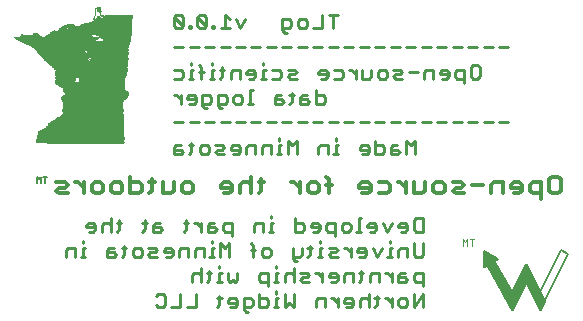
<source format=gbo>
G75*
%MOIN*%
%OFA0B0*%
%FSLAX25Y25*%
%IPPOS*%
%LPD*%
%AMOC8*
5,1,8,0,0,1.08239X$1,22.5*
%
%ADD10C,0.01100*%
%ADD11C,0.01400*%
%ADD12C,0.00500*%
%ADD13C,0.00200*%
%ADD14R,0.00060X0.00067*%
%ADD15R,0.00070X0.00067*%
%ADD16R,0.00140X0.00067*%
%ADD17R,0.00200X0.00067*%
%ADD18R,0.00130X0.00067*%
%ADD19R,0.01000X0.00067*%
%ADD20R,0.05330X0.00067*%
%ADD21R,0.00340X0.00067*%
%ADD22R,0.00260X0.00067*%
%ADD23R,0.17600X0.00067*%
%ADD24R,0.00130X0.00066*%
%ADD25R,0.23330X0.00066*%
%ADD26R,0.00400X0.00066*%
%ADD27R,0.00200X0.00066*%
%ADD28R,0.00070X0.00066*%
%ADD29R,0.00060X0.00066*%
%ADD30R,0.27260X0.00067*%
%ADD31R,0.29130X0.00067*%
%ADD32R,0.29200X0.00066*%
%ADD33R,0.29260X0.00067*%
%ADD34R,0.29200X0.00067*%
%ADD35R,0.29260X0.00066*%
%ADD36R,0.29140X0.00067*%
%ADD37R,0.29140X0.00066*%
%ADD38R,0.29070X0.00067*%
%ADD39R,0.29070X0.00066*%
%ADD40R,0.29000X0.00066*%
%ADD41R,0.29000X0.00067*%
%ADD42R,0.28930X0.00067*%
%ADD43R,0.28940X0.00067*%
%ADD44R,0.28870X0.00067*%
%ADD45R,0.28940X0.00066*%
%ADD46R,0.28800X0.00067*%
%ADD47R,0.28800X0.00066*%
%ADD48R,0.28730X0.00066*%
%ADD49R,0.28730X0.00067*%
%ADD50R,0.28670X0.00067*%
%ADD51R,0.28740X0.00066*%
%ADD52R,0.28600X0.00067*%
%ADD53R,0.28530X0.00066*%
%ADD54R,0.28530X0.00067*%
%ADD55R,0.28470X0.00067*%
%ADD56R,0.28400X0.00066*%
%ADD57R,0.28330X0.00067*%
%ADD58R,0.28270X0.00067*%
%ADD59R,0.28200X0.00066*%
%ADD60R,0.28070X0.00067*%
%ADD61R,0.27930X0.00067*%
%ADD62R,0.27870X0.00066*%
%ADD63R,0.27730X0.00067*%
%ADD64R,0.27600X0.00067*%
%ADD65R,0.27530X0.00066*%
%ADD66R,0.27400X0.00067*%
%ADD67R,0.27270X0.00067*%
%ADD68R,0.27070X0.00066*%
%ADD69R,0.27000X0.00067*%
%ADD70R,0.26800X0.00067*%
%ADD71R,0.26670X0.00066*%
%ADD72R,0.26460X0.00067*%
%ADD73R,0.26400X0.00067*%
%ADD74R,0.26270X0.00066*%
%ADD75R,0.26130X0.00067*%
%ADD76R,0.26070X0.00067*%
%ADD77R,0.25930X0.00066*%
%ADD78R,0.25930X0.00067*%
%ADD79R,0.25800X0.00067*%
%ADD80R,0.25660X0.00066*%
%ADD81R,0.25670X0.00067*%
%ADD82R,0.25530X0.00067*%
%ADD83R,0.25600X0.00066*%
%ADD84R,0.25460X0.00067*%
%ADD85R,0.25400X0.00067*%
%ADD86R,0.25470X0.00066*%
%ADD87R,0.25330X0.00067*%
%ADD88R,0.25330X0.00066*%
%ADD89R,0.25260X0.00067*%
%ADD90R,0.25200X0.00067*%
%ADD91R,0.25130X0.00066*%
%ADD92R,0.25060X0.00067*%
%ADD93R,0.25000X0.00067*%
%ADD94R,0.25000X0.00066*%
%ADD95R,0.24860X0.00067*%
%ADD96R,0.24800X0.00067*%
%ADD97R,0.24730X0.00066*%
%ADD98R,0.24730X0.00067*%
%ADD99R,0.24600X0.00067*%
%ADD100R,0.24530X0.00066*%
%ADD101R,0.24460X0.00067*%
%ADD102R,0.24330X0.00066*%
%ADD103R,0.24260X0.00067*%
%ADD104R,0.24130X0.00067*%
%ADD105R,0.24060X0.00066*%
%ADD106R,0.23930X0.00067*%
%ADD107R,0.23860X0.00067*%
%ADD108R,0.23530X0.00066*%
%ADD109R,0.23270X0.00067*%
%ADD110R,0.23200X0.00067*%
%ADD111R,0.23130X0.00066*%
%ADD112R,0.23000X0.00067*%
%ADD113R,0.22870X0.00067*%
%ADD114R,0.22860X0.00066*%
%ADD115R,0.22800X0.00067*%
%ADD116R,0.22730X0.00067*%
%ADD117R,0.22730X0.00066*%
%ADD118R,0.22660X0.00067*%
%ADD119R,0.22540X0.00067*%
%ADD120R,0.22470X0.00066*%
%ADD121R,0.22400X0.00067*%
%ADD122R,0.22200X0.00067*%
%ADD123R,0.22130X0.00066*%
%ADD124R,0.21670X0.00067*%
%ADD125R,0.21540X0.00067*%
%ADD126R,0.21460X0.00066*%
%ADD127R,0.21270X0.00067*%
%ADD128R,0.21140X0.00067*%
%ADD129R,0.21070X0.00066*%
%ADD130R,0.21000X0.00067*%
%ADD131R,0.20870X0.00067*%
%ADD132R,0.20800X0.00066*%
%ADD133R,0.20740X0.00067*%
%ADD134R,0.20670X0.00067*%
%ADD135R,0.20600X0.00066*%
%ADD136R,0.20540X0.00067*%
%ADD137R,0.20400X0.00067*%
%ADD138R,0.20340X0.00066*%
%ADD139R,0.20340X0.00067*%
%ADD140R,0.20270X0.00067*%
%ADD141R,0.20270X0.00066*%
%ADD142R,0.20200X0.00067*%
%ADD143R,0.20200X0.00066*%
%ADD144R,0.20130X0.00067*%
%ADD145R,0.20130X0.00066*%
%ADD146R,0.20260X0.00067*%
%ADD147R,0.20260X0.00066*%
%ADD148R,0.20330X0.00067*%
%ADD149R,0.20540X0.00066*%
%ADD150R,0.20660X0.00067*%
%ADD151R,0.20730X0.00066*%
%ADD152R,0.20800X0.00067*%
%ADD153R,0.21000X0.00066*%
%ADD154R,0.21200X0.00067*%
%ADD155R,0.21340X0.00066*%
%ADD156R,0.21400X0.00067*%
%ADD157R,0.21670X0.00066*%
%ADD158R,0.21800X0.00067*%
%ADD159R,0.21870X0.00067*%
%ADD160R,0.21870X0.00066*%
%ADD161R,0.21930X0.00067*%
%ADD162R,0.22000X0.00067*%
%ADD163R,0.22000X0.00066*%
%ADD164R,0.22060X0.00067*%
%ADD165R,0.21730X0.00067*%
%ADD166R,0.21540X0.00066*%
%ADD167R,0.21460X0.00067*%
%ADD168R,0.21530X0.00066*%
%ADD169R,0.21470X0.00067*%
%ADD170R,0.21470X0.00066*%
%ADD171R,0.21340X0.00067*%
%ADD172R,0.21330X0.00066*%
%ADD173R,0.21330X0.00067*%
%ADD174R,0.21130X0.00066*%
%ADD175R,0.21130X0.00067*%
%ADD176R,0.20870X0.00066*%
%ADD177R,0.00140X0.00066*%
%ADD178R,0.20930X0.00067*%
%ADD179R,0.20730X0.00067*%
%ADD180R,0.20940X0.00066*%
%ADD181R,0.20860X0.00066*%
%ADD182R,0.20860X0.00067*%
%ADD183R,0.21070X0.00067*%
%ADD184R,0.21200X0.00066*%
%ADD185R,0.21400X0.00066*%
%ADD186R,0.21530X0.00067*%
%ADD187R,0.21600X0.00067*%
%ADD188R,0.21730X0.00066*%
%ADD189R,0.22070X0.00066*%
%ADD190R,0.22130X0.00067*%
%ADD191R,0.22400X0.00066*%
%ADD192R,0.22600X0.00067*%
%ADD193R,0.22800X0.00066*%
%ADD194R,0.22930X0.00066*%
%ADD195R,0.23070X0.00067*%
%ADD196R,0.23070X0.00066*%
%ADD197R,0.15530X0.00066*%
%ADD198R,0.07270X0.00066*%
%ADD199R,0.15470X0.00067*%
%ADD200R,0.06800X0.00067*%
%ADD201R,0.15330X0.00067*%
%ADD202R,0.06740X0.00067*%
%ADD203R,0.15130X0.00066*%
%ADD204R,0.06530X0.00066*%
%ADD205R,0.15130X0.00067*%
%ADD206R,0.06600X0.00067*%
%ADD207R,0.15200X0.00067*%
%ADD208R,0.06670X0.00066*%
%ADD209R,0.15200X0.00066*%
%ADD210R,0.06800X0.00066*%
%ADD211R,0.15140X0.00067*%
%ADD212R,0.06730X0.00067*%
%ADD213R,0.15070X0.00067*%
%ADD214R,0.06870X0.00067*%
%ADD215R,0.15000X0.00066*%
%ADD216R,0.14940X0.00067*%
%ADD217R,0.15000X0.00067*%
%ADD218R,0.14930X0.00066*%
%ADD219R,0.06870X0.00066*%
%ADD220R,0.14930X0.00067*%
%ADD221R,0.14860X0.00067*%
%ADD222R,0.06730X0.00066*%
%ADD223R,0.15600X0.00066*%
%ADD224R,0.15870X0.00067*%
%ADD225R,0.16070X0.00067*%
%ADD226R,0.23330X0.00067*%
%ADD227R,0.23400X0.00067*%
%ADD228R,0.23400X0.00066*%
%ADD229R,0.23470X0.00067*%
%ADD230R,0.23530X0.00067*%
%ADD231R,0.23600X0.00067*%
%ADD232R,0.23600X0.00066*%
%ADD233R,0.23670X0.00067*%
%ADD234R,0.23670X0.00066*%
%ADD235R,0.23730X0.00067*%
%ADD236R,0.23800X0.00067*%
%ADD237R,0.23800X0.00066*%
%ADD238R,0.23870X0.00067*%
%ADD239R,0.23870X0.00066*%
%ADD240R,0.23860X0.00066*%
%ADD241R,0.23930X0.00066*%
%ADD242R,0.24000X0.00067*%
%ADD243R,0.24000X0.00066*%
%ADD244R,0.24070X0.00067*%
%ADD245R,0.24340X0.00066*%
%ADD246R,0.24400X0.00067*%
%ADD247R,0.24470X0.00066*%
%ADD248R,0.24540X0.00067*%
%ADD249R,0.24600X0.00066*%
%ADD250R,0.24670X0.00067*%
%ADD251R,0.24740X0.00067*%
%ADD252R,0.24800X0.00066*%
%ADD253R,0.24870X0.00067*%
%ADD254R,0.25070X0.00066*%
%ADD255R,0.25140X0.00067*%
%ADD256R,0.25270X0.00066*%
%ADD257R,0.25270X0.00067*%
%ADD258R,0.25600X0.00067*%
%ADD259R,0.25670X0.00066*%
%ADD260R,0.25730X0.00067*%
%ADD261R,0.25870X0.00066*%
%ADD262R,0.26060X0.00066*%
%ADD263R,0.26200X0.00067*%
%ADD264R,0.26330X0.00066*%
%ADD265R,0.26600X0.00067*%
%ADD266R,0.26730X0.00066*%
%ADD267R,0.26860X0.00067*%
%ADD268R,0.27000X0.00066*%
%ADD269R,0.27130X0.00067*%
%ADD270R,0.27200X0.00066*%
%ADD271R,0.27330X0.00067*%
%ADD272R,0.12870X0.00066*%
%ADD273R,0.14400X0.00066*%
%ADD274R,0.12660X0.00067*%
%ADD275R,0.14260X0.00067*%
%ADD276R,0.12670X0.00067*%
%ADD277R,0.14340X0.00067*%
%ADD278R,0.12600X0.00066*%
%ADD279R,0.14340X0.00066*%
%ADD280R,0.12600X0.00067*%
%ADD281R,0.14400X0.00067*%
%ADD282R,0.12530X0.00066*%
%ADD283R,0.11800X0.00067*%
%ADD284R,0.00670X0.00067*%
%ADD285R,0.11730X0.00067*%
%ADD286R,0.14470X0.00067*%
%ADD287R,0.11730X0.00066*%
%ADD288R,0.00340X0.00066*%
%ADD289R,0.14540X0.00066*%
%ADD290R,0.14600X0.00067*%
%ADD291R,0.14670X0.00066*%
%ADD292R,0.14660X0.00067*%
%ADD293R,0.00330X0.00067*%
%ADD294R,0.11800X0.00066*%
%ADD295R,0.00330X0.00066*%
%ADD296R,0.00270X0.00066*%
%ADD297R,0.15260X0.00066*%
%ADD298R,0.00400X0.00067*%
%ADD299R,0.00270X0.00067*%
%ADD300R,0.15260X0.00067*%
%ADD301R,0.00460X0.00067*%
%ADD302R,0.15340X0.00067*%
%ADD303R,0.12470X0.00066*%
%ADD304R,0.15330X0.00066*%
%ADD305R,0.15400X0.00067*%
%ADD306R,0.12670X0.00066*%
%ADD307R,0.00470X0.00066*%
%ADD308R,0.15460X0.00066*%
%ADD309R,0.13270X0.00067*%
%ADD310R,0.13330X0.00067*%
%ADD311R,0.13400X0.00066*%
%ADD312R,0.15540X0.00066*%
%ADD313R,0.13400X0.00067*%
%ADD314R,0.15600X0.00067*%
%ADD315R,0.29270X0.00066*%
%ADD316R,0.29330X0.00067*%
%ADD317R,0.29400X0.00067*%
%ADD318R,0.29470X0.00066*%
%ADD319R,0.29470X0.00067*%
%ADD320R,0.29530X0.00067*%
%ADD321R,0.29600X0.00066*%
%ADD322R,0.29670X0.00067*%
%ADD323R,0.13670X0.00067*%
%ADD324R,0.15860X0.00067*%
%ADD325R,0.13530X0.00066*%
%ADD326R,0.15870X0.00066*%
%ADD327R,0.13470X0.00067*%
%ADD328R,0.11930X0.00067*%
%ADD329R,0.01200X0.00067*%
%ADD330R,0.15800X0.00067*%
%ADD331R,0.11870X0.00066*%
%ADD332R,0.01130X0.00066*%
%ADD333R,0.15930X0.00066*%
%ADD334R,0.01060X0.00067*%
%ADD335R,0.16000X0.00067*%
%ADD336R,0.01070X0.00066*%
%ADD337R,0.16060X0.00066*%
%ADD338R,0.11870X0.00067*%
%ADD339R,0.15730X0.00067*%
%ADD340R,0.12000X0.00067*%
%ADD341R,0.15670X0.00067*%
%ADD342R,0.12070X0.00066*%
%ADD343R,0.01200X0.00066*%
%ADD344R,0.15730X0.00066*%
%ADD345R,0.13540X0.00067*%
%ADD346R,0.13600X0.00067*%
%ADD347R,0.13600X0.00066*%
%ADD348R,0.16000X0.00066*%
%ADD349R,0.16200X0.00067*%
%ADD350R,0.16400X0.00067*%
%ADD351R,0.30740X0.00066*%
%ADD352R,0.30800X0.00067*%
%ADD353R,0.30870X0.00067*%
%ADD354R,0.30940X0.00066*%
%ADD355R,0.30940X0.00067*%
%ADD356R,0.30930X0.00067*%
%ADD357R,0.31000X0.00066*%
%ADD358R,0.31140X0.00067*%
%ADD359R,0.31200X0.00067*%
%ADD360R,0.31270X0.00066*%
%ADD361R,0.31330X0.00067*%
%ADD362R,0.31470X0.00067*%
%ADD363R,0.31470X0.00066*%
%ADD364R,0.31530X0.00067*%
%ADD365R,0.31740X0.00067*%
%ADD366R,0.31800X0.00066*%
%ADD367R,0.31940X0.00067*%
%ADD368R,0.32060X0.00067*%
%ADD369R,0.32200X0.00066*%
%ADD370R,0.32260X0.00067*%
%ADD371R,0.32470X0.00067*%
%ADD372R,0.32530X0.00066*%
%ADD373R,0.32670X0.00067*%
%ADD374R,0.32730X0.00067*%
%ADD375R,0.32940X0.00066*%
%ADD376R,0.33000X0.00067*%
%ADD377R,0.33140X0.00067*%
%ADD378R,0.33330X0.00066*%
%ADD379R,0.33530X0.00067*%
%ADD380R,0.33660X0.00067*%
%ADD381R,0.33930X0.00066*%
%ADD382R,0.34070X0.00067*%
%ADD383R,0.34200X0.00067*%
%ADD384R,0.34470X0.00066*%
%ADD385R,0.34600X0.00067*%
%ADD386R,0.34860X0.00067*%
%ADD387R,0.35000X0.00066*%
%ADD388R,0.35130X0.00067*%
%ADD389R,0.35400X0.00067*%
%ADD390R,0.35530X0.00066*%
%ADD391R,0.35670X0.00067*%
%ADD392R,0.35870X0.00067*%
%ADD393R,0.36000X0.00066*%
%ADD394R,0.36140X0.00067*%
%ADD395R,0.36270X0.00067*%
%ADD396R,0.09270X0.00066*%
%ADD397R,0.09200X0.00067*%
%ADD398R,0.25130X0.00067*%
%ADD399R,0.09060X0.00067*%
%ADD400R,0.09060X0.00066*%
%ADD401R,0.25200X0.00066*%
%ADD402R,0.25340X0.00067*%
%ADD403R,0.09000X0.00067*%
%ADD404R,0.25470X0.00067*%
%ADD405R,0.09130X0.00066*%
%ADD406R,0.25800X0.00066*%
%ADD407R,0.26000X0.00067*%
%ADD408R,0.09340X0.00066*%
%ADD409R,0.26140X0.00066*%
%ADD410R,0.09340X0.00067*%
%ADD411R,0.26530X0.00067*%
%ADD412R,0.09400X0.00067*%
%ADD413R,0.26870X0.00067*%
%ADD414R,0.09400X0.00066*%
%ADD415R,0.09660X0.00067*%
%ADD416R,0.09800X0.00067*%
%ADD417R,0.27740X0.00067*%
%ADD418R,0.10070X0.00066*%
%ADD419R,0.27860X0.00066*%
%ADD420R,0.10200X0.00067*%
%ADD421R,0.28000X0.00067*%
%ADD422R,0.10330X0.00067*%
%ADD423R,0.00730X0.00067*%
%ADD424R,0.10600X0.00066*%
%ADD425R,0.24930X0.00066*%
%ADD426R,0.01670X0.00066*%
%ADD427R,0.10800X0.00067*%
%ADD428R,0.24530X0.00067*%
%ADD429R,0.01470X0.00067*%
%ADD430R,0.07540X0.00067*%
%ADD431R,0.00530X0.00067*%
%ADD432R,0.10740X0.00066*%
%ADD433R,0.15860X0.00066*%
%ADD434R,0.07130X0.00066*%
%ADD435R,0.15740X0.00067*%
%ADD436R,0.07000X0.00067*%
%ADD437R,0.10730X0.00067*%
%ADD438R,0.15530X0.00067*%
%ADD439R,0.10800X0.00066*%
%ADD440R,0.06660X0.00066*%
%ADD441R,0.10860X0.00067*%
%ADD442R,0.06400X0.00067*%
%ADD443R,0.11060X0.00067*%
%ADD444R,0.06200X0.00067*%
%ADD445R,0.11270X0.00066*%
%ADD446R,0.14870X0.00066*%
%ADD447R,0.06130X0.00066*%
%ADD448R,0.11330X0.00067*%
%ADD449R,0.14800X0.00067*%
%ADD450R,0.02340X0.00067*%
%ADD451R,0.03260X0.00067*%
%ADD452R,0.11600X0.00067*%
%ADD453R,0.14670X0.00067*%
%ADD454R,0.02060X0.00067*%
%ADD455R,0.00930X0.00067*%
%ADD456R,0.11670X0.00066*%
%ADD457R,0.01940X0.00066*%
%ADD458R,0.00670X0.00066*%
%ADD459R,0.14530X0.00067*%
%ADD460R,0.01870X0.00067*%
%ADD461R,0.12140X0.00067*%
%ADD462R,0.01670X0.00067*%
%ADD463R,0.12540X0.00066*%
%ADD464R,0.14600X0.00066*%
%ADD465R,0.01600X0.00066*%
%ADD466R,0.27540X0.00067*%
%ADD467R,0.01460X0.00067*%
%ADD468R,0.01400X0.00067*%
%ADD469R,0.27270X0.00066*%
%ADD470R,0.01270X0.00066*%
%ADD471R,0.27340X0.00067*%
%ADD472R,0.01140X0.00067*%
%ADD473R,0.27200X0.00067*%
%ADD474R,0.00800X0.00067*%
%ADD475R,0.26940X0.00066*%
%ADD476R,0.24470X0.00067*%
%ADD477R,0.02000X0.00067*%
%ADD478R,0.24400X0.00066*%
%ADD479R,0.01870X0.00066*%
%ADD480R,0.01800X0.00067*%
%ADD481R,0.24330X0.00067*%
%ADD482R,0.01660X0.00067*%
%ADD483R,0.01460X0.00066*%
%ADD484R,0.24140X0.00067*%
%ADD485R,0.24070X0.00066*%
%ADD486R,0.24270X0.00067*%
%ADD487R,0.24200X0.00067*%
%ADD488R,0.24200X0.00066*%
%ADD489R,0.21600X0.00066*%
%ADD490R,0.01330X0.00066*%
%ADD491R,0.00600X0.00066*%
%ADD492R,0.01130X0.00067*%
%ADD493R,0.01730X0.00067*%
%ADD494R,0.01930X0.00066*%
%ADD495R,0.02070X0.00067*%
%ADD496R,0.17600X0.00066*%
%ADD497R,0.04600X0.00066*%
%ADD498R,0.17470X0.00067*%
%ADD499R,0.03600X0.00067*%
%ADD500R,0.17340X0.00067*%
%ADD501R,0.17270X0.00066*%
%ADD502R,0.01260X0.00066*%
%ADD503R,0.17200X0.00067*%
%ADD504R,0.01530X0.00067*%
%ADD505R,0.01070X0.00067*%
%ADD506R,0.17070X0.00066*%
%ADD507R,0.01340X0.00066*%
%ADD508R,0.01540X0.00066*%
%ADD509R,0.17070X0.00067*%
%ADD510R,0.01340X0.00067*%
%ADD511R,0.01270X0.00067*%
%ADD512R,0.17000X0.00067*%
%ADD513R,0.16930X0.00066*%
%ADD514R,0.00540X0.00066*%
%ADD515R,0.00460X0.00066*%
%ADD516R,0.16730X0.00067*%
%ADD517R,0.16460X0.00067*%
%ADD518R,0.16400X0.00066*%
%ADD519R,0.16130X0.00067*%
%ADD520R,0.15060X0.00067*%
%ADD521R,0.14330X0.00067*%
%ADD522R,0.14000X0.00067*%
%ADD523R,0.13730X0.00066*%
%ADD524R,0.13260X0.00067*%
%ADD525R,0.13130X0.00066*%
%ADD526R,0.13000X0.00067*%
%ADD527R,0.12930X0.00067*%
%ADD528R,0.12800X0.00067*%
%ADD529R,0.12730X0.00067*%
%ADD530R,0.12740X0.00066*%
%ADD531R,0.12740X0.00067*%
%ADD532R,0.12730X0.00066*%
%ADD533R,0.12200X0.00067*%
%ADD534R,0.12060X0.00066*%
%ADD535R,0.09870X0.00066*%
%ADD536R,0.01730X0.00066*%
%ADD537R,0.09730X0.00067*%
%ADD538R,0.09670X0.00066*%
%ADD539R,0.09670X0.00067*%
%ADD540R,0.09740X0.00067*%
%ADD541R,0.09740X0.00066*%
%ADD542R,0.00870X0.00066*%
%ADD543R,0.00660X0.00067*%
%ADD544R,0.10600X0.00067*%
%ADD545R,0.09330X0.00066*%
%ADD546R,0.00260X0.00066*%
%ADD547R,0.05600X0.00067*%
%ADD548R,0.03200X0.00067*%
%ADD549R,0.00800X0.00066*%
%ADD550R,0.00470X0.00067*%
%ADD551R,0.00600X0.00067*%
%ADD552R,0.01000X0.00066*%
%ADD553R,0.01330X0.00067*%
%ADD554R,0.00930X0.00066*%
%ADD555C,0.00787*%
%ADD556C,0.00000*%
%ADD557C,0.00001*%
D10*
X0086240Y0034386D02*
X0086991Y0033636D01*
X0088492Y0033636D01*
X0089243Y0034386D01*
X0089243Y0037389D01*
X0088492Y0038140D01*
X0086991Y0038140D01*
X0086240Y0037389D01*
X0091397Y0033636D02*
X0094399Y0033636D01*
X0094399Y0038140D01*
X0099556Y0038140D02*
X0099556Y0033636D01*
X0096553Y0033636D01*
X0106648Y0033636D02*
X0107399Y0034386D01*
X0107399Y0037389D01*
X0108150Y0036638D02*
X0106648Y0036638D01*
X0110304Y0035888D02*
X0110304Y0035137D01*
X0113306Y0035137D01*
X0113306Y0034386D02*
X0113306Y0035888D01*
X0112555Y0036638D01*
X0111054Y0036638D01*
X0110304Y0035888D01*
X0111054Y0033636D02*
X0112555Y0033636D01*
X0113306Y0034386D01*
X0115460Y0033636D02*
X0117712Y0033636D01*
X0118463Y0034386D01*
X0118463Y0035888D01*
X0117712Y0036638D01*
X0115460Y0036638D01*
X0115460Y0032885D01*
X0116211Y0032135D01*
X0116961Y0032135D01*
X0120616Y0033636D02*
X0122868Y0033636D01*
X0123619Y0034386D01*
X0123619Y0035888D01*
X0122868Y0036638D01*
X0120616Y0036638D01*
X0120616Y0038140D02*
X0120616Y0033636D01*
X0125555Y0033636D02*
X0127057Y0033636D01*
X0126306Y0033636D02*
X0126306Y0036638D01*
X0127057Y0036638D01*
X0126306Y0038140D02*
X0126306Y0038890D01*
X0129210Y0038140D02*
X0129210Y0033636D01*
X0130712Y0035137D01*
X0132213Y0033636D01*
X0132213Y0038140D01*
X0139523Y0035888D02*
X0139523Y0033636D01*
X0139523Y0035888D02*
X0140274Y0036638D01*
X0142526Y0036638D01*
X0142526Y0033636D01*
X0145321Y0036638D02*
X0146823Y0035137D01*
X0146823Y0033636D02*
X0146823Y0036638D01*
X0145321Y0036638D02*
X0144571Y0036638D01*
X0148977Y0035888D02*
X0148977Y0035137D01*
X0151979Y0035137D01*
X0151979Y0034386D02*
X0151979Y0035888D01*
X0151228Y0036638D01*
X0149727Y0036638D01*
X0148977Y0035888D01*
X0149727Y0033636D02*
X0151228Y0033636D01*
X0151979Y0034386D01*
X0154133Y0033636D02*
X0154133Y0035888D01*
X0154884Y0036638D01*
X0156385Y0036638D01*
X0157136Y0035888D01*
X0159072Y0036638D02*
X0160573Y0036638D01*
X0159822Y0037389D02*
X0159822Y0034386D01*
X0159072Y0033636D01*
X0157136Y0033636D02*
X0157136Y0038140D01*
X0162618Y0036638D02*
X0163369Y0036638D01*
X0164870Y0035137D01*
X0164870Y0033636D02*
X0164870Y0036638D01*
X0167024Y0035888D02*
X0167775Y0036638D01*
X0169276Y0036638D01*
X0170027Y0035888D01*
X0170027Y0034386D01*
X0169276Y0033636D01*
X0167775Y0033636D01*
X0167024Y0034386D01*
X0167024Y0035888D01*
X0172180Y0033636D02*
X0172180Y0038140D01*
X0175183Y0038140D02*
X0172180Y0033636D01*
X0175183Y0033636D02*
X0175183Y0038140D01*
X0175183Y0040535D02*
X0175183Y0045038D01*
X0172931Y0045038D01*
X0172180Y0044288D01*
X0172180Y0042786D01*
X0172931Y0042036D01*
X0175183Y0042036D01*
X0170027Y0042786D02*
X0169276Y0043537D01*
X0167024Y0043537D01*
X0167024Y0044288D02*
X0167024Y0042036D01*
X0169276Y0042036D01*
X0170027Y0042786D01*
X0169276Y0045038D02*
X0167775Y0045038D01*
X0167024Y0044288D01*
X0164870Y0045038D02*
X0164870Y0042036D01*
X0164870Y0043537D02*
X0163369Y0045038D01*
X0162618Y0045038D01*
X0160573Y0045038D02*
X0160573Y0042036D01*
X0160573Y0045038D02*
X0158321Y0045038D01*
X0157571Y0044288D01*
X0157571Y0042036D01*
X0154666Y0042786D02*
X0154666Y0045789D01*
X0155417Y0045038D02*
X0153915Y0045038D01*
X0151979Y0045038D02*
X0149727Y0045038D01*
X0148977Y0044288D01*
X0148977Y0042036D01*
X0146823Y0042786D02*
X0146823Y0044288D01*
X0146072Y0045038D01*
X0144571Y0045038D01*
X0143820Y0044288D01*
X0143820Y0043537D01*
X0146823Y0043537D01*
X0146823Y0042786D02*
X0146072Y0042036D01*
X0144571Y0042036D01*
X0141666Y0042036D02*
X0141666Y0045038D01*
X0141666Y0043537D02*
X0140165Y0045038D01*
X0139414Y0045038D01*
X0137369Y0044288D02*
X0136619Y0045038D01*
X0134367Y0045038D01*
X0135117Y0043537D02*
X0136619Y0043537D01*
X0137369Y0044288D01*
X0137369Y0042036D02*
X0135117Y0042036D01*
X0134367Y0042786D01*
X0135117Y0043537D01*
X0132213Y0044288D02*
X0131462Y0045038D01*
X0129961Y0045038D01*
X0129210Y0044288D01*
X0129210Y0042036D01*
X0127057Y0042036D02*
X0125555Y0042036D01*
X0126306Y0042036D02*
X0126306Y0045038D01*
X0127057Y0045038D01*
X0126306Y0046540D02*
X0126306Y0047290D01*
X0123619Y0045038D02*
X0121367Y0045038D01*
X0120616Y0044288D01*
X0120616Y0042786D01*
X0121367Y0042036D01*
X0123619Y0042036D01*
X0123619Y0040535D02*
X0123619Y0045038D01*
X0132213Y0046540D02*
X0132213Y0042036D01*
X0132539Y0048935D02*
X0133290Y0048935D01*
X0132539Y0048935D02*
X0131789Y0049685D01*
X0131789Y0053438D01*
X0134791Y0053438D02*
X0134791Y0051186D01*
X0134040Y0050436D01*
X0131789Y0050436D01*
X0136727Y0050436D02*
X0137478Y0051186D01*
X0137478Y0054189D01*
X0138229Y0053438D02*
X0136727Y0053438D01*
X0140916Y0053438D02*
X0140916Y0050436D01*
X0141666Y0050436D02*
X0140165Y0050436D01*
X0140916Y0053438D02*
X0141666Y0053438D01*
X0140916Y0054940D02*
X0140916Y0055690D01*
X0140056Y0058836D02*
X0140807Y0059586D01*
X0140807Y0061088D01*
X0140056Y0061838D01*
X0138555Y0061838D01*
X0137804Y0061088D01*
X0137804Y0060337D01*
X0140807Y0060337D01*
X0140056Y0058836D02*
X0138555Y0058836D01*
X0135651Y0059586D02*
X0135651Y0061088D01*
X0134900Y0061838D01*
X0132648Y0061838D01*
X0132648Y0063340D02*
X0132648Y0058836D01*
X0134900Y0058836D01*
X0135651Y0059586D01*
X0142961Y0059586D02*
X0143711Y0058836D01*
X0145963Y0058836D01*
X0145963Y0057335D02*
X0145963Y0061838D01*
X0143711Y0061838D01*
X0142961Y0061088D01*
X0142961Y0059586D01*
X0148117Y0059586D02*
X0148868Y0058836D01*
X0150369Y0058836D01*
X0151120Y0059586D01*
X0151120Y0061088D01*
X0150369Y0061838D01*
X0148868Y0061838D01*
X0148117Y0061088D01*
X0148117Y0059586D01*
X0153056Y0058836D02*
X0154557Y0058836D01*
X0153807Y0058836D02*
X0153807Y0063340D01*
X0154557Y0063340D01*
X0156711Y0061088D02*
X0156711Y0060337D01*
X0159714Y0060337D01*
X0159714Y0059586D02*
X0159714Y0061088D01*
X0158963Y0061838D01*
X0157462Y0061838D01*
X0156711Y0061088D01*
X0158963Y0058836D02*
X0159714Y0059586D01*
X0158963Y0058836D02*
X0157462Y0058836D01*
X0161868Y0061838D02*
X0163369Y0058836D01*
X0164870Y0061838D01*
X0167024Y0061088D02*
X0167024Y0060337D01*
X0170027Y0060337D01*
X0170027Y0059586D02*
X0170027Y0061088D01*
X0169276Y0061838D01*
X0167775Y0061838D01*
X0167024Y0061088D01*
X0169276Y0058836D02*
X0170027Y0059586D01*
X0169276Y0058836D02*
X0167775Y0058836D01*
X0172180Y0059586D02*
X0172931Y0058836D01*
X0175183Y0058836D01*
X0175183Y0063340D01*
X0172931Y0063340D01*
X0172180Y0062589D01*
X0172180Y0059586D01*
X0164119Y0055690D02*
X0164119Y0054940D01*
X0164119Y0053438D02*
X0164119Y0050436D01*
X0163369Y0050436D02*
X0164870Y0050436D01*
X0167024Y0050436D02*
X0167024Y0052688D01*
X0167775Y0053438D01*
X0170027Y0053438D01*
X0170027Y0050436D01*
X0172180Y0051186D02*
X0172180Y0054940D01*
X0175183Y0054940D02*
X0175183Y0051186D01*
X0174432Y0050436D01*
X0172931Y0050436D01*
X0172180Y0051186D01*
X0164870Y0053438D02*
X0164119Y0053438D01*
X0161433Y0053438D02*
X0159931Y0050436D01*
X0158430Y0053438D01*
X0156276Y0052688D02*
X0156276Y0051186D01*
X0155525Y0050436D01*
X0154024Y0050436D01*
X0153274Y0051937D02*
X0156276Y0051937D01*
X0156276Y0052688D02*
X0155525Y0053438D01*
X0154024Y0053438D01*
X0153274Y0052688D01*
X0153274Y0051937D01*
X0151120Y0051937D02*
X0149618Y0053438D01*
X0148868Y0053438D01*
X0146823Y0052688D02*
X0146072Y0053438D01*
X0143820Y0053438D01*
X0144571Y0051937D02*
X0146072Y0051937D01*
X0146823Y0052688D01*
X0146823Y0050436D02*
X0144571Y0050436D01*
X0143820Y0051186D01*
X0144571Y0051937D01*
X0151120Y0050436D02*
X0151120Y0053438D01*
X0151979Y0045038D02*
X0151979Y0042036D01*
X0153915Y0042036D02*
X0154666Y0042786D01*
X0124478Y0051186D02*
X0124478Y0052688D01*
X0123728Y0053438D01*
X0122226Y0053438D01*
X0121476Y0052688D01*
X0121476Y0051186D01*
X0122226Y0050436D01*
X0123728Y0050436D01*
X0124478Y0051186D01*
X0119322Y0052688D02*
X0117821Y0052688D01*
X0118571Y0054189D02*
X0118571Y0050436D01*
X0110728Y0050436D02*
X0110728Y0054940D01*
X0109227Y0053438D01*
X0107725Y0054940D01*
X0107725Y0050436D01*
X0105572Y0050436D02*
X0104070Y0050436D01*
X0104821Y0050436D02*
X0104821Y0053438D01*
X0105572Y0053438D01*
X0104821Y0054940D02*
X0104821Y0055690D01*
X0105680Y0058836D02*
X0106431Y0059586D01*
X0105680Y0060337D01*
X0103428Y0060337D01*
X0103428Y0061088D02*
X0103428Y0058836D01*
X0105680Y0058836D01*
X0108585Y0059586D02*
X0109335Y0058836D01*
X0111587Y0058836D01*
X0111587Y0057335D02*
X0111587Y0061838D01*
X0109335Y0061838D01*
X0108585Y0061088D01*
X0108585Y0059586D01*
X0105680Y0061838D02*
X0104179Y0061838D01*
X0103428Y0061088D01*
X0101275Y0061838D02*
X0101275Y0058836D01*
X0101275Y0060337D02*
X0099773Y0061838D01*
X0099023Y0061838D01*
X0096978Y0061838D02*
X0095476Y0061838D01*
X0096227Y0062589D02*
X0096227Y0059586D01*
X0095476Y0058836D01*
X0088384Y0059586D02*
X0087633Y0060337D01*
X0085381Y0060337D01*
X0085381Y0061088D02*
X0085381Y0058836D01*
X0087633Y0058836D01*
X0088384Y0059586D01*
X0087633Y0061838D02*
X0086132Y0061838D01*
X0085381Y0061088D01*
X0083227Y0061838D02*
X0081726Y0061838D01*
X0082477Y0062589D02*
X0082477Y0059586D01*
X0081726Y0058836D01*
X0075601Y0054189D02*
X0075601Y0051186D01*
X0074851Y0050436D01*
X0072914Y0051186D02*
X0072164Y0051937D01*
X0069912Y0051937D01*
X0069912Y0052688D02*
X0069912Y0050436D01*
X0072164Y0050436D01*
X0072914Y0051186D01*
X0072164Y0053438D02*
X0070662Y0053438D01*
X0069912Y0052688D01*
X0074851Y0053438D02*
X0076352Y0053438D01*
X0078506Y0052688D02*
X0079256Y0053438D01*
X0080758Y0053438D01*
X0081508Y0052688D01*
X0081508Y0051186D01*
X0080758Y0050436D01*
X0079256Y0050436D01*
X0078506Y0051186D01*
X0078506Y0052688D01*
X0083662Y0053438D02*
X0085914Y0053438D01*
X0086665Y0052688D01*
X0085914Y0051937D01*
X0084413Y0051937D01*
X0083662Y0051186D01*
X0084413Y0050436D01*
X0086665Y0050436D01*
X0088819Y0051937D02*
X0091821Y0051937D01*
X0091821Y0051186D02*
X0091821Y0052688D01*
X0091071Y0053438D01*
X0089569Y0053438D01*
X0088819Y0052688D01*
X0088819Y0051937D01*
X0089569Y0050436D02*
X0091071Y0050436D01*
X0091821Y0051186D01*
X0093975Y0050436D02*
X0093975Y0052688D01*
X0094726Y0053438D01*
X0096978Y0053438D01*
X0096978Y0050436D01*
X0099131Y0050436D02*
X0099131Y0052688D01*
X0099882Y0053438D01*
X0102134Y0053438D01*
X0102134Y0050436D01*
X0101275Y0046540D02*
X0101275Y0042036D01*
X0103211Y0042036D02*
X0103962Y0042786D01*
X0103962Y0045789D01*
X0104712Y0045038D02*
X0103211Y0045038D01*
X0101275Y0044288D02*
X0100524Y0045038D01*
X0099023Y0045038D01*
X0098272Y0044288D01*
X0098272Y0042036D01*
X0106648Y0042036D02*
X0108150Y0042036D01*
X0107399Y0042036D02*
X0107399Y0045038D01*
X0108150Y0045038D01*
X0107399Y0046540D02*
X0107399Y0047290D01*
X0110304Y0045038D02*
X0110304Y0042786D01*
X0111054Y0042036D01*
X0111805Y0042786D01*
X0112555Y0042036D01*
X0113306Y0042786D01*
X0113306Y0045038D01*
X0118571Y0054189D02*
X0117821Y0054940D01*
X0118898Y0058836D02*
X0118898Y0061088D01*
X0119648Y0061838D01*
X0121900Y0061838D01*
X0121900Y0058836D01*
X0123836Y0058836D02*
X0125338Y0058836D01*
X0124587Y0058836D02*
X0124587Y0061838D01*
X0125338Y0061838D01*
X0124587Y0063340D02*
X0124587Y0064090D01*
X0074633Y0061838D02*
X0073132Y0061838D01*
X0073883Y0062589D02*
X0073883Y0059586D01*
X0073132Y0058836D01*
X0071196Y0058836D02*
X0071196Y0063340D01*
X0070445Y0061838D02*
X0068944Y0061838D01*
X0068193Y0061088D01*
X0068193Y0058836D01*
X0066039Y0059586D02*
X0065289Y0058836D01*
X0063787Y0058836D01*
X0063037Y0060337D02*
X0066039Y0060337D01*
X0066039Y0059586D02*
X0066039Y0061088D01*
X0065289Y0061838D01*
X0063787Y0061838D01*
X0063037Y0061088D01*
X0063037Y0060337D01*
X0061851Y0055690D02*
X0061851Y0054940D01*
X0061851Y0053438D02*
X0061851Y0050436D01*
X0062602Y0050436D02*
X0061100Y0050436D01*
X0059164Y0050436D02*
X0059164Y0053438D01*
X0056912Y0053438D01*
X0056161Y0052688D01*
X0056161Y0050436D01*
X0061851Y0053438D02*
X0062602Y0053438D01*
X0070445Y0061838D02*
X0071196Y0061088D01*
X0092294Y0084644D02*
X0094546Y0084644D01*
X0095296Y0085395D01*
X0094546Y0086146D01*
X0092294Y0086146D01*
X0092294Y0086896D02*
X0092294Y0084644D01*
X0092294Y0086896D02*
X0093044Y0087647D01*
X0094546Y0087647D01*
X0097232Y0087647D02*
X0098734Y0087647D01*
X0097983Y0088398D02*
X0097983Y0085395D01*
X0097232Y0084644D01*
X0100888Y0085395D02*
X0100888Y0086896D01*
X0101638Y0087647D01*
X0103140Y0087647D01*
X0103890Y0086896D01*
X0103890Y0085395D01*
X0103140Y0084644D01*
X0101638Y0084644D01*
X0100888Y0085395D01*
X0106044Y0085395D02*
X0106795Y0086146D01*
X0108296Y0086146D01*
X0109047Y0086896D01*
X0108296Y0087647D01*
X0106044Y0087647D01*
X0106044Y0085395D02*
X0106795Y0084644D01*
X0109047Y0084644D01*
X0111200Y0086146D02*
X0114203Y0086146D01*
X0114203Y0086896D02*
X0113452Y0087647D01*
X0111951Y0087647D01*
X0111200Y0086896D01*
X0111200Y0086146D01*
X0111951Y0084644D02*
X0113452Y0084644D01*
X0114203Y0085395D01*
X0114203Y0086896D01*
X0116357Y0086896D02*
X0116357Y0084644D01*
X0116357Y0086896D02*
X0117107Y0087647D01*
X0119359Y0087647D01*
X0119359Y0084644D01*
X0121513Y0084644D02*
X0121513Y0086896D01*
X0122264Y0087647D01*
X0124516Y0087647D01*
X0124516Y0084644D01*
X0126452Y0084644D02*
X0127953Y0084644D01*
X0127203Y0084644D02*
X0127203Y0087647D01*
X0127953Y0087647D01*
X0127203Y0089148D02*
X0127203Y0089899D01*
X0130107Y0089148D02*
X0130107Y0084644D01*
X0133110Y0084644D02*
X0133110Y0089148D01*
X0131608Y0087647D01*
X0130107Y0089148D01*
X0140420Y0086896D02*
X0140420Y0084644D01*
X0140420Y0086896D02*
X0141171Y0087647D01*
X0143423Y0087647D01*
X0143423Y0084644D01*
X0145359Y0084644D02*
X0146860Y0084644D01*
X0146109Y0084644D02*
X0146109Y0087647D01*
X0146860Y0087647D01*
X0146109Y0089148D02*
X0146109Y0089899D01*
X0146860Y0095296D02*
X0143858Y0095296D01*
X0141704Y0095296D02*
X0138701Y0095296D01*
X0136547Y0095296D02*
X0133545Y0095296D01*
X0131391Y0095296D02*
X0128388Y0095296D01*
X0126235Y0095296D02*
X0123232Y0095296D01*
X0121078Y0095296D02*
X0118076Y0095296D01*
X0115922Y0095296D02*
X0112919Y0095296D01*
X0110765Y0095296D02*
X0107763Y0095296D01*
X0105609Y0095296D02*
X0102606Y0095296D01*
X0100453Y0095296D02*
X0097450Y0095296D01*
X0095296Y0095296D02*
X0092294Y0095296D01*
X0101747Y0100694D02*
X0101747Y0104447D01*
X0103999Y0104447D01*
X0104749Y0103696D01*
X0104749Y0102195D01*
X0103999Y0101444D01*
X0101747Y0101444D01*
X0101747Y0100694D02*
X0102498Y0099943D01*
X0103248Y0099943D01*
X0106903Y0100694D02*
X0106903Y0104447D01*
X0109155Y0104447D01*
X0109906Y0103696D01*
X0109906Y0102195D01*
X0109155Y0101444D01*
X0106903Y0101444D01*
X0106903Y0100694D02*
X0107654Y0099943D01*
X0108405Y0099943D01*
X0112060Y0102195D02*
X0112060Y0103696D01*
X0112810Y0104447D01*
X0114312Y0104447D01*
X0115062Y0103696D01*
X0115062Y0102195D01*
X0114312Y0101444D01*
X0112810Y0101444D01*
X0112060Y0102195D01*
X0116999Y0101444D02*
X0118500Y0101444D01*
X0117749Y0101444D02*
X0117749Y0105948D01*
X0118500Y0105948D01*
X0118609Y0109844D02*
X0119359Y0110595D01*
X0119359Y0112096D01*
X0118609Y0112847D01*
X0117107Y0112847D01*
X0116357Y0112096D01*
X0116357Y0111346D01*
X0119359Y0111346D01*
X0118609Y0109844D02*
X0117107Y0109844D01*
X0114203Y0109844D02*
X0114203Y0112847D01*
X0111951Y0112847D01*
X0111200Y0112096D01*
X0111200Y0109844D01*
X0108296Y0110595D02*
X0107545Y0109844D01*
X0108296Y0110595D02*
X0108296Y0113598D01*
X0109047Y0112847D02*
X0107545Y0112847D01*
X0105609Y0112847D02*
X0104858Y0112847D01*
X0104858Y0109844D01*
X0104108Y0109844D02*
X0105609Y0109844D01*
X0102171Y0112096D02*
X0100670Y0112096D01*
X0101421Y0113598D02*
X0101421Y0109844D01*
X0098734Y0109844D02*
X0097233Y0109844D01*
X0097983Y0109844D02*
X0097983Y0112847D01*
X0098734Y0112847D01*
X0097983Y0114348D02*
X0097983Y0115099D01*
X0100670Y0114348D02*
X0101421Y0113598D01*
X0104858Y0114348D02*
X0104858Y0115099D01*
X0095296Y0112096D02*
X0095296Y0110595D01*
X0094546Y0109844D01*
X0092294Y0109844D01*
X0095296Y0112096D02*
X0094546Y0112847D01*
X0092294Y0112847D01*
X0092294Y0120496D02*
X0095296Y0120496D01*
X0097450Y0120496D02*
X0100453Y0120496D01*
X0102606Y0120496D02*
X0105609Y0120496D01*
X0107763Y0120496D02*
X0110765Y0120496D01*
X0112919Y0120496D02*
X0115922Y0120496D01*
X0118076Y0120496D02*
X0121078Y0120496D01*
X0123232Y0120496D02*
X0126235Y0120496D01*
X0128388Y0120496D02*
X0131391Y0120496D01*
X0133545Y0120496D02*
X0136547Y0120496D01*
X0138701Y0120496D02*
X0141704Y0120496D01*
X0143858Y0120496D02*
X0146860Y0120496D01*
X0149014Y0120496D02*
X0152017Y0120496D01*
X0154170Y0120496D02*
X0157173Y0120496D01*
X0159327Y0120496D02*
X0162329Y0120496D01*
X0164483Y0120496D02*
X0167486Y0120496D01*
X0169640Y0120496D02*
X0172642Y0120496D01*
X0174796Y0120496D02*
X0177799Y0120496D01*
X0179952Y0120496D02*
X0182955Y0120496D01*
X0185109Y0120496D02*
X0188111Y0120496D01*
X0190265Y0120496D02*
X0193268Y0120496D01*
X0195422Y0120496D02*
X0198424Y0120496D01*
X0200578Y0120496D02*
X0203581Y0120496D01*
X0194127Y0113598D02*
X0194127Y0110595D01*
X0193377Y0109844D01*
X0191875Y0109844D01*
X0191125Y0110595D01*
X0191125Y0113598D01*
X0191875Y0114348D01*
X0193377Y0114348D01*
X0194127Y0113598D01*
X0188971Y0112847D02*
X0186719Y0112847D01*
X0185968Y0112096D01*
X0185968Y0110595D01*
X0186719Y0109844D01*
X0188971Y0109844D01*
X0188971Y0108343D02*
X0188971Y0112847D01*
X0183814Y0112096D02*
X0183064Y0112847D01*
X0181562Y0112847D01*
X0180812Y0112096D01*
X0180812Y0111346D01*
X0183814Y0111346D01*
X0183814Y0112096D02*
X0183814Y0110595D01*
X0183064Y0109844D01*
X0181562Y0109844D01*
X0178658Y0109844D02*
X0178658Y0112847D01*
X0176406Y0112847D01*
X0175655Y0112096D01*
X0175655Y0109844D01*
X0173502Y0112096D02*
X0170499Y0112096D01*
X0168345Y0112096D02*
X0167595Y0112847D01*
X0165343Y0112847D01*
X0166093Y0111346D02*
X0167595Y0111346D01*
X0168345Y0112096D01*
X0168345Y0109844D02*
X0166093Y0109844D01*
X0165343Y0110595D01*
X0166093Y0111346D01*
X0163189Y0112096D02*
X0163189Y0110595D01*
X0162438Y0109844D01*
X0160937Y0109844D01*
X0160186Y0110595D01*
X0160186Y0112096D01*
X0160937Y0112847D01*
X0162438Y0112847D01*
X0163189Y0112096D01*
X0158032Y0112847D02*
X0158032Y0110595D01*
X0157282Y0109844D01*
X0155030Y0109844D01*
X0155030Y0112847D01*
X0152876Y0112847D02*
X0152876Y0109844D01*
X0152876Y0111346D02*
X0151375Y0112847D01*
X0150624Y0112847D01*
X0148579Y0112096D02*
X0147828Y0112847D01*
X0145576Y0112847D01*
X0143423Y0112096D02*
X0142672Y0112847D01*
X0141171Y0112847D01*
X0140420Y0112096D01*
X0140420Y0111346D01*
X0143423Y0111346D01*
X0143423Y0112096D02*
X0143423Y0110595D01*
X0142672Y0109844D01*
X0141171Y0109844D01*
X0145576Y0109844D02*
X0147828Y0109844D01*
X0148579Y0110595D01*
X0148579Y0112096D01*
X0139561Y0105948D02*
X0139561Y0101444D01*
X0141812Y0101444D01*
X0142563Y0102195D01*
X0142563Y0103696D01*
X0141812Y0104447D01*
X0139561Y0104447D01*
X0136656Y0104447D02*
X0135155Y0104447D01*
X0134404Y0103696D01*
X0134404Y0101444D01*
X0136656Y0101444D01*
X0137407Y0102195D01*
X0136656Y0102946D01*
X0134404Y0102946D01*
X0132250Y0104447D02*
X0130749Y0104447D01*
X0131500Y0105198D02*
X0131500Y0102195D01*
X0130749Y0101444D01*
X0128813Y0102195D02*
X0128062Y0102946D01*
X0125810Y0102946D01*
X0125810Y0103696D02*
X0125810Y0101444D01*
X0128062Y0101444D01*
X0128813Y0102195D01*
X0128062Y0104447D02*
X0126561Y0104447D01*
X0125810Y0103696D01*
X0124951Y0109844D02*
X0127203Y0109844D01*
X0127953Y0110595D01*
X0127953Y0112096D01*
X0127203Y0112847D01*
X0124951Y0112847D01*
X0122797Y0112847D02*
X0122046Y0112847D01*
X0122046Y0109844D01*
X0121296Y0109844D02*
X0122797Y0109844D01*
X0122046Y0114348D02*
X0122046Y0115099D01*
X0130107Y0112847D02*
X0132359Y0112847D01*
X0133110Y0112096D01*
X0132359Y0111346D01*
X0130858Y0111346D01*
X0130107Y0110595D01*
X0130858Y0109844D01*
X0133110Y0109844D01*
X0099593Y0103696D02*
X0099593Y0102195D01*
X0098842Y0101444D01*
X0097341Y0101444D01*
X0096591Y0102946D02*
X0099593Y0102946D01*
X0099593Y0103696D02*
X0098842Y0104447D01*
X0097341Y0104447D01*
X0096591Y0103696D01*
X0096591Y0102946D01*
X0094437Y0102946D02*
X0092935Y0104447D01*
X0092185Y0104447D01*
X0094437Y0104447D02*
X0094437Y0101444D01*
X0149014Y0095296D02*
X0152017Y0095296D01*
X0154170Y0095296D02*
X0157173Y0095296D01*
X0159327Y0095296D02*
X0162329Y0095296D01*
X0164483Y0095296D02*
X0167486Y0095296D01*
X0169640Y0095296D02*
X0172642Y0095296D01*
X0174796Y0095296D02*
X0177799Y0095296D01*
X0179952Y0095296D02*
X0182955Y0095296D01*
X0185109Y0095296D02*
X0188111Y0095296D01*
X0190265Y0095296D02*
X0193268Y0095296D01*
X0195422Y0095296D02*
X0198424Y0095296D01*
X0200578Y0095296D02*
X0203581Y0095296D01*
X0172642Y0089148D02*
X0172642Y0084644D01*
X0169640Y0084644D02*
X0169640Y0089148D01*
X0171141Y0087647D01*
X0172642Y0089148D01*
X0166735Y0087647D02*
X0165234Y0087647D01*
X0164483Y0086896D01*
X0164483Y0084644D01*
X0166735Y0084644D01*
X0167486Y0085395D01*
X0166735Y0086146D01*
X0164483Y0086146D01*
X0162329Y0086896D02*
X0161579Y0087647D01*
X0159327Y0087647D01*
X0159327Y0089148D02*
X0159327Y0084644D01*
X0161579Y0084644D01*
X0162329Y0085395D01*
X0162329Y0086896D01*
X0157173Y0086896D02*
X0157173Y0085395D01*
X0156422Y0084644D01*
X0154921Y0084644D01*
X0154170Y0086146D02*
X0157173Y0086146D01*
X0157173Y0086896D02*
X0156422Y0087647D01*
X0154921Y0087647D01*
X0154170Y0086896D01*
X0154170Y0086146D01*
X0129890Y0125143D02*
X0129139Y0125143D01*
X0128388Y0125894D01*
X0128388Y0129647D01*
X0130640Y0129647D01*
X0131391Y0128896D01*
X0131391Y0127395D01*
X0130640Y0126644D01*
X0128388Y0126644D01*
X0133545Y0127395D02*
X0133545Y0128896D01*
X0134295Y0129647D01*
X0135797Y0129647D01*
X0136547Y0128896D01*
X0136547Y0127395D01*
X0135797Y0126644D01*
X0134295Y0126644D01*
X0133545Y0127395D01*
X0138701Y0126644D02*
X0141704Y0126644D01*
X0141704Y0131148D01*
X0143858Y0131148D02*
X0146860Y0131148D01*
X0145359Y0131148D02*
X0145359Y0126644D01*
X0115922Y0129647D02*
X0114420Y0126644D01*
X0112919Y0129647D01*
X0110765Y0129647D02*
X0109264Y0131148D01*
X0109264Y0126644D01*
X0110765Y0126644D02*
X0107763Y0126644D01*
X0105609Y0126644D02*
X0104858Y0126644D01*
X0104858Y0127395D01*
X0105609Y0127395D01*
X0105609Y0126644D01*
X0103031Y0127395D02*
X0100028Y0130398D01*
X0100028Y0127395D01*
X0100779Y0126644D01*
X0102280Y0126644D01*
X0103031Y0127395D01*
X0103031Y0130398D01*
X0102280Y0131148D01*
X0100779Y0131148D01*
X0100028Y0130398D01*
X0095296Y0130398D02*
X0094545Y0131148D01*
X0093044Y0131148D01*
X0092294Y0130398D01*
X0095296Y0127395D01*
X0094545Y0126644D01*
X0093044Y0126644D01*
X0092294Y0127395D01*
X0092294Y0130398D01*
X0095296Y0130398D02*
X0095296Y0127395D01*
X0097124Y0127395D02*
X0097124Y0126644D01*
X0097874Y0126644D01*
X0097874Y0127395D01*
X0097124Y0127395D01*
D11*
X0077749Y0077183D02*
X0077749Y0071578D01*
X0080552Y0071578D01*
X0081486Y0072512D01*
X0081486Y0074380D01*
X0080552Y0075314D01*
X0077749Y0075314D01*
X0075040Y0074380D02*
X0075040Y0072512D01*
X0074106Y0071578D01*
X0072238Y0071578D01*
X0071304Y0072512D01*
X0071304Y0074380D01*
X0072238Y0075314D01*
X0074106Y0075314D01*
X0075040Y0074380D01*
X0068595Y0074380D02*
X0068595Y0072512D01*
X0067661Y0071578D01*
X0065792Y0071578D01*
X0064858Y0072512D01*
X0064858Y0074380D01*
X0065792Y0075314D01*
X0067661Y0075314D01*
X0068595Y0074380D01*
X0062149Y0073446D02*
X0060281Y0075314D01*
X0059347Y0075314D01*
X0056778Y0074380D02*
X0055844Y0075314D01*
X0053041Y0075314D01*
X0053976Y0073446D02*
X0055844Y0073446D01*
X0056778Y0074380D01*
X0056778Y0071578D02*
X0053976Y0071578D01*
X0053041Y0072512D01*
X0053976Y0073446D01*
X0062149Y0071578D02*
X0062149Y0075314D01*
X0083914Y0075314D02*
X0085783Y0075314D01*
X0084849Y0076249D02*
X0084849Y0072512D01*
X0083914Y0071578D01*
X0088492Y0071578D02*
X0088492Y0075314D01*
X0092228Y0075314D02*
X0092228Y0072512D01*
X0091294Y0071578D01*
X0088492Y0071578D01*
X0094937Y0072512D02*
X0094937Y0074380D01*
X0095871Y0075314D01*
X0097740Y0075314D01*
X0098674Y0074380D01*
X0098674Y0072512D01*
X0097740Y0071578D01*
X0095871Y0071578D01*
X0094937Y0072512D01*
X0107828Y0073446D02*
X0111565Y0073446D01*
X0111565Y0072512D02*
X0111565Y0074380D01*
X0110631Y0075314D01*
X0108762Y0075314D01*
X0107828Y0074380D01*
X0107828Y0073446D01*
X0108762Y0071578D02*
X0110631Y0071578D01*
X0111565Y0072512D01*
X0114274Y0071578D02*
X0114274Y0074380D01*
X0115208Y0075314D01*
X0117076Y0075314D01*
X0118010Y0074380D01*
X0120439Y0075314D02*
X0122307Y0075314D01*
X0121373Y0076249D02*
X0121373Y0072512D01*
X0120439Y0071578D01*
X0118010Y0071578D02*
X0118010Y0077183D01*
X0131322Y0075314D02*
X0132256Y0075314D01*
X0134124Y0073446D01*
X0134124Y0071578D02*
X0134124Y0075314D01*
X0136833Y0074380D02*
X0137767Y0075314D01*
X0139635Y0075314D01*
X0140569Y0074380D01*
X0140569Y0072512D01*
X0139635Y0071578D01*
X0137767Y0071578D01*
X0136833Y0072512D01*
X0136833Y0074380D01*
X0142998Y0074380D02*
X0144866Y0074380D01*
X0143932Y0076249D02*
X0143932Y0071578D01*
X0143932Y0076249D02*
X0142998Y0077183D01*
X0154021Y0074380D02*
X0154021Y0073446D01*
X0157757Y0073446D01*
X0157757Y0072512D02*
X0157757Y0074380D01*
X0156823Y0075314D01*
X0154955Y0075314D01*
X0154021Y0074380D01*
X0154955Y0071578D02*
X0156823Y0071578D01*
X0157757Y0072512D01*
X0160466Y0071578D02*
X0163269Y0071578D01*
X0164203Y0072512D01*
X0164203Y0074380D01*
X0163269Y0075314D01*
X0160466Y0075314D01*
X0166772Y0075314D02*
X0167706Y0075314D01*
X0169574Y0073446D01*
X0169574Y0071578D02*
X0169574Y0075314D01*
X0172283Y0075314D02*
X0172283Y0071578D01*
X0175085Y0071578D01*
X0176020Y0072512D01*
X0176020Y0075314D01*
X0178729Y0074380D02*
X0179663Y0075314D01*
X0181531Y0075314D01*
X0182465Y0074380D01*
X0182465Y0072512D01*
X0181531Y0071578D01*
X0179663Y0071578D01*
X0178729Y0072512D01*
X0178729Y0074380D01*
X0185174Y0075314D02*
X0187976Y0075314D01*
X0188911Y0074380D01*
X0187976Y0073446D01*
X0186108Y0073446D01*
X0185174Y0072512D01*
X0186108Y0071578D01*
X0188911Y0071578D01*
X0191620Y0074380D02*
X0195356Y0074380D01*
X0198065Y0074380D02*
X0198065Y0071578D01*
X0198065Y0074380D02*
X0198999Y0075314D01*
X0201802Y0075314D01*
X0201802Y0071578D01*
X0204511Y0073446D02*
X0208247Y0073446D01*
X0208247Y0072512D02*
X0208247Y0074380D01*
X0207313Y0075314D01*
X0205445Y0075314D01*
X0204511Y0074380D01*
X0204511Y0073446D01*
X0205445Y0071578D02*
X0207313Y0071578D01*
X0208247Y0072512D01*
X0210956Y0072512D02*
X0210956Y0074380D01*
X0211890Y0075314D01*
X0214693Y0075314D01*
X0214693Y0069710D01*
X0214693Y0071578D02*
X0211890Y0071578D01*
X0210956Y0072512D01*
X0217402Y0072512D02*
X0217402Y0076249D01*
X0218336Y0077183D01*
X0220204Y0077183D01*
X0221138Y0076249D01*
X0221138Y0072512D01*
X0220204Y0071578D01*
X0218336Y0071578D01*
X0217402Y0072512D01*
D12*
X0049977Y0076935D02*
X0048710Y0076935D01*
X0049344Y0076935D02*
X0049344Y0075033D01*
X0047768Y0075033D02*
X0047768Y0076935D01*
X0047134Y0076301D01*
X0046500Y0076935D01*
X0046500Y0075033D01*
D13*
X0188587Y0056227D02*
X0188587Y0054025D01*
X0190055Y0054025D02*
X0190055Y0056227D01*
X0189321Y0055493D01*
X0188587Y0056227D01*
X0190796Y0056227D02*
X0192264Y0056227D01*
X0191530Y0056227D02*
X0191530Y0054025D01*
D14*
X0074058Y0088129D03*
X0073258Y0088129D03*
X0069858Y0088062D03*
X0069258Y0088062D03*
X0069058Y0088062D03*
X0068858Y0088062D03*
X0058858Y0088062D03*
X0058458Y0088062D03*
X0058058Y0088062D03*
X0057258Y0088062D03*
X0053658Y0088129D03*
X0046458Y0088329D03*
X0053658Y0096662D03*
X0048858Y0123529D03*
X0041658Y0124262D03*
X0055658Y0126329D03*
X0056458Y0127262D03*
X0066258Y0131529D03*
X0067058Y0130462D03*
X0067258Y0133329D03*
X0072058Y0130662D03*
X0072258Y0130662D03*
X0074258Y0130729D03*
X0066858Y0122862D03*
D15*
X0057123Y0127729D03*
X0056323Y0127262D03*
X0055993Y0127062D03*
X0055323Y0126262D03*
X0053993Y0125729D03*
X0048993Y0123529D03*
X0048723Y0123529D03*
X0044793Y0124062D03*
X0041793Y0124262D03*
X0064793Y0116329D03*
X0059723Y0110129D03*
X0067193Y0130462D03*
X0067923Y0130662D03*
X0067923Y0130929D03*
X0066193Y0131262D03*
X0066123Y0130862D03*
X0066323Y0132262D03*
X0066323Y0132329D03*
X0066323Y0132529D03*
X0066323Y0132929D03*
X0071393Y0130662D03*
X0071923Y0130662D03*
X0072393Y0130662D03*
X0072523Y0130662D03*
X0074593Y0130729D03*
X0074793Y0130729D03*
X0073523Y0088129D03*
X0073123Y0088129D03*
X0072923Y0088129D03*
X0069393Y0088062D03*
X0068323Y0088062D03*
X0067923Y0088062D03*
X0058993Y0088062D03*
X0057723Y0088062D03*
X0057593Y0088062D03*
X0057393Y0088062D03*
X0056993Y0088062D03*
X0056723Y0088062D03*
X0053793Y0088129D03*
X0053323Y0088129D03*
X0053193Y0088129D03*
X0052993Y0088129D03*
X0052723Y0088129D03*
X0052323Y0088129D03*
D16*
X0047758Y0088262D03*
X0059158Y0088062D03*
X0068158Y0088062D03*
X0068558Y0088062D03*
X0064958Y0116329D03*
X0063558Y0118529D03*
X0053958Y0125662D03*
X0057358Y0127529D03*
X0065758Y0129862D03*
X0065758Y0129929D03*
X0065958Y0130262D03*
X0065958Y0130329D03*
X0066158Y0130929D03*
X0066158Y0131062D03*
X0066158Y0131129D03*
X0066358Y0132462D03*
X0066358Y0132662D03*
X0066358Y0132729D03*
X0071758Y0130662D03*
X0074958Y0130729D03*
X0075158Y0130729D03*
D17*
X0072728Y0130662D03*
X0066528Y0133129D03*
X0066458Y0133062D03*
X0066328Y0132862D03*
X0065658Y0129529D03*
X0057928Y0127662D03*
X0054988Y0126729D03*
X0054328Y0126329D03*
X0054258Y0126262D03*
X0067188Y0123329D03*
X0062728Y0118529D03*
X0064858Y0116262D03*
X0059788Y0108462D03*
X0059788Y0088062D03*
X0066728Y0088062D03*
X0066988Y0088062D03*
X0067258Y0088062D03*
X0067728Y0088062D03*
X0072458Y0088129D03*
X0053988Y0088129D03*
D18*
X0054223Y0088129D03*
X0053493Y0088129D03*
X0057893Y0088062D03*
X0058293Y0088062D03*
X0058693Y0088062D03*
X0066493Y0088062D03*
X0067493Y0088062D03*
X0072693Y0088129D03*
X0048293Y0088262D03*
X0048023Y0088262D03*
X0076223Y0105729D03*
X0076493Y0105462D03*
X0066423Y0122862D03*
X0055693Y0126262D03*
X0054823Y0126262D03*
X0065693Y0129662D03*
X0065693Y0129729D03*
X0065823Y0130062D03*
X0065893Y0130129D03*
X0066023Y0130462D03*
X0066023Y0130529D03*
X0066093Y0130662D03*
X0066093Y0130729D03*
X0066223Y0131329D03*
X0066293Y0131462D03*
X0066293Y0131662D03*
X0066293Y0131729D03*
X0066293Y0131862D03*
X0066293Y0131929D03*
X0066293Y0132062D03*
X0066293Y0132129D03*
X0067693Y0131729D03*
X0067893Y0131729D03*
X0067893Y0131662D03*
X0067893Y0131529D03*
X0067893Y0131462D03*
X0067893Y0131329D03*
X0067893Y0131262D03*
X0067893Y0131129D03*
X0067893Y0131062D03*
X0067893Y0130862D03*
X0067893Y0130729D03*
X0067893Y0131862D03*
X0067893Y0131929D03*
D19*
X0067128Y0130062D03*
X0057058Y0127262D03*
X0064188Y0118529D03*
X0065858Y0088062D03*
D20*
X0062623Y0088062D03*
D21*
X0059458Y0088062D03*
X0064058Y0116862D03*
D22*
X0064158Y0116729D03*
X0063558Y0116462D03*
X0064958Y0116462D03*
X0055958Y0127262D03*
X0054958Y0126662D03*
X0072158Y0088129D03*
D23*
X0063158Y0088129D03*
D24*
X0075093Y0088195D03*
X0075293Y0088195D03*
X0075493Y0088195D03*
X0067293Y0123395D03*
X0065623Y0129595D03*
X0065823Y0129995D03*
X0065893Y0130195D03*
X0066093Y0130595D03*
X0066223Y0131195D03*
X0066223Y0131395D03*
X0066293Y0131595D03*
X0066293Y0131795D03*
X0066293Y0131995D03*
X0066293Y0132195D03*
X0067893Y0131795D03*
X0067893Y0131595D03*
X0067893Y0131395D03*
X0067893Y0131195D03*
X0067893Y0130995D03*
X0067893Y0130795D03*
X0054023Y0125795D03*
D25*
X0064423Y0110195D03*
X0063293Y0088195D03*
D26*
X0051358Y0088195D03*
X0054828Y0126195D03*
X0068028Y0130595D03*
D27*
X0066588Y0133195D03*
X0077388Y0130795D03*
X0066388Y0123395D03*
X0064988Y0116395D03*
X0063588Y0116395D03*
X0076588Y0105395D03*
X0050988Y0088195D03*
D28*
X0050793Y0088195D03*
X0050523Y0088195D03*
X0050323Y0088195D03*
X0050193Y0088195D03*
X0064393Y0116195D03*
X0066593Y0121995D03*
X0066723Y0121995D03*
X0068193Y0121995D03*
X0065523Y0124395D03*
X0065393Y0124395D03*
X0063393Y0128195D03*
X0066123Y0130795D03*
X0066323Y0132795D03*
X0076793Y0130795D03*
X0076993Y0130795D03*
X0077193Y0130795D03*
X0077593Y0130795D03*
X0057193Y0127595D03*
X0045993Y0124795D03*
D29*
X0060058Y0126995D03*
X0065258Y0124395D03*
X0066858Y0121995D03*
X0067058Y0121995D03*
X0050658Y0088195D03*
D30*
X0062058Y0088262D03*
D31*
X0061123Y0088329D03*
D32*
X0061028Y0088395D03*
X0061028Y0088595D03*
D33*
X0061058Y0088662D03*
X0061058Y0088462D03*
D34*
X0061028Y0088529D03*
X0061028Y0088729D03*
X0061088Y0088862D03*
X0062358Y0117329D03*
D35*
X0061058Y0088795D03*
D36*
X0061058Y0088929D03*
X0061058Y0089062D03*
X0061058Y0089129D03*
X0061058Y0089262D03*
X0061058Y0089329D03*
D37*
X0061058Y0089395D03*
X0061058Y0089195D03*
X0061058Y0088995D03*
D38*
X0061093Y0089462D03*
X0061093Y0089529D03*
X0061093Y0089662D03*
X0061093Y0089729D03*
X0061093Y0089862D03*
X0061093Y0089929D03*
D39*
X0061093Y0089795D03*
X0061093Y0089595D03*
D40*
X0061128Y0089995D03*
X0061128Y0090195D03*
X0061128Y0090395D03*
X0061128Y0090595D03*
D41*
X0061128Y0090462D03*
X0061128Y0090329D03*
X0061128Y0090262D03*
X0061128Y0090129D03*
X0061128Y0090062D03*
D42*
X0061093Y0090529D03*
D43*
X0061158Y0090662D03*
X0061158Y0090862D03*
D44*
X0061123Y0090729D03*
X0061193Y0091062D03*
X0061193Y0091129D03*
D45*
X0061158Y0090795D03*
D46*
X0061158Y0090929D03*
X0061228Y0091329D03*
D47*
X0061158Y0090995D03*
D48*
X0061193Y0091195D03*
X0061193Y0091395D03*
D49*
X0061193Y0091262D03*
D50*
X0061223Y0091462D03*
X0061223Y0091529D03*
X0061223Y0091662D03*
D51*
X0061258Y0091595D03*
D52*
X0061258Y0091729D03*
D53*
X0061293Y0091795D03*
D54*
X0061293Y0091862D03*
D55*
X0061323Y0091929D03*
D56*
X0061358Y0091995D03*
D57*
X0061393Y0092062D03*
D58*
X0061423Y0092129D03*
D59*
X0061458Y0092195D03*
D60*
X0061523Y0092262D03*
D61*
X0061593Y0092329D03*
D62*
X0061623Y0092395D03*
D63*
X0061693Y0092462D03*
D64*
X0061758Y0092529D03*
X0053358Y0123062D03*
D65*
X0053323Y0122995D03*
X0061793Y0092595D03*
D66*
X0061858Y0092662D03*
X0064528Y0124529D03*
D67*
X0061923Y0092729D03*
D68*
X0062023Y0092795D03*
X0064623Y0124795D03*
D69*
X0064658Y0124862D03*
X0064728Y0124929D03*
X0063388Y0115262D03*
X0062058Y0092862D03*
D70*
X0062158Y0092929D03*
X0063488Y0115062D03*
X0052488Y0123329D03*
D71*
X0062223Y0092995D03*
D72*
X0062258Y0093062D03*
D73*
X0062358Y0093129D03*
X0063558Y0114862D03*
D74*
X0062423Y0093195D03*
D75*
X0062423Y0093262D03*
X0063623Y0114662D03*
D76*
X0062523Y0093329D03*
D77*
X0062523Y0093395D03*
D78*
X0062593Y0093462D03*
X0063723Y0114462D03*
X0063723Y0114529D03*
X0052993Y0122662D03*
D79*
X0062658Y0093529D03*
D80*
X0062658Y0093595D03*
D81*
X0062723Y0093662D03*
D82*
X0062723Y0093729D03*
X0063993Y0114129D03*
D83*
X0062758Y0093795D03*
D84*
X0062758Y0093862D03*
D85*
X0062788Y0093929D03*
X0064128Y0113929D03*
D86*
X0064093Y0113995D03*
X0053223Y0122395D03*
X0062823Y0093995D03*
D87*
X0062823Y0094062D03*
X0062823Y0094129D03*
D88*
X0062893Y0094195D03*
X0053823Y0121995D03*
D89*
X0062858Y0094262D03*
D90*
X0062888Y0094329D03*
X0064228Y0113729D03*
X0053488Y0122129D03*
D91*
X0062923Y0094395D03*
D92*
X0062958Y0094462D03*
D93*
X0062988Y0094529D03*
X0064328Y0113329D03*
X0064328Y0113462D03*
X0064328Y0113529D03*
D94*
X0064328Y0113395D03*
X0063058Y0094595D03*
D95*
X0063058Y0094662D03*
D96*
X0063088Y0094729D03*
D97*
X0063123Y0094795D03*
D98*
X0063123Y0094862D03*
D99*
X0063188Y0094929D03*
X0064528Y0112929D03*
D100*
X0063223Y0094995D03*
D101*
X0063258Y0095062D03*
X0063258Y0095129D03*
D102*
X0063323Y0095195D03*
X0065993Y0125395D03*
D103*
X0063358Y0095262D03*
D104*
X0063423Y0095329D03*
D105*
X0063458Y0095395D03*
D106*
X0063523Y0095462D03*
X0064723Y0112062D03*
X0064723Y0112129D03*
X0064793Y0112262D03*
D107*
X0063558Y0095529D03*
D108*
X0063723Y0095595D03*
X0064523Y0110595D03*
D109*
X0063793Y0095662D03*
D110*
X0063888Y0095729D03*
D111*
X0063923Y0095795D03*
D112*
X0063988Y0095862D03*
X0064258Y0108062D03*
X0064188Y0108329D03*
X0066728Y0126929D03*
D113*
X0064323Y0107929D03*
X0063993Y0095929D03*
D114*
X0064058Y0095995D03*
D115*
X0064028Y0096062D03*
X0064358Y0107862D03*
D116*
X0064393Y0107729D03*
X0064123Y0096129D03*
D117*
X0064123Y0096195D03*
D118*
X0064158Y0096262D03*
D119*
X0064158Y0096329D03*
D120*
X0064193Y0096395D03*
D121*
X0064288Y0096462D03*
D122*
X0064328Y0096529D03*
X0064658Y0107529D03*
D123*
X0064423Y0096595D03*
D124*
X0064593Y0096662D03*
X0066393Y0104129D03*
D125*
X0066658Y0104529D03*
X0066658Y0104662D03*
X0065458Y0102929D03*
X0064658Y0096729D03*
D126*
X0064758Y0096795D03*
X0066558Y0104795D03*
D127*
X0064793Y0096862D03*
D128*
X0064858Y0096929D03*
X0066258Y0105262D03*
D129*
X0064893Y0096995D03*
X0067623Y0126595D03*
D130*
X0067728Y0126662D03*
X0065328Y0106662D03*
X0065988Y0105529D03*
X0065258Y0102662D03*
X0064928Y0097062D03*
D131*
X0064993Y0097129D03*
X0065193Y0102529D03*
X0065723Y0105862D03*
X0065723Y0105929D03*
X0065593Y0106129D03*
X0065523Y0106329D03*
D132*
X0065488Y0106395D03*
X0065558Y0106195D03*
X0065828Y0105595D03*
X0065028Y0097195D03*
D133*
X0065058Y0097262D03*
D134*
X0065093Y0097329D03*
D135*
X0065128Y0097395D03*
D136*
X0065158Y0097462D03*
X0065158Y0102262D03*
D137*
X0065158Y0102129D03*
X0065228Y0097529D03*
D138*
X0065258Y0097595D03*
X0065258Y0098795D03*
X0065258Y0098995D03*
X0065258Y0099195D03*
X0065258Y0099395D03*
D139*
X0065258Y0098862D03*
X0065258Y0097662D03*
D140*
X0065293Y0097729D03*
X0065293Y0097862D03*
X0065293Y0098329D03*
X0065293Y0098462D03*
X0065223Y0099062D03*
X0065223Y0099129D03*
X0065223Y0099262D03*
X0065223Y0099329D03*
X0065223Y0099462D03*
X0065223Y0099529D03*
X0065223Y0100462D03*
X0065223Y0100529D03*
X0065223Y0100662D03*
X0065223Y0100729D03*
X0065223Y0100862D03*
X0065223Y0101129D03*
X0065223Y0101262D03*
X0065223Y0101662D03*
D141*
X0065223Y0101595D03*
X0065223Y0101395D03*
X0065223Y0101795D03*
X0065223Y0100795D03*
X0065223Y0100595D03*
X0065223Y0099595D03*
X0065293Y0098595D03*
X0065293Y0098395D03*
X0065293Y0097795D03*
D142*
X0065328Y0097929D03*
X0065328Y0098062D03*
X0065328Y0098262D03*
X0065258Y0098529D03*
X0065258Y0098662D03*
X0065258Y0098729D03*
X0065258Y0098929D03*
X0065258Y0099662D03*
X0065258Y0099729D03*
X0065258Y0099862D03*
X0065188Y0100929D03*
X0065258Y0101062D03*
X0065188Y0101729D03*
D143*
X0065188Y0101195D03*
X0065188Y0100995D03*
X0065258Y0100395D03*
X0065258Y0099995D03*
X0065258Y0099795D03*
X0065328Y0098195D03*
X0065328Y0097995D03*
D144*
X0065293Y0098129D03*
X0065293Y0099929D03*
X0065293Y0100062D03*
X0065293Y0100129D03*
X0065293Y0100262D03*
X0065293Y0100329D03*
X0065223Y0101329D03*
X0065223Y0101462D03*
X0065223Y0101529D03*
D145*
X0065293Y0100195D03*
D146*
X0065158Y0101862D03*
X0065158Y0101929D03*
D147*
X0065158Y0101995D03*
D148*
X0065123Y0102062D03*
D149*
X0065158Y0102195D03*
D150*
X0065158Y0102329D03*
D151*
X0065193Y0102395D03*
D152*
X0065158Y0102462D03*
X0065958Y0105462D03*
X0065628Y0106062D03*
X0065558Y0106262D03*
D153*
X0065388Y0106595D03*
X0065188Y0102595D03*
X0067728Y0126795D03*
D154*
X0067558Y0126462D03*
X0065158Y0106862D03*
X0066358Y0105129D03*
X0065288Y0102729D03*
D155*
X0065358Y0102795D03*
X0067558Y0126395D03*
D156*
X0067458Y0126262D03*
X0066528Y0104929D03*
X0066588Y0104329D03*
X0065458Y0102862D03*
D157*
X0065523Y0102995D03*
D158*
X0065588Y0103062D03*
X0064858Y0107262D03*
D159*
X0065693Y0103129D03*
D160*
X0065693Y0103195D03*
X0066223Y0103995D03*
D161*
X0066123Y0103929D03*
X0065993Y0103729D03*
X0065723Y0103262D03*
X0064793Y0107329D03*
D162*
X0066088Y0103862D03*
X0065958Y0103662D03*
X0065828Y0103462D03*
X0065758Y0103329D03*
D163*
X0065828Y0103395D03*
X0065888Y0103595D03*
X0066028Y0103795D03*
D164*
X0065858Y0103529D03*
D165*
X0066293Y0104062D03*
D166*
X0066458Y0104195D03*
D167*
X0066558Y0104262D03*
D168*
X0066593Y0104395D03*
D169*
X0066623Y0104462D03*
X0066623Y0104729D03*
D170*
X0066623Y0104595D03*
D171*
X0066558Y0104862D03*
D172*
X0066493Y0104995D03*
D173*
X0066423Y0105062D03*
X0065093Y0106929D03*
X0067493Y0126329D03*
D174*
X0066323Y0105195D03*
D175*
X0066193Y0105329D03*
X0067593Y0126529D03*
D176*
X0065993Y0105395D03*
D177*
X0076358Y0105595D03*
X0052558Y0125595D03*
X0058158Y0127595D03*
X0065758Y0129795D03*
X0065958Y0130395D03*
X0066158Y0130995D03*
X0066358Y0132395D03*
X0066358Y0132595D03*
X0066358Y0132995D03*
D178*
X0067693Y0126862D03*
X0067693Y0126729D03*
X0065423Y0106529D03*
X0065893Y0105662D03*
D179*
X0065723Y0105729D03*
D180*
X0065758Y0105795D03*
D181*
X0065658Y0105995D03*
D182*
X0065458Y0106462D03*
D183*
X0065293Y0106729D03*
D184*
X0065228Y0106795D03*
D185*
X0065058Y0106995D03*
D186*
X0064993Y0107062D03*
D187*
X0064958Y0107129D03*
D188*
X0064893Y0107195D03*
D189*
X0064723Y0107395D03*
D190*
X0064693Y0107462D03*
D191*
X0064628Y0107595D03*
D192*
X0064458Y0107662D03*
D193*
X0064428Y0107795D03*
D194*
X0064293Y0107995D03*
D195*
X0064223Y0108129D03*
X0064223Y0108262D03*
D196*
X0064223Y0108195D03*
D197*
X0067993Y0108395D03*
D198*
X0056323Y0108395D03*
D199*
X0068023Y0108462D03*
X0068223Y0109929D03*
X0055693Y0117062D03*
X0055693Y0117129D03*
D200*
X0056088Y0109929D03*
X0056158Y0109529D03*
X0056158Y0109462D03*
X0056158Y0109262D03*
X0056088Y0108462D03*
D201*
X0068023Y0108529D03*
X0068293Y0109862D03*
X0055893Y0116862D03*
D202*
X0056058Y0108929D03*
X0056058Y0108862D03*
X0056058Y0108529D03*
D203*
X0068123Y0108595D03*
X0068193Y0108795D03*
D204*
X0056023Y0108595D03*
D205*
X0068193Y0108662D03*
X0068193Y0108929D03*
X0068393Y0109729D03*
X0056123Y0116529D03*
X0057323Y0123862D03*
D206*
X0055988Y0108729D03*
X0055988Y0108662D03*
D207*
X0068158Y0108729D03*
X0068228Y0108862D03*
D208*
X0056023Y0108795D03*
D209*
X0068228Y0108995D03*
X0068288Y0109795D03*
D210*
X0056158Y0109995D03*
X0056088Y0109595D03*
X0056088Y0109195D03*
X0056088Y0108995D03*
D211*
X0068258Y0109062D03*
D212*
X0056123Y0109062D03*
X0056123Y0109729D03*
X0056123Y0109862D03*
X0044593Y0123729D03*
D213*
X0068293Y0109129D03*
D214*
X0056193Y0110129D03*
X0056123Y0110062D03*
X0056123Y0109662D03*
X0056123Y0109329D03*
X0056123Y0109129D03*
D215*
X0068328Y0109195D03*
D216*
X0068358Y0109262D03*
D217*
X0068388Y0109329D03*
X0057328Y0123929D03*
D218*
X0068423Y0109595D03*
X0068423Y0109395D03*
D219*
X0056123Y0109395D03*
D220*
X0068423Y0109462D03*
X0068423Y0109662D03*
D221*
X0068458Y0109529D03*
D222*
X0056123Y0109795D03*
D223*
X0068158Y0109995D03*
D224*
X0068023Y0110062D03*
X0055023Y0118062D03*
X0054493Y0118729D03*
D225*
X0067993Y0110129D03*
X0070123Y0127929D03*
D226*
X0064423Y0110262D03*
D227*
X0064458Y0110329D03*
D228*
X0064458Y0110395D03*
D229*
X0064493Y0110462D03*
X0064493Y0110529D03*
D230*
X0064523Y0110662D03*
D231*
X0064558Y0110729D03*
D232*
X0064558Y0110795D03*
D233*
X0064593Y0110862D03*
X0064593Y0110929D03*
D234*
X0064593Y0110995D03*
D235*
X0064623Y0111062D03*
D236*
X0064658Y0111129D03*
X0064658Y0111262D03*
X0064658Y0111329D03*
D237*
X0064658Y0111395D03*
X0064658Y0111195D03*
X0064658Y0111595D03*
D238*
X0064693Y0111529D03*
X0064693Y0111462D03*
X0064693Y0111662D03*
X0064693Y0111729D03*
X0064693Y0111862D03*
X0064693Y0111929D03*
D239*
X0064693Y0111795D03*
D240*
X0064758Y0111995D03*
D241*
X0064723Y0112195D03*
D242*
X0064758Y0112329D03*
X0064758Y0112462D03*
D243*
X0064758Y0112395D03*
D244*
X0064793Y0112529D03*
X0066123Y0125662D03*
D245*
X0066058Y0125595D03*
X0064658Y0112595D03*
D246*
X0064628Y0112662D03*
X0064558Y0112729D03*
D247*
X0064593Y0112795D03*
D248*
X0064558Y0112862D03*
D249*
X0064528Y0112995D03*
D250*
X0064493Y0113062D03*
D251*
X0064458Y0113129D03*
D252*
X0064428Y0113195D03*
D253*
X0064393Y0113262D03*
D254*
X0064293Y0113595D03*
D255*
X0064258Y0113662D03*
D256*
X0064193Y0113795D03*
D257*
X0064123Y0113862D03*
D258*
X0064028Y0114062D03*
X0053158Y0122462D03*
D259*
X0063923Y0114195D03*
D260*
X0063893Y0114262D03*
X0063823Y0114329D03*
X0053093Y0122529D03*
D261*
X0063823Y0114395D03*
D262*
X0063658Y0114595D03*
D263*
X0063588Y0114729D03*
D264*
X0063593Y0114795D03*
D265*
X0063528Y0114929D03*
D266*
X0063523Y0114995D03*
D267*
X0063458Y0115129D03*
D268*
X0063458Y0115195D03*
D269*
X0063323Y0115329D03*
D270*
X0063288Y0115395D03*
D271*
X0063293Y0115462D03*
X0063223Y0115529D03*
D272*
X0070523Y0115595D03*
X0071723Y0128795D03*
D273*
X0056628Y0115595D03*
X0056228Y0115995D03*
D274*
X0070558Y0115662D03*
D275*
X0056558Y0115662D03*
D276*
X0070623Y0115729D03*
X0070623Y0116929D03*
X0071893Y0129129D03*
X0071893Y0129262D03*
D277*
X0056458Y0115729D03*
D278*
X0070658Y0115795D03*
D279*
X0056458Y0115795D03*
D280*
X0070658Y0115862D03*
X0070658Y0115929D03*
X0070658Y0116862D03*
D281*
X0056358Y0115862D03*
X0056288Y0115929D03*
X0056228Y0116062D03*
D282*
X0070623Y0115995D03*
D283*
X0071058Y0116062D03*
X0071058Y0116662D03*
X0071058Y0116729D03*
X0071058Y0118262D03*
D284*
X0064693Y0116129D03*
X0064693Y0116062D03*
X0058423Y0127662D03*
X0066893Y0133262D03*
D285*
X0071093Y0118329D03*
X0071023Y0116529D03*
X0071093Y0116462D03*
X0071023Y0116329D03*
X0071093Y0116262D03*
X0071093Y0116129D03*
D286*
X0056123Y0116129D03*
X0057723Y0124329D03*
D287*
X0071093Y0116395D03*
X0071093Y0116195D03*
D288*
X0064858Y0116195D03*
X0054458Y0126395D03*
X0067058Y0130395D03*
D289*
X0057558Y0124195D03*
X0056158Y0116195D03*
D290*
X0056058Y0116262D03*
X0056058Y0116329D03*
D291*
X0056023Y0116395D03*
D292*
X0055958Y0116462D03*
D293*
X0062723Y0118462D03*
X0064923Y0116529D03*
X0056123Y0127329D03*
X0055593Y0127062D03*
X0054993Y0126462D03*
X0054593Y0126462D03*
D294*
X0071128Y0118395D03*
X0071058Y0116595D03*
D295*
X0064923Y0116595D03*
X0064123Y0116795D03*
X0056323Y0126395D03*
X0067593Y0131795D03*
D296*
X0055823Y0127195D03*
X0064293Y0116595D03*
D297*
X0056058Y0116595D03*
X0057258Y0123795D03*
D298*
X0056688Y0127529D03*
X0064028Y0116929D03*
X0064888Y0116662D03*
D299*
X0064223Y0116662D03*
X0066893Y0122929D03*
X0055893Y0126329D03*
X0055693Y0127129D03*
D300*
X0056058Y0116662D03*
D301*
X0064858Y0116729D03*
X0067658Y0133329D03*
D302*
X0055958Y0116729D03*
D303*
X0070723Y0116795D03*
D304*
X0055893Y0116795D03*
D305*
X0055788Y0116929D03*
X0070388Y0128062D03*
D306*
X0071893Y0129195D03*
X0070623Y0116995D03*
D307*
X0063993Y0116995D03*
X0054923Y0126595D03*
X0054323Y0126195D03*
X0068523Y0130595D03*
D308*
X0055758Y0116995D03*
D309*
X0070323Y0117062D03*
D310*
X0070293Y0117129D03*
D311*
X0070258Y0117195D03*
D312*
X0055658Y0117195D03*
D313*
X0070258Y0117262D03*
D314*
X0055628Y0117262D03*
D315*
X0062323Y0117395D03*
D316*
X0062293Y0117462D03*
D317*
X0062258Y0117529D03*
D318*
X0062223Y0117595D03*
D319*
X0062223Y0117662D03*
D320*
X0062193Y0117729D03*
D321*
X0062158Y0117795D03*
D322*
X0062123Y0117862D03*
D323*
X0070123Y0117929D03*
X0070193Y0118929D03*
D324*
X0055158Y0117929D03*
D325*
X0070193Y0117995D03*
D326*
X0055093Y0117995D03*
D327*
X0070223Y0118062D03*
D328*
X0070993Y0118129D03*
D329*
X0064158Y0118129D03*
X0052628Y0125462D03*
X0056028Y0126529D03*
X0056758Y0127129D03*
X0067158Y0129929D03*
X0067288Y0132462D03*
X0067288Y0132662D03*
X0067288Y0132729D03*
X0067288Y0132929D03*
X0067288Y0133062D03*
D330*
X0054458Y0118662D03*
X0054988Y0118129D03*
D331*
X0071023Y0118195D03*
D332*
X0064123Y0118195D03*
X0067123Y0129995D03*
X0067323Y0132195D03*
X0067323Y0133195D03*
D333*
X0054923Y0118195D03*
D334*
X0064158Y0118262D03*
X0064158Y0118329D03*
X0064158Y0118462D03*
X0067358Y0132129D03*
D335*
X0054888Y0118329D03*
X0054958Y0118262D03*
D336*
X0064223Y0118395D03*
D337*
X0054858Y0118395D03*
D338*
X0071093Y0118462D03*
X0072293Y0124262D03*
D339*
X0054623Y0118462D03*
D340*
X0071028Y0118529D03*
X0072358Y0129662D03*
X0072358Y0129729D03*
D341*
X0054523Y0118529D03*
D342*
X0070993Y0118595D03*
D343*
X0064088Y0118595D03*
X0067288Y0132395D03*
X0067288Y0132995D03*
D344*
X0070223Y0127995D03*
X0054493Y0118595D03*
D345*
X0070258Y0118662D03*
D346*
X0070228Y0118729D03*
X0070228Y0118862D03*
X0071358Y0128462D03*
D347*
X0070228Y0118795D03*
D348*
X0054488Y0118795D03*
D349*
X0054458Y0118862D03*
X0057188Y0123529D03*
D350*
X0054558Y0118929D03*
D351*
X0061658Y0118995D03*
D352*
X0061628Y0119062D03*
D353*
X0061593Y0119129D03*
D354*
X0061558Y0119195D03*
D355*
X0061558Y0119262D03*
D356*
X0061493Y0119329D03*
D357*
X0061458Y0119395D03*
D358*
X0061458Y0119462D03*
D359*
X0061428Y0119529D03*
D360*
X0061323Y0119595D03*
D361*
X0061293Y0119662D03*
D362*
X0061293Y0119729D03*
D363*
X0061223Y0119795D03*
D364*
X0061193Y0119862D03*
D365*
X0061158Y0119929D03*
D366*
X0061128Y0119995D03*
D367*
X0061058Y0120062D03*
D368*
X0061058Y0120129D03*
D369*
X0060988Y0120195D03*
D370*
X0060958Y0120262D03*
D371*
X0060923Y0120329D03*
D372*
X0060893Y0120395D03*
D373*
X0060823Y0120462D03*
D374*
X0060793Y0120529D03*
D375*
X0060758Y0120595D03*
D376*
X0060728Y0120662D03*
D377*
X0060658Y0120729D03*
D378*
X0060623Y0120795D03*
D379*
X0060523Y0120862D03*
D380*
X0060458Y0120929D03*
D381*
X0060393Y0120995D03*
D382*
X0060323Y0121062D03*
D383*
X0060258Y0121129D03*
D384*
X0060193Y0121195D03*
D385*
X0060128Y0121262D03*
D386*
X0060058Y0121329D03*
D387*
X0059988Y0121395D03*
D388*
X0059923Y0121462D03*
D389*
X0059858Y0121529D03*
D390*
X0059793Y0121595D03*
D391*
X0059723Y0121662D03*
D392*
X0059693Y0121729D03*
D393*
X0059628Y0121795D03*
D394*
X0059558Y0121862D03*
D395*
X0059493Y0121929D03*
D396*
X0072993Y0121995D03*
D397*
X0073088Y0122062D03*
X0073158Y0122662D03*
X0073158Y0122729D03*
D398*
X0053593Y0122062D03*
D399*
X0073158Y0122129D03*
X0073158Y0122262D03*
X0073158Y0122529D03*
D400*
X0073158Y0122395D03*
X0073158Y0122195D03*
D401*
X0053428Y0122195D03*
D402*
X0053358Y0122262D03*
D403*
X0073128Y0122462D03*
X0073188Y0122329D03*
D404*
X0053293Y0122329D03*
D405*
X0073123Y0122595D03*
D406*
X0053058Y0122595D03*
D407*
X0052958Y0122729D03*
D408*
X0073158Y0122795D03*
D409*
X0052958Y0122795D03*
D410*
X0073158Y0122862D03*
D411*
X0053023Y0122862D03*
D412*
X0073128Y0122929D03*
D413*
X0064723Y0125062D03*
X0053123Y0122929D03*
D414*
X0073128Y0122995D03*
D415*
X0073058Y0123062D03*
D416*
X0072988Y0123129D03*
X0073458Y0129862D03*
X0073588Y0130462D03*
D417*
X0053358Y0123129D03*
D418*
X0072923Y0123195D03*
D419*
X0053358Y0123195D03*
D420*
X0072858Y0123262D03*
D421*
X0053288Y0123262D03*
D422*
X0072793Y0123329D03*
D423*
X0066523Y0123329D03*
X0067123Y0130262D03*
D424*
X0072728Y0123395D03*
D425*
X0053223Y0123395D03*
D426*
X0039793Y0123395D03*
D427*
X0072628Y0123462D03*
X0072628Y0123529D03*
X0072688Y0123662D03*
D428*
X0053223Y0123462D03*
D429*
X0058423Y0127262D03*
X0039623Y0123462D03*
D430*
X0044858Y0123529D03*
D431*
X0039823Y0123529D03*
X0054893Y0126529D03*
X0056093Y0126262D03*
X0067623Y0133462D03*
D432*
X0072658Y0123595D03*
D433*
X0057158Y0123595D03*
D434*
X0044723Y0123595D03*
D435*
X0057158Y0123662D03*
D436*
X0044658Y0123662D03*
D437*
X0072723Y0123729D03*
D438*
X0057193Y0123729D03*
D439*
X0072688Y0123795D03*
D440*
X0044558Y0123795D03*
D441*
X0072658Y0123862D03*
D442*
X0044488Y0123862D03*
D443*
X0072558Y0123929D03*
D444*
X0044458Y0123929D03*
D445*
X0072523Y0123995D03*
D446*
X0057393Y0123995D03*
D447*
X0044423Y0123995D03*
D448*
X0072493Y0124062D03*
D449*
X0057428Y0124062D03*
D450*
X0046258Y0124062D03*
D451*
X0043058Y0124062D03*
D452*
X0072358Y0124129D03*
D453*
X0057493Y0124129D03*
D454*
X0058458Y0127129D03*
X0046258Y0124129D03*
D455*
X0042023Y0124129D03*
X0057293Y0127662D03*
X0067093Y0130129D03*
D456*
X0072323Y0124195D03*
D457*
X0046258Y0124195D03*
D458*
X0041893Y0124195D03*
D459*
X0057623Y0124262D03*
D460*
X0046223Y0124262D03*
D461*
X0072158Y0124329D03*
D462*
X0046193Y0124329D03*
D463*
X0071958Y0124395D03*
D464*
X0070788Y0128195D03*
X0057858Y0124395D03*
D465*
X0058488Y0127195D03*
X0046158Y0124395D03*
D466*
X0064458Y0124462D03*
D467*
X0046158Y0124462D03*
D468*
X0046128Y0124529D03*
X0056058Y0126662D03*
X0067188Y0129862D03*
D469*
X0064523Y0124595D03*
D470*
X0046123Y0124595D03*
D471*
X0064558Y0124662D03*
D472*
X0057858Y0127729D03*
X0046058Y0124662D03*
D473*
X0064628Y0124729D03*
D474*
X0052628Y0125529D03*
X0045958Y0124729D03*
D475*
X0064758Y0124995D03*
D476*
X0065923Y0125129D03*
X0065993Y0125262D03*
D477*
X0052428Y0125129D03*
D478*
X0065958Y0125195D03*
D479*
X0052423Y0125195D03*
D480*
X0052458Y0125262D03*
D481*
X0065993Y0125329D03*
X0065993Y0125462D03*
X0065993Y0125529D03*
D482*
X0052458Y0125329D03*
D483*
X0052558Y0125395D03*
D484*
X0066158Y0125729D03*
X0066158Y0126062D03*
X0066158Y0126129D03*
D485*
X0066193Y0125795D03*
D486*
X0066093Y0125862D03*
D487*
X0066128Y0125929D03*
D488*
X0066128Y0125995D03*
D489*
X0067428Y0126195D03*
D490*
X0056023Y0126595D03*
X0055893Y0126195D03*
X0067293Y0132595D03*
X0067293Y0132795D03*
D491*
X0055788Y0126395D03*
D492*
X0055993Y0126462D03*
X0067323Y0133129D03*
D493*
X0056023Y0126729D03*
D494*
X0055993Y0126795D03*
D495*
X0056123Y0126862D03*
D496*
X0069428Y0126995D03*
D497*
X0057658Y0126995D03*
D498*
X0069493Y0127062D03*
D499*
X0057888Y0127062D03*
D500*
X0069558Y0127129D03*
D501*
X0069593Y0127195D03*
D502*
X0056858Y0127195D03*
D503*
X0069628Y0127262D03*
X0069628Y0127329D03*
D504*
X0058393Y0127329D03*
D505*
X0057023Y0127329D03*
X0067423Y0132062D03*
D506*
X0069623Y0127395D03*
D507*
X0058358Y0127395D03*
D508*
X0056858Y0127395D03*
D509*
X0069623Y0127462D03*
D510*
X0058358Y0127462D03*
D511*
X0058323Y0127529D03*
X0056923Y0127462D03*
X0067323Y0132262D03*
X0067323Y0132329D03*
X0067323Y0132529D03*
D512*
X0069658Y0127529D03*
D513*
X0069693Y0127595D03*
D514*
X0058558Y0127595D03*
D515*
X0056858Y0127595D03*
D516*
X0069793Y0127662D03*
D517*
X0069858Y0127729D03*
D518*
X0069958Y0127795D03*
D519*
X0070023Y0127862D03*
D520*
X0070558Y0128129D03*
D521*
X0070923Y0128262D03*
D522*
X0071088Y0128329D03*
D523*
X0071223Y0128395D03*
D524*
X0071458Y0128529D03*
D525*
X0071593Y0128595D03*
D526*
X0071658Y0128662D03*
D527*
X0071693Y0128729D03*
D528*
X0071828Y0128862D03*
D529*
X0071793Y0128929D03*
X0071923Y0129329D03*
X0071923Y0129462D03*
D530*
X0071858Y0128995D03*
D531*
X0071858Y0129062D03*
D532*
X0071923Y0129395D03*
D533*
X0072188Y0129529D03*
D534*
X0072258Y0129595D03*
D535*
X0073423Y0129795D03*
D536*
X0067293Y0129795D03*
D537*
X0073493Y0129929D03*
D538*
X0073523Y0129995D03*
D539*
X0073523Y0130062D03*
D540*
X0073558Y0130129D03*
X0073558Y0130262D03*
X0073558Y0130329D03*
D541*
X0073558Y0130395D03*
X0073558Y0130195D03*
D542*
X0067123Y0130195D03*
D543*
X0067158Y0130329D03*
D544*
X0073188Y0130529D03*
D545*
X0073823Y0130595D03*
D546*
X0068958Y0130595D03*
D547*
X0075688Y0130662D03*
D548*
X0076888Y0130729D03*
D549*
X0078088Y0130795D03*
D550*
X0067523Y0131862D03*
X0066923Y0133329D03*
D551*
X0067588Y0133262D03*
X0067458Y0131929D03*
D552*
X0067458Y0131995D03*
D553*
X0067293Y0132862D03*
D554*
X0067423Y0133395D03*
D555*
X0195701Y0052227D02*
X0195707Y0047107D01*
X0200141Y0049675D01*
X0195701Y0052227D01*
X0198664Y0049697D02*
X0205073Y0038627D01*
X0209731Y0047949D01*
X0215850Y0035714D01*
X0214392Y0032804D02*
X0209731Y0042123D01*
X0205073Y0032804D01*
X0196333Y0048532D01*
X0214392Y0038627D02*
X0221384Y0052610D01*
X0223714Y0051445D01*
X0214392Y0032804D01*
D556*
X0209731Y0042123D01*
X0205073Y0032804D01*
X0196333Y0048532D01*
X0198664Y0049697D01*
X0205073Y0038627D01*
X0209731Y0047949D01*
X0215850Y0035714D01*
X0214392Y0032804D01*
X0214392Y0038627D01*
X0209731Y0047949D01*
X0203615Y0035714D01*
X0205073Y0032804D01*
X0209731Y0042123D01*
X0214392Y0032804D01*
X0200141Y0049675D02*
X0195707Y0047107D01*
X0195701Y0052227D01*
X0200141Y0049675D01*
X0195701Y0052227D01*
X0195707Y0047107D01*
X0200141Y0049675D01*
D557*
X0200140Y0049675D02*
X0195704Y0049675D01*
X0200140Y0049675D01*
X0200139Y0049676D02*
X0195704Y0049676D01*
X0200139Y0049676D01*
X0200138Y0049677D02*
X0195704Y0049677D01*
X0200138Y0049677D01*
X0200136Y0049678D02*
X0195704Y0049678D01*
X0200136Y0049678D01*
X0200134Y0049679D02*
X0195704Y0049679D01*
X0200134Y0049679D01*
X0200133Y0049680D02*
X0195704Y0049680D01*
X0200133Y0049680D01*
X0200131Y0049681D02*
X0195704Y0049681D01*
X0200131Y0049681D01*
X0200129Y0049682D02*
X0195704Y0049682D01*
X0200129Y0049682D01*
X0200127Y0049683D02*
X0195704Y0049683D01*
X0200127Y0049683D01*
X0200126Y0049684D02*
X0195704Y0049684D01*
X0200126Y0049684D01*
X0200124Y0049685D02*
X0195704Y0049685D01*
X0200124Y0049685D01*
X0200122Y0049686D02*
X0195704Y0049686D01*
X0200122Y0049686D01*
X0200121Y0049687D02*
X0195704Y0049687D01*
X0200121Y0049687D01*
X0200119Y0049688D02*
X0195704Y0049688D01*
X0200119Y0049688D01*
X0200117Y0049689D02*
X0195704Y0049689D01*
X0200117Y0049689D01*
X0200115Y0049690D02*
X0195704Y0049690D01*
X0200115Y0049690D01*
X0200114Y0049691D02*
X0195704Y0049691D01*
X0200114Y0049691D01*
X0200112Y0049692D02*
X0195704Y0049692D01*
X0200112Y0049692D01*
X0200110Y0049693D02*
X0195704Y0049693D01*
X0200110Y0049693D01*
X0200109Y0049694D02*
X0195704Y0049694D01*
X0200109Y0049694D01*
X0200107Y0049695D02*
X0195704Y0049695D01*
X0200107Y0049695D01*
X0200105Y0049696D02*
X0195704Y0049696D01*
X0200105Y0049696D01*
X0200103Y0049697D02*
X0195704Y0049697D01*
X0200103Y0049697D01*
X0200102Y0049698D02*
X0195704Y0049698D01*
X0200102Y0049698D01*
X0200100Y0049699D02*
X0195704Y0049699D01*
X0200100Y0049699D01*
X0200098Y0049700D02*
X0195704Y0049700D01*
X0200098Y0049700D01*
X0200097Y0049701D02*
X0195704Y0049701D01*
X0200097Y0049701D01*
X0200095Y0049702D02*
X0195704Y0049702D01*
X0200095Y0049702D01*
X0200093Y0049703D02*
X0195704Y0049703D01*
X0200093Y0049703D01*
X0200091Y0049704D02*
X0195704Y0049704D01*
X0200091Y0049704D01*
X0200090Y0049705D02*
X0195704Y0049705D01*
X0200090Y0049705D01*
X0200088Y0049706D02*
X0195704Y0049706D01*
X0200088Y0049706D01*
X0200086Y0049707D02*
X0195704Y0049707D01*
X0200086Y0049707D01*
X0200085Y0049708D02*
X0195704Y0049708D01*
X0200085Y0049708D01*
X0200083Y0049709D02*
X0195704Y0049709D01*
X0200083Y0049709D01*
X0200081Y0049710D02*
X0195704Y0049710D01*
X0200081Y0049710D01*
X0200080Y0049711D02*
X0195704Y0049711D01*
X0200080Y0049711D01*
X0200078Y0049712D02*
X0195704Y0049712D01*
X0200078Y0049712D01*
X0200076Y0049713D02*
X0195704Y0049713D01*
X0200076Y0049713D01*
X0200074Y0049714D02*
X0195704Y0049714D01*
X0200074Y0049714D01*
X0200073Y0049715D02*
X0195704Y0049715D01*
X0200073Y0049715D01*
X0200071Y0049716D02*
X0195704Y0049716D01*
X0200071Y0049716D01*
X0200069Y0049717D02*
X0195704Y0049717D01*
X0200069Y0049717D01*
X0200068Y0049718D02*
X0195704Y0049718D01*
X0200068Y0049718D01*
X0200066Y0049719D02*
X0195704Y0049719D01*
X0200064Y0049719D01*
X0195704Y0049719D01*
X0200066Y0049719D01*
X0200062Y0049720D02*
X0195704Y0049720D01*
X0200062Y0049720D01*
X0200061Y0049721D02*
X0195704Y0049721D01*
X0200061Y0049721D01*
X0200059Y0049722D02*
X0195704Y0049722D01*
X0200059Y0049722D01*
X0200057Y0049723D02*
X0195704Y0049723D01*
X0200057Y0049723D01*
X0200056Y0049724D02*
X0195704Y0049724D01*
X0200056Y0049724D01*
X0200054Y0049725D02*
X0195704Y0049725D01*
X0200054Y0049725D01*
X0200052Y0049726D02*
X0195704Y0049726D01*
X0200052Y0049726D01*
X0200050Y0049727D02*
X0195704Y0049727D01*
X0200050Y0049727D01*
X0200049Y0049728D02*
X0195704Y0049728D01*
X0200049Y0049728D01*
X0200047Y0049729D02*
X0195704Y0049729D01*
X0200047Y0049729D01*
X0200045Y0049730D02*
X0195704Y0049730D01*
X0200045Y0049730D01*
X0200044Y0049731D02*
X0195704Y0049731D01*
X0200044Y0049731D01*
X0200042Y0049732D02*
X0195704Y0049732D01*
X0200042Y0049732D01*
X0200040Y0049733D02*
X0195704Y0049733D01*
X0200040Y0049733D01*
X0200038Y0049734D02*
X0195704Y0049734D01*
X0200038Y0049734D01*
X0200037Y0049735D02*
X0195704Y0049735D01*
X0200037Y0049735D01*
X0200035Y0049736D02*
X0195704Y0049736D01*
X0200035Y0049736D01*
X0200033Y0049737D02*
X0195704Y0049737D01*
X0200033Y0049737D01*
X0200032Y0049738D02*
X0195704Y0049738D01*
X0200032Y0049738D01*
X0200030Y0049739D02*
X0195704Y0049739D01*
X0200030Y0049739D01*
X0200028Y0049740D02*
X0195704Y0049740D01*
X0200028Y0049740D01*
X0200026Y0049741D02*
X0195704Y0049741D01*
X0200026Y0049741D01*
X0200025Y0049742D02*
X0195704Y0049742D01*
X0200025Y0049742D01*
X0200023Y0049743D02*
X0195704Y0049743D01*
X0200023Y0049743D01*
X0200021Y0049744D02*
X0195704Y0049744D01*
X0200021Y0049744D01*
X0200020Y0049745D02*
X0195704Y0049745D01*
X0200020Y0049745D01*
X0200018Y0049746D02*
X0195704Y0049746D01*
X0200018Y0049746D01*
X0200016Y0049747D02*
X0195704Y0049747D01*
X0200016Y0049747D01*
X0200014Y0049748D02*
X0195704Y0049748D01*
X0200014Y0049748D01*
X0200013Y0049749D02*
X0195704Y0049749D01*
X0200013Y0049749D01*
X0200011Y0049750D02*
X0195704Y0049750D01*
X0200011Y0049750D01*
X0200009Y0049751D02*
X0195704Y0049751D01*
X0200009Y0049751D01*
X0200008Y0049752D02*
X0195704Y0049752D01*
X0200008Y0049752D01*
X0200006Y0049753D02*
X0195704Y0049753D01*
X0200006Y0049753D01*
X0200004Y0049754D02*
X0195704Y0049754D01*
X0200004Y0049754D01*
X0200002Y0049755D02*
X0195704Y0049755D01*
X0200002Y0049755D01*
X0200001Y0049756D02*
X0195704Y0049756D01*
X0200001Y0049756D01*
X0199999Y0049757D02*
X0195704Y0049757D01*
X0199999Y0049757D01*
X0199997Y0049758D02*
X0195704Y0049758D01*
X0199997Y0049758D01*
X0199996Y0049759D02*
X0195704Y0049759D01*
X0199996Y0049759D01*
X0199994Y0049760D02*
X0195704Y0049760D01*
X0199994Y0049760D01*
X0199992Y0049761D02*
X0195704Y0049761D01*
X0199992Y0049761D01*
X0199990Y0049762D02*
X0195704Y0049762D01*
X0199990Y0049762D01*
X0199989Y0049763D02*
X0195704Y0049763D01*
X0199989Y0049763D01*
X0199987Y0049764D02*
X0195704Y0049764D01*
X0199987Y0049764D01*
X0199985Y0049765D02*
X0195704Y0049765D01*
X0199985Y0049765D01*
X0199984Y0049766D02*
X0195704Y0049766D01*
X0199984Y0049766D01*
X0199982Y0049767D02*
X0195704Y0049767D01*
X0199982Y0049767D01*
X0199980Y0049768D02*
X0195704Y0049768D01*
X0199980Y0049768D01*
X0199978Y0049769D02*
X0195704Y0049769D01*
X0199978Y0049769D01*
X0199977Y0049770D02*
X0195704Y0049770D01*
X0199977Y0049770D01*
X0199975Y0049771D02*
X0195704Y0049771D01*
X0199975Y0049771D01*
X0199973Y0049772D02*
X0195704Y0049772D01*
X0199973Y0049772D01*
X0199972Y0049773D02*
X0195704Y0049773D01*
X0199972Y0049773D01*
X0199970Y0049774D02*
X0195704Y0049774D01*
X0199970Y0049774D01*
X0199968Y0049775D02*
X0195704Y0049775D01*
X0199968Y0049775D01*
X0199967Y0049776D02*
X0195704Y0049776D01*
X0199966Y0049776D01*
X0199965Y0049777D02*
X0195704Y0049777D01*
X0199965Y0049777D01*
X0199963Y0049778D02*
X0195704Y0049778D01*
X0199963Y0049778D01*
X0199961Y0049779D02*
X0195704Y0049779D01*
X0199961Y0049779D01*
X0199960Y0049780D02*
X0195704Y0049780D01*
X0199960Y0049780D01*
X0199958Y0049781D02*
X0195704Y0049781D01*
X0199956Y0049781D01*
X0195704Y0049781D01*
X0199958Y0049781D01*
X0199955Y0049782D02*
X0195704Y0049782D01*
X0199955Y0049782D01*
X0199953Y0049783D02*
X0195704Y0049783D01*
X0199953Y0049783D01*
X0199951Y0049784D02*
X0195704Y0049784D01*
X0199951Y0049784D01*
X0199949Y0049785D02*
X0195704Y0049785D01*
X0199949Y0049785D01*
X0199948Y0049786D02*
X0195704Y0049786D01*
X0199948Y0049786D01*
X0199946Y0049787D02*
X0195704Y0049787D01*
X0199946Y0049787D01*
X0199944Y0049788D02*
X0195704Y0049788D01*
X0199944Y0049788D01*
X0199943Y0049789D02*
X0195704Y0049789D01*
X0199943Y0049789D01*
X0199941Y0049790D02*
X0195704Y0049790D01*
X0199941Y0049790D01*
X0199939Y0049791D02*
X0195704Y0049791D01*
X0199939Y0049791D01*
X0199937Y0049792D02*
X0195704Y0049792D01*
X0199937Y0049792D01*
X0199936Y0049793D02*
X0195704Y0049793D01*
X0199936Y0049793D01*
X0199934Y0049794D02*
X0195704Y0049794D01*
X0199934Y0049794D01*
X0199932Y0049795D02*
X0195704Y0049795D01*
X0199932Y0049795D01*
X0199931Y0049796D02*
X0195704Y0049796D01*
X0199931Y0049796D01*
X0199929Y0049797D02*
X0195704Y0049797D01*
X0199929Y0049797D01*
X0199927Y0049798D02*
X0195704Y0049798D01*
X0199927Y0049798D01*
X0199925Y0049799D02*
X0195704Y0049799D01*
X0199925Y0049799D01*
X0199924Y0049800D02*
X0195704Y0049800D01*
X0199924Y0049800D01*
X0199922Y0049801D02*
X0195704Y0049801D01*
X0199922Y0049801D01*
X0199920Y0049802D02*
X0195704Y0049802D01*
X0199920Y0049802D01*
X0199919Y0049803D02*
X0195704Y0049803D01*
X0199919Y0049803D01*
X0199917Y0049804D02*
X0195704Y0049804D01*
X0199917Y0049804D01*
X0199915Y0049805D02*
X0195704Y0049805D01*
X0199915Y0049805D01*
X0199913Y0049806D02*
X0195704Y0049806D01*
X0199913Y0049806D01*
X0199912Y0049807D02*
X0195704Y0049807D01*
X0199912Y0049807D01*
X0199910Y0049808D02*
X0195704Y0049808D01*
X0199910Y0049808D01*
X0199908Y0049809D02*
X0195704Y0049809D01*
X0199908Y0049809D01*
X0199907Y0049810D02*
X0195704Y0049810D01*
X0199907Y0049810D01*
X0199905Y0049811D02*
X0195704Y0049811D01*
X0199905Y0049811D01*
X0199903Y0049812D02*
X0195704Y0049812D01*
X0199903Y0049812D01*
X0199901Y0049813D02*
X0195704Y0049813D01*
X0199901Y0049813D01*
X0199900Y0049814D02*
X0195704Y0049814D01*
X0199900Y0049814D01*
X0199898Y0049815D02*
X0195704Y0049815D01*
X0199898Y0049815D01*
X0199896Y0049816D02*
X0195704Y0049816D01*
X0199896Y0049816D01*
X0199895Y0049817D02*
X0195704Y0049817D01*
X0199895Y0049817D01*
X0199893Y0049818D02*
X0195704Y0049818D01*
X0199893Y0049818D01*
X0199891Y0049819D02*
X0195704Y0049819D01*
X0199891Y0049819D01*
X0199889Y0049820D02*
X0195704Y0049820D01*
X0199889Y0049820D01*
X0199888Y0049821D02*
X0195704Y0049821D01*
X0199888Y0049821D01*
X0199886Y0049822D02*
X0195704Y0049822D01*
X0199886Y0049822D01*
X0199884Y0049823D02*
X0195704Y0049823D01*
X0199884Y0049823D01*
X0199883Y0049824D02*
X0195704Y0049824D01*
X0199883Y0049824D01*
X0199881Y0049825D02*
X0195704Y0049825D01*
X0199881Y0049825D01*
X0199879Y0049826D02*
X0195704Y0049826D01*
X0199879Y0049826D01*
X0199877Y0049827D02*
X0195704Y0049827D01*
X0199877Y0049827D01*
X0199876Y0049828D02*
X0195704Y0049828D01*
X0199876Y0049828D01*
X0199874Y0049829D02*
X0195704Y0049829D01*
X0199874Y0049829D01*
X0199872Y0049830D02*
X0195704Y0049830D01*
X0199872Y0049830D01*
X0199871Y0049831D02*
X0195704Y0049831D01*
X0199871Y0049831D01*
X0199869Y0049832D02*
X0195704Y0049832D01*
X0199869Y0049832D01*
X0199867Y0049833D02*
X0195704Y0049833D01*
X0199867Y0049833D01*
X0199865Y0049834D02*
X0195704Y0049834D01*
X0199865Y0049834D01*
X0199864Y0049835D02*
X0195704Y0049835D01*
X0199864Y0049835D01*
X0199862Y0049836D02*
X0195704Y0049836D01*
X0199862Y0049836D01*
X0199860Y0049837D02*
X0195704Y0049837D01*
X0199860Y0049837D01*
X0199859Y0049838D02*
X0195704Y0049838D01*
X0199859Y0049838D01*
X0199857Y0049839D02*
X0195704Y0049839D01*
X0199857Y0049839D01*
X0199855Y0049840D02*
X0195704Y0049840D01*
X0199855Y0049840D01*
X0199854Y0049841D02*
X0195704Y0049841D01*
X0199853Y0049841D01*
X0199852Y0049842D02*
X0195704Y0049842D01*
X0199852Y0049842D01*
X0199850Y0049843D02*
X0195704Y0049843D01*
X0195704Y0049844D02*
X0199848Y0049844D01*
X0195704Y0049844D01*
X0199847Y0049844D01*
X0195704Y0049844D01*
X0195704Y0049845D02*
X0199845Y0049845D01*
X0195704Y0049845D01*
X0195704Y0049846D02*
X0199843Y0049846D01*
X0195704Y0049846D01*
X0195704Y0049847D02*
X0199842Y0049847D01*
X0195704Y0049847D01*
X0195704Y0049848D02*
X0199840Y0049848D01*
X0195704Y0049848D01*
X0195704Y0049849D02*
X0199838Y0049849D01*
X0195704Y0049849D01*
X0195704Y0049850D02*
X0199836Y0049850D01*
X0195704Y0049850D01*
X0195704Y0049851D02*
X0199835Y0049851D01*
X0195704Y0049851D01*
X0195704Y0049852D02*
X0199833Y0049852D01*
X0195704Y0049852D01*
X0195704Y0049853D02*
X0199831Y0049853D01*
X0195704Y0049853D01*
X0195704Y0049854D02*
X0199830Y0049854D01*
X0195704Y0049854D01*
X0195704Y0049855D02*
X0199828Y0049855D01*
X0195704Y0049855D01*
X0195704Y0049856D02*
X0199826Y0049856D01*
X0195704Y0049856D01*
X0195704Y0049857D02*
X0199824Y0049857D01*
X0195704Y0049857D01*
X0195704Y0049858D02*
X0199823Y0049858D01*
X0195704Y0049858D01*
X0195704Y0049859D02*
X0199821Y0049859D01*
X0195704Y0049859D01*
X0195704Y0049860D02*
X0199819Y0049860D01*
X0195704Y0049860D01*
X0195704Y0049861D02*
X0199818Y0049861D01*
X0195704Y0049861D01*
X0195704Y0049862D02*
X0199816Y0049862D01*
X0195704Y0049862D01*
X0195704Y0049863D02*
X0199814Y0049863D01*
X0195704Y0049863D01*
X0195704Y0049864D02*
X0199812Y0049864D01*
X0195704Y0049864D01*
X0195704Y0049865D02*
X0199811Y0049865D01*
X0195704Y0049865D01*
X0195704Y0049866D02*
X0199809Y0049866D01*
X0195704Y0049866D01*
X0195704Y0049867D02*
X0199807Y0049867D01*
X0195704Y0049867D01*
X0195704Y0049868D02*
X0199806Y0049868D01*
X0195704Y0049868D01*
X0195704Y0049869D02*
X0199804Y0049869D01*
X0195704Y0049869D01*
X0195704Y0049870D02*
X0199802Y0049870D01*
X0195704Y0049870D01*
X0195704Y0049871D02*
X0199800Y0049871D01*
X0195704Y0049871D01*
X0195704Y0049872D02*
X0199799Y0049872D01*
X0195704Y0049872D01*
X0195704Y0049873D02*
X0199797Y0049873D01*
X0195704Y0049873D01*
X0195704Y0049874D02*
X0199795Y0049874D01*
X0195704Y0049874D01*
X0195704Y0049875D02*
X0199794Y0049875D01*
X0195704Y0049875D01*
X0195704Y0049876D02*
X0199792Y0049876D01*
X0195704Y0049876D01*
X0195704Y0049877D02*
X0199790Y0049877D01*
X0195704Y0049877D01*
X0195704Y0049878D02*
X0199788Y0049878D01*
X0195704Y0049878D01*
X0195704Y0049879D02*
X0199787Y0049879D01*
X0195704Y0049879D01*
X0195704Y0049880D02*
X0199785Y0049880D01*
X0195704Y0049880D01*
X0195704Y0049881D02*
X0199783Y0049881D01*
X0195704Y0049881D01*
X0195704Y0049882D02*
X0199782Y0049882D01*
X0195704Y0049882D01*
X0195704Y0049883D02*
X0199780Y0049883D01*
X0195704Y0049883D01*
X0195704Y0049884D02*
X0199778Y0049884D01*
X0195704Y0049884D01*
X0195704Y0049885D02*
X0199776Y0049885D01*
X0195704Y0049885D01*
X0195704Y0049886D02*
X0199775Y0049886D01*
X0195704Y0049886D01*
X0195704Y0049887D02*
X0199773Y0049887D01*
X0195704Y0049887D01*
X0195704Y0049888D02*
X0199771Y0049888D01*
X0195704Y0049888D01*
X0195704Y0049889D02*
X0199770Y0049889D01*
X0195704Y0049889D01*
X0195704Y0049890D02*
X0199768Y0049890D01*
X0195704Y0049890D01*
X0195704Y0049891D02*
X0199766Y0049891D01*
X0195704Y0049891D01*
X0195704Y0049892D02*
X0199764Y0049892D01*
X0195704Y0049892D01*
X0195704Y0049893D02*
X0199763Y0049893D01*
X0195704Y0049893D01*
X0195704Y0049894D02*
X0199761Y0049894D01*
X0195704Y0049894D01*
X0195704Y0049895D02*
X0199759Y0049895D01*
X0195704Y0049895D01*
X0195704Y0049896D02*
X0199758Y0049896D01*
X0195704Y0049896D01*
X0195704Y0049897D02*
X0199756Y0049897D01*
X0195704Y0049897D01*
X0195704Y0049898D02*
X0199754Y0049898D01*
X0195704Y0049898D01*
X0195704Y0049899D02*
X0199752Y0049899D01*
X0195704Y0049899D01*
X0195704Y0049900D02*
X0199751Y0049900D01*
X0195704Y0049900D01*
X0195704Y0049901D02*
X0199749Y0049901D01*
X0195704Y0049901D01*
X0195704Y0049902D02*
X0199747Y0049902D01*
X0195704Y0049902D01*
X0195704Y0049903D02*
X0199746Y0049903D01*
X0195704Y0049903D01*
X0195704Y0049904D02*
X0199744Y0049904D01*
X0195704Y0049904D01*
X0195704Y0049905D02*
X0199742Y0049905D01*
X0195704Y0049905D01*
X0195704Y0049906D02*
X0199741Y0049906D01*
X0199740Y0049906D02*
X0195704Y0049906D01*
X0199739Y0049906D01*
X0195704Y0049906D01*
X0195704Y0049907D02*
X0199737Y0049907D01*
X0195704Y0049907D01*
X0195704Y0049908D02*
X0199735Y0049908D01*
X0195704Y0049908D01*
X0195704Y0049909D02*
X0199734Y0049909D01*
X0195704Y0049909D01*
X0195704Y0049910D02*
X0199732Y0049910D01*
X0195704Y0049910D01*
X0195704Y0049911D02*
X0199730Y0049911D01*
X0195704Y0049911D01*
X0195704Y0049912D02*
X0199729Y0049912D01*
X0195704Y0049912D01*
X0195704Y0049913D02*
X0199727Y0049913D01*
X0195704Y0049913D01*
X0195704Y0049914D02*
X0199725Y0049914D01*
X0195704Y0049914D01*
X0195704Y0049915D02*
X0199723Y0049915D01*
X0195704Y0049915D01*
X0195704Y0049916D02*
X0199722Y0049916D01*
X0195704Y0049916D01*
X0195704Y0049917D02*
X0199720Y0049917D01*
X0195704Y0049917D01*
X0195704Y0049918D02*
X0199718Y0049918D01*
X0195704Y0049918D01*
X0195704Y0049919D02*
X0199717Y0049919D01*
X0195704Y0049919D01*
X0195704Y0049920D02*
X0199715Y0049920D01*
X0195704Y0049920D01*
X0195704Y0049921D02*
X0199713Y0049921D01*
X0195704Y0049921D01*
X0195704Y0049922D02*
X0199711Y0049922D01*
X0195704Y0049922D01*
X0195704Y0049923D02*
X0199710Y0049923D01*
X0195704Y0049923D01*
X0195704Y0049924D02*
X0199708Y0049924D01*
X0195704Y0049924D01*
X0195704Y0049925D02*
X0199706Y0049925D01*
X0195704Y0049925D01*
X0195704Y0049926D02*
X0199705Y0049926D01*
X0195704Y0049926D01*
X0195704Y0049927D02*
X0199703Y0049927D01*
X0195704Y0049927D01*
X0195704Y0049928D02*
X0199701Y0049928D01*
X0195704Y0049928D01*
X0195704Y0049929D02*
X0199699Y0049929D01*
X0195704Y0049929D01*
X0195704Y0049930D02*
X0199698Y0049930D01*
X0195704Y0049930D01*
X0195704Y0049931D02*
X0199696Y0049931D01*
X0195704Y0049931D01*
X0195704Y0049932D02*
X0199694Y0049932D01*
X0195704Y0049932D01*
X0195704Y0049933D02*
X0199693Y0049933D01*
X0195704Y0049933D01*
X0195704Y0049934D02*
X0199691Y0049934D01*
X0195704Y0049934D01*
X0195704Y0049935D02*
X0199689Y0049935D01*
X0195704Y0049935D01*
X0195704Y0049936D02*
X0199687Y0049936D01*
X0195704Y0049936D01*
X0195704Y0049937D02*
X0199686Y0049937D01*
X0195704Y0049937D01*
X0195704Y0049938D02*
X0199684Y0049938D01*
X0195704Y0049938D01*
X0195704Y0049939D02*
X0199682Y0049939D01*
X0195704Y0049939D01*
X0195704Y0049940D02*
X0199681Y0049940D01*
X0195704Y0049940D01*
X0195704Y0049941D02*
X0199679Y0049941D01*
X0195704Y0049941D01*
X0195704Y0049942D02*
X0199677Y0049942D01*
X0195704Y0049942D01*
X0195704Y0049943D02*
X0199675Y0049943D01*
X0195704Y0049943D01*
X0195704Y0049944D02*
X0199674Y0049944D01*
X0195704Y0049944D01*
X0195704Y0049945D02*
X0199672Y0049945D01*
X0195704Y0049945D01*
X0195704Y0049946D02*
X0199670Y0049946D01*
X0195704Y0049946D01*
X0195704Y0049947D02*
X0199669Y0049947D01*
X0195704Y0049947D01*
X0195704Y0049948D02*
X0199667Y0049948D01*
X0195704Y0049948D01*
X0195704Y0049949D02*
X0199665Y0049949D01*
X0195704Y0049949D01*
X0195704Y0049950D02*
X0199663Y0049950D01*
X0195704Y0049950D01*
X0195704Y0049951D02*
X0199662Y0049951D01*
X0195704Y0049951D01*
X0195704Y0049952D02*
X0199660Y0049952D01*
X0195704Y0049952D01*
X0195704Y0049953D02*
X0199658Y0049953D01*
X0195704Y0049953D01*
X0195704Y0049954D02*
X0199657Y0049954D01*
X0195704Y0049954D01*
X0195704Y0049955D02*
X0199655Y0049955D01*
X0195704Y0049955D01*
X0195704Y0049956D02*
X0199653Y0049956D01*
X0195704Y0049956D01*
X0195704Y0049957D02*
X0199651Y0049957D01*
X0195704Y0049957D01*
X0195704Y0049958D02*
X0199650Y0049958D01*
X0195704Y0049958D01*
X0195704Y0049959D02*
X0199648Y0049959D01*
X0195704Y0049959D01*
X0195704Y0049960D02*
X0199646Y0049960D01*
X0195704Y0049960D01*
X0195704Y0049961D02*
X0199645Y0049961D01*
X0195704Y0049961D01*
X0195704Y0049962D02*
X0199643Y0049962D01*
X0195704Y0049962D01*
X0195704Y0049963D02*
X0199641Y0049963D01*
X0195704Y0049963D01*
X0195704Y0049964D02*
X0199639Y0049964D01*
X0195704Y0049964D01*
X0195704Y0049965D02*
X0199638Y0049965D01*
X0195704Y0049965D01*
X0195704Y0049966D02*
X0199636Y0049966D01*
X0195704Y0049966D01*
X0195704Y0049967D02*
X0199634Y0049967D01*
X0195704Y0049967D01*
X0195704Y0049968D02*
X0199633Y0049968D01*
X0195704Y0049968D01*
X0195704Y0049969D02*
X0199631Y0049969D01*
X0195704Y0049969D01*
X0199629Y0049969D01*
X0195704Y0049969D01*
X0195704Y0049970D02*
X0199627Y0049970D01*
X0195704Y0049970D01*
X0195704Y0049971D02*
X0199626Y0049971D01*
X0195704Y0049971D01*
X0195704Y0049972D02*
X0199624Y0049972D01*
X0195704Y0049972D01*
X0195704Y0049973D02*
X0199622Y0049973D01*
X0195704Y0049973D01*
X0195704Y0049974D02*
X0199621Y0049974D01*
X0195704Y0049974D01*
X0195704Y0049975D02*
X0199619Y0049975D01*
X0195704Y0049975D01*
X0195704Y0049976D02*
X0199617Y0049976D01*
X0195704Y0049976D01*
X0195704Y0049977D02*
X0199616Y0049977D01*
X0195704Y0049977D01*
X0195704Y0049978D02*
X0199614Y0049978D01*
X0195704Y0049978D01*
X0195704Y0049979D02*
X0199612Y0049979D01*
X0195704Y0049979D01*
X0195704Y0049980D02*
X0199610Y0049980D01*
X0195704Y0049980D01*
X0195704Y0049981D02*
X0199609Y0049981D01*
X0195704Y0049981D01*
X0195704Y0049982D02*
X0199607Y0049982D01*
X0195704Y0049982D01*
X0195704Y0049983D02*
X0199605Y0049983D01*
X0195704Y0049983D01*
X0195704Y0049984D02*
X0199604Y0049984D01*
X0195704Y0049984D01*
X0195704Y0049985D02*
X0199602Y0049985D01*
X0195704Y0049985D01*
X0195704Y0049986D02*
X0199600Y0049986D01*
X0195704Y0049986D01*
X0195704Y0049987D02*
X0199598Y0049987D01*
X0195704Y0049987D01*
X0195704Y0049988D02*
X0199597Y0049988D01*
X0195704Y0049988D01*
X0195704Y0049989D02*
X0199595Y0049989D01*
X0195704Y0049989D01*
X0195704Y0049990D02*
X0199593Y0049990D01*
X0195704Y0049990D01*
X0195704Y0049991D02*
X0199592Y0049991D01*
X0195704Y0049991D01*
X0195704Y0049992D02*
X0199590Y0049992D01*
X0195704Y0049992D01*
X0195704Y0049993D02*
X0199588Y0049993D01*
X0195704Y0049993D01*
X0195704Y0049994D02*
X0199586Y0049994D01*
X0195704Y0049994D01*
X0195704Y0049995D02*
X0199585Y0049995D01*
X0195704Y0049995D01*
X0195704Y0049996D02*
X0199583Y0049996D01*
X0195704Y0049996D01*
X0195704Y0049997D02*
X0199581Y0049997D01*
X0195704Y0049997D01*
X0195704Y0049998D02*
X0199580Y0049998D01*
X0195704Y0049998D01*
X0195704Y0049999D02*
X0199578Y0049999D01*
X0195704Y0049999D01*
X0195704Y0050000D02*
X0199576Y0050000D01*
X0195704Y0050000D01*
X0195704Y0050001D02*
X0199574Y0050001D01*
X0195704Y0050001D01*
X0195704Y0050002D02*
X0199573Y0050002D01*
X0195704Y0050002D01*
X0195704Y0050003D02*
X0199571Y0050003D01*
X0195704Y0050003D01*
X0195704Y0050004D02*
X0199569Y0050004D01*
X0195704Y0050004D01*
X0195704Y0050005D02*
X0199568Y0050005D01*
X0195704Y0050005D01*
X0195704Y0050006D02*
X0199566Y0050006D01*
X0195704Y0050006D01*
X0195704Y0050007D02*
X0199564Y0050007D01*
X0195704Y0050007D01*
X0195704Y0050008D02*
X0199562Y0050008D01*
X0195704Y0050008D01*
X0195704Y0050009D02*
X0199561Y0050009D01*
X0195704Y0050009D01*
X0195704Y0050010D02*
X0199559Y0050010D01*
X0195704Y0050010D01*
X0195704Y0050011D02*
X0199557Y0050011D01*
X0195704Y0050011D01*
X0195704Y0050012D02*
X0199556Y0050012D01*
X0195704Y0050012D01*
X0195704Y0050013D02*
X0199554Y0050013D01*
X0195704Y0050013D01*
X0195704Y0050014D02*
X0199552Y0050014D01*
X0195704Y0050014D01*
X0195704Y0050015D02*
X0199550Y0050015D01*
X0195704Y0050015D01*
X0195704Y0050016D02*
X0199549Y0050016D01*
X0195704Y0050016D01*
X0195704Y0050017D02*
X0199547Y0050017D01*
X0195704Y0050017D01*
X0195704Y0050018D02*
X0199545Y0050018D01*
X0195704Y0050018D01*
X0195704Y0050019D02*
X0199544Y0050019D01*
X0195704Y0050019D01*
X0195704Y0050020D02*
X0199542Y0050020D01*
X0195704Y0050020D01*
X0195704Y0050021D02*
X0199540Y0050021D01*
X0195704Y0050021D01*
X0195704Y0050022D02*
X0199538Y0050022D01*
X0195704Y0050022D01*
X0195704Y0050023D02*
X0199537Y0050023D01*
X0195704Y0050023D01*
X0195704Y0050024D02*
X0199535Y0050024D01*
X0195704Y0050024D01*
X0195704Y0050025D02*
X0199533Y0050025D01*
X0195704Y0050025D01*
X0195704Y0050026D02*
X0199532Y0050026D01*
X0195704Y0050026D01*
X0195704Y0050027D02*
X0199530Y0050027D01*
X0195704Y0050027D01*
X0195704Y0050028D02*
X0199528Y0050028D01*
X0195704Y0050028D01*
X0195704Y0050029D02*
X0199526Y0050029D01*
X0195704Y0050029D01*
X0195704Y0050030D02*
X0199525Y0050030D01*
X0195704Y0050030D01*
X0195704Y0050031D02*
X0199523Y0050031D01*
X0195704Y0050031D01*
X0199521Y0050031D01*
X0195704Y0050031D01*
X0195704Y0050032D02*
X0199520Y0050032D01*
X0195704Y0050032D01*
X0195704Y0050033D02*
X0199518Y0050033D01*
X0195704Y0050033D01*
X0195704Y0050034D02*
X0199516Y0050034D01*
X0195704Y0050034D01*
X0195704Y0050035D02*
X0199514Y0050035D01*
X0195704Y0050035D01*
X0195704Y0050036D02*
X0199513Y0050036D01*
X0195704Y0050036D01*
X0195704Y0050037D02*
X0199511Y0050037D01*
X0195704Y0050037D01*
X0195704Y0050038D02*
X0199509Y0050038D01*
X0195704Y0050038D01*
X0195704Y0050039D02*
X0199508Y0050039D01*
X0195704Y0050039D01*
X0195704Y0050040D02*
X0199506Y0050040D01*
X0195704Y0050040D01*
X0195704Y0050041D02*
X0199504Y0050041D01*
X0195704Y0050041D01*
X0195704Y0050042D02*
X0199503Y0050042D01*
X0199502Y0050042D02*
X0195704Y0050042D01*
X0195704Y0050043D02*
X0199501Y0050043D01*
X0195704Y0050043D01*
X0195704Y0050044D02*
X0199499Y0050044D01*
X0195704Y0050044D01*
X0195704Y0050045D02*
X0199497Y0050045D01*
X0195704Y0050045D01*
X0195704Y0050046D02*
X0199496Y0050046D01*
X0195704Y0050046D01*
X0195704Y0050047D02*
X0199494Y0050047D01*
X0195704Y0050047D01*
X0195704Y0050048D02*
X0199492Y0050048D01*
X0195704Y0050048D01*
X0195704Y0050049D02*
X0199491Y0050049D01*
X0195704Y0050049D01*
X0195704Y0050050D02*
X0199489Y0050050D01*
X0195704Y0050050D01*
X0195704Y0050051D02*
X0199487Y0050051D01*
X0195704Y0050051D01*
X0195704Y0050052D02*
X0199485Y0050052D01*
X0195704Y0050052D01*
X0195704Y0050053D02*
X0199484Y0050053D01*
X0195704Y0050053D01*
X0195704Y0050054D02*
X0199482Y0050054D01*
X0195704Y0050054D01*
X0195704Y0050055D02*
X0199480Y0050055D01*
X0195704Y0050055D01*
X0195704Y0050056D02*
X0199479Y0050056D01*
X0195704Y0050056D01*
X0195704Y0050057D02*
X0199477Y0050057D01*
X0195704Y0050057D01*
X0195704Y0050058D02*
X0199475Y0050058D01*
X0195704Y0050058D01*
X0195704Y0050059D02*
X0199473Y0050059D01*
X0195704Y0050059D01*
X0195704Y0050060D02*
X0199472Y0050060D01*
X0195704Y0050060D01*
X0195704Y0050061D02*
X0199470Y0050061D01*
X0195704Y0050061D01*
X0195704Y0050062D02*
X0199468Y0050062D01*
X0195704Y0050062D01*
X0195704Y0050063D02*
X0199467Y0050063D01*
X0195704Y0050063D01*
X0195704Y0050064D02*
X0199465Y0050064D01*
X0195704Y0050064D01*
X0195704Y0050065D02*
X0199463Y0050065D01*
X0195704Y0050065D01*
X0195704Y0050066D02*
X0199461Y0050066D01*
X0195704Y0050066D01*
X0195704Y0050067D02*
X0199460Y0050067D01*
X0195704Y0050067D01*
X0195704Y0050068D02*
X0199458Y0050068D01*
X0195704Y0050068D01*
X0195704Y0050069D02*
X0199456Y0050069D01*
X0195704Y0050069D01*
X0195704Y0050070D02*
X0199455Y0050070D01*
X0195704Y0050070D01*
X0195704Y0050071D02*
X0199453Y0050071D01*
X0195704Y0050071D01*
X0195704Y0050072D02*
X0199451Y0050072D01*
X0195704Y0050072D01*
X0195704Y0050073D02*
X0199449Y0050073D01*
X0195704Y0050073D01*
X0195704Y0050074D02*
X0199448Y0050074D01*
X0195704Y0050074D01*
X0195704Y0050075D02*
X0199446Y0050075D01*
X0195704Y0050075D01*
X0195704Y0050076D02*
X0199444Y0050076D01*
X0195704Y0050076D01*
X0195704Y0050077D02*
X0199443Y0050077D01*
X0195704Y0050077D01*
X0195704Y0050078D02*
X0199441Y0050078D01*
X0195704Y0050078D01*
X0195704Y0050079D02*
X0199439Y0050079D01*
X0195704Y0050079D01*
X0195704Y0050080D02*
X0199437Y0050080D01*
X0195704Y0050080D01*
X0195704Y0050081D02*
X0199436Y0050081D01*
X0195704Y0050081D01*
X0195704Y0050082D02*
X0199434Y0050082D01*
X0195704Y0050082D01*
X0195704Y0050083D02*
X0199432Y0050083D01*
X0195704Y0050083D01*
X0195704Y0050084D02*
X0199431Y0050084D01*
X0195704Y0050084D01*
X0195704Y0050085D02*
X0199429Y0050085D01*
X0195704Y0050085D01*
X0195704Y0050086D02*
X0199427Y0050086D01*
X0195704Y0050086D01*
X0195704Y0050087D02*
X0199425Y0050087D01*
X0195704Y0050087D01*
X0195704Y0050088D02*
X0199424Y0050088D01*
X0195704Y0050088D01*
X0195704Y0050089D02*
X0199422Y0050089D01*
X0195704Y0050089D01*
X0195704Y0050090D02*
X0199420Y0050090D01*
X0195704Y0050090D01*
X0195704Y0050091D02*
X0199419Y0050091D01*
X0195704Y0050091D01*
X0195704Y0050092D02*
X0199417Y0050092D01*
X0195704Y0050092D01*
X0195704Y0050093D02*
X0199415Y0050093D01*
X0195704Y0050093D01*
X0195704Y0050094D02*
X0199413Y0050094D01*
X0195704Y0050094D01*
X0199412Y0050094D01*
X0195704Y0050094D01*
X0195704Y0050095D02*
X0199410Y0050095D01*
X0195704Y0050095D01*
X0195704Y0050096D02*
X0199408Y0050096D01*
X0195704Y0050096D01*
X0195704Y0050097D02*
X0199407Y0050097D01*
X0195704Y0050097D01*
X0195704Y0050098D02*
X0199405Y0050098D01*
X0195704Y0050098D01*
X0195704Y0050099D02*
X0199403Y0050099D01*
X0195704Y0050099D01*
X0195704Y0050100D02*
X0199401Y0050100D01*
X0195704Y0050100D01*
X0195704Y0050101D02*
X0199400Y0050101D01*
X0195704Y0050101D01*
X0195704Y0050102D02*
X0199398Y0050102D01*
X0195704Y0050102D01*
X0195704Y0050103D02*
X0199396Y0050103D01*
X0195704Y0050103D01*
X0195704Y0050104D02*
X0199395Y0050104D01*
X0195704Y0050104D01*
X0195704Y0050105D02*
X0199393Y0050105D01*
X0195704Y0050105D01*
X0195704Y0050106D02*
X0199391Y0050106D01*
X0195704Y0050106D01*
X0195704Y0050107D02*
X0199390Y0050107D01*
X0199389Y0050107D02*
X0195704Y0050107D01*
X0195704Y0050108D02*
X0199388Y0050108D01*
X0195703Y0050108D01*
X0195703Y0050109D02*
X0199386Y0050109D01*
X0195704Y0050109D01*
X0195704Y0050110D02*
X0199384Y0050110D01*
X0195703Y0050110D01*
X0195703Y0050111D02*
X0199383Y0050111D01*
X0195704Y0050111D01*
X0195704Y0050112D02*
X0199381Y0050112D01*
X0195703Y0050112D01*
X0195703Y0050113D02*
X0199379Y0050113D01*
X0195704Y0050113D01*
X0195704Y0050114D02*
X0199378Y0050114D01*
X0195703Y0050114D01*
X0195703Y0050115D02*
X0199376Y0050115D01*
X0195704Y0050115D01*
X0195704Y0050116D02*
X0199374Y0050116D01*
X0195703Y0050116D01*
X0195703Y0050117D02*
X0199372Y0050117D01*
X0195704Y0050117D01*
X0195704Y0050118D02*
X0199371Y0050118D01*
X0195703Y0050118D01*
X0195703Y0050119D02*
X0199369Y0050119D01*
X0195704Y0050119D01*
X0195704Y0050120D02*
X0199367Y0050120D01*
X0195703Y0050120D01*
X0195703Y0050121D02*
X0199366Y0050121D01*
X0195704Y0050121D01*
X0195704Y0050122D02*
X0199364Y0050122D01*
X0195703Y0050122D01*
X0195703Y0050123D02*
X0199362Y0050123D01*
X0195704Y0050123D01*
X0195704Y0050124D02*
X0199360Y0050124D01*
X0195703Y0050124D01*
X0195703Y0050125D02*
X0199359Y0050125D01*
X0195704Y0050125D01*
X0195704Y0050126D02*
X0199357Y0050126D01*
X0195703Y0050126D01*
X0195703Y0050127D02*
X0199355Y0050127D01*
X0195704Y0050127D01*
X0195704Y0050128D02*
X0199354Y0050128D01*
X0195703Y0050128D01*
X0195703Y0050129D02*
X0199352Y0050129D01*
X0195704Y0050129D01*
X0195704Y0050130D02*
X0199350Y0050130D01*
X0195703Y0050130D01*
X0195703Y0050131D02*
X0199348Y0050131D01*
X0195704Y0050131D01*
X0195704Y0050132D02*
X0199347Y0050132D01*
X0195703Y0050132D01*
X0195703Y0050133D02*
X0199345Y0050133D01*
X0195704Y0050133D01*
X0195704Y0050134D02*
X0199343Y0050134D01*
X0195703Y0050134D01*
X0195703Y0050135D02*
X0199342Y0050135D01*
X0195704Y0050135D01*
X0195704Y0050136D02*
X0199340Y0050136D01*
X0195703Y0050136D01*
X0195703Y0050137D02*
X0199338Y0050137D01*
X0195704Y0050137D01*
X0195704Y0050138D02*
X0199336Y0050138D01*
X0195703Y0050138D01*
X0195703Y0050139D02*
X0199335Y0050139D01*
X0195704Y0050139D01*
X0195704Y0050140D02*
X0199333Y0050140D01*
X0195703Y0050140D01*
X0195703Y0050141D02*
X0199331Y0050141D01*
X0195704Y0050141D01*
X0195704Y0050142D02*
X0199330Y0050142D01*
X0195703Y0050142D01*
X0195703Y0050143D02*
X0199328Y0050143D01*
X0195704Y0050143D01*
X0195704Y0050144D02*
X0199326Y0050144D01*
X0195703Y0050144D01*
X0195703Y0050145D02*
X0199324Y0050145D01*
X0195704Y0050145D01*
X0195704Y0050146D02*
X0199323Y0050146D01*
X0195703Y0050146D01*
X0195703Y0050147D02*
X0199321Y0050147D01*
X0195704Y0050147D01*
X0195704Y0050148D02*
X0199319Y0050148D01*
X0195703Y0050148D01*
X0195703Y0050149D02*
X0199318Y0050149D01*
X0195704Y0050149D01*
X0195704Y0050150D02*
X0199316Y0050150D01*
X0195703Y0050150D01*
X0195703Y0050151D02*
X0199314Y0050151D01*
X0195704Y0050151D01*
X0195704Y0050152D02*
X0199312Y0050152D01*
X0195703Y0050152D01*
X0195703Y0050153D02*
X0199311Y0050153D01*
X0195704Y0050153D01*
X0195704Y0050154D02*
X0199309Y0050154D01*
X0195703Y0050154D01*
X0195703Y0050155D02*
X0199307Y0050155D01*
X0195704Y0050155D01*
X0195704Y0050156D02*
X0199306Y0050156D01*
X0195703Y0050156D01*
X0199304Y0050156D01*
X0195704Y0050156D01*
X0195704Y0050157D02*
X0199302Y0050157D01*
X0195703Y0050157D01*
X0195703Y0050158D02*
X0199300Y0050158D01*
X0195704Y0050158D01*
X0195704Y0050159D02*
X0199299Y0050159D01*
X0195703Y0050159D01*
X0195703Y0050160D02*
X0199297Y0050160D01*
X0195704Y0050160D01*
X0195704Y0050161D02*
X0199295Y0050161D01*
X0195703Y0050161D01*
X0195703Y0050162D02*
X0199294Y0050162D01*
X0195704Y0050162D01*
X0195704Y0050163D02*
X0199292Y0050163D01*
X0195703Y0050163D01*
X0195703Y0050164D02*
X0199290Y0050164D01*
X0195704Y0050164D01*
X0195704Y0050165D02*
X0199288Y0050165D01*
X0195703Y0050165D01*
X0195703Y0050166D02*
X0199287Y0050166D01*
X0195704Y0050166D01*
X0195704Y0050167D02*
X0199285Y0050167D01*
X0195703Y0050167D01*
X0195703Y0050168D02*
X0199283Y0050168D01*
X0195704Y0050168D01*
X0195704Y0050169D02*
X0199282Y0050169D01*
X0195703Y0050169D01*
X0195703Y0050170D02*
X0199280Y0050170D01*
X0195704Y0050170D01*
X0195704Y0050171D02*
X0199278Y0050171D01*
X0195703Y0050171D01*
X0195703Y0050172D02*
X0199276Y0050172D01*
X0199277Y0050172D02*
X0195704Y0050172D01*
X0195703Y0050173D02*
X0199275Y0050173D01*
X0195703Y0050173D01*
X0195703Y0050174D02*
X0199273Y0050174D01*
X0195703Y0050174D01*
X0195703Y0050175D02*
X0199271Y0050175D01*
X0195703Y0050175D01*
X0195703Y0050176D02*
X0199270Y0050176D01*
X0195703Y0050176D01*
X0195703Y0050177D02*
X0199268Y0050177D01*
X0195703Y0050177D01*
X0195703Y0050178D02*
X0199266Y0050178D01*
X0195703Y0050178D01*
X0195703Y0050179D02*
X0199265Y0050179D01*
X0195703Y0050179D01*
X0195703Y0050180D02*
X0199263Y0050180D01*
X0195703Y0050180D01*
X0195703Y0050181D02*
X0199261Y0050181D01*
X0195703Y0050181D01*
X0195703Y0050182D02*
X0199259Y0050182D01*
X0195703Y0050182D01*
X0195703Y0050183D02*
X0199258Y0050183D01*
X0195703Y0050183D01*
X0195703Y0050184D02*
X0199256Y0050184D01*
X0195703Y0050184D01*
X0195703Y0050185D02*
X0199254Y0050185D01*
X0195703Y0050185D01*
X0195703Y0050186D02*
X0199253Y0050186D01*
X0195703Y0050186D01*
X0195703Y0050187D02*
X0199251Y0050187D01*
X0195703Y0050187D01*
X0195703Y0050188D02*
X0199249Y0050188D01*
X0195703Y0050188D01*
X0195703Y0050189D02*
X0199247Y0050189D01*
X0195703Y0050189D01*
X0195703Y0050190D02*
X0199246Y0050190D01*
X0195703Y0050190D01*
X0195703Y0050191D02*
X0199244Y0050191D01*
X0195703Y0050191D01*
X0195703Y0050192D02*
X0199242Y0050192D01*
X0195703Y0050192D01*
X0195703Y0050193D02*
X0199241Y0050193D01*
X0195703Y0050193D01*
X0195703Y0050194D02*
X0199239Y0050194D01*
X0195703Y0050194D01*
X0195703Y0050195D02*
X0199237Y0050195D01*
X0195703Y0050195D01*
X0195703Y0050196D02*
X0199235Y0050196D01*
X0195703Y0050196D01*
X0195703Y0050197D02*
X0199234Y0050197D01*
X0195703Y0050197D01*
X0195703Y0050198D02*
X0199232Y0050198D01*
X0195703Y0050198D01*
X0195703Y0050199D02*
X0199230Y0050199D01*
X0195703Y0050199D01*
X0195703Y0050200D02*
X0199229Y0050200D01*
X0195703Y0050200D01*
X0195703Y0050201D02*
X0199227Y0050201D01*
X0195703Y0050201D01*
X0195703Y0050202D02*
X0199225Y0050202D01*
X0195703Y0050202D01*
X0195703Y0050203D02*
X0199223Y0050203D01*
X0195703Y0050203D01*
X0195703Y0050204D02*
X0199222Y0050204D01*
X0195703Y0050204D01*
X0195703Y0050205D02*
X0199220Y0050205D01*
X0195703Y0050205D01*
X0195703Y0050206D02*
X0199218Y0050206D01*
X0195703Y0050206D01*
X0195703Y0050207D02*
X0199217Y0050207D01*
X0195703Y0050207D01*
X0195703Y0050208D02*
X0199215Y0050208D01*
X0195703Y0050208D01*
X0195703Y0050209D02*
X0199213Y0050209D01*
X0195703Y0050209D01*
X0195703Y0050210D02*
X0199211Y0050210D01*
X0195703Y0050210D01*
X0195703Y0050211D02*
X0199210Y0050211D01*
X0195703Y0050211D01*
X0195703Y0050212D02*
X0199208Y0050212D01*
X0195703Y0050212D01*
X0195703Y0050213D02*
X0199206Y0050213D01*
X0195703Y0050213D01*
X0195703Y0050214D02*
X0199205Y0050214D01*
X0195703Y0050214D01*
X0195703Y0050215D02*
X0199203Y0050215D01*
X0195703Y0050215D01*
X0195703Y0050216D02*
X0199201Y0050216D01*
X0195703Y0050216D01*
X0195703Y0050217D02*
X0199199Y0050217D01*
X0195703Y0050217D01*
X0195703Y0050218D02*
X0199198Y0050218D01*
X0195703Y0050218D01*
X0195703Y0050219D02*
X0199196Y0050219D01*
X0195703Y0050219D01*
X0199194Y0050219D01*
X0195703Y0050219D01*
X0195703Y0050220D02*
X0199193Y0050220D01*
X0195703Y0050220D01*
X0195703Y0050221D02*
X0199191Y0050221D01*
X0195703Y0050221D01*
X0195703Y0050222D02*
X0199189Y0050222D01*
X0195703Y0050222D01*
X0195703Y0050223D02*
X0199187Y0050223D01*
X0195703Y0050223D01*
X0195703Y0050224D02*
X0199186Y0050224D01*
X0195703Y0050224D01*
X0195703Y0050225D02*
X0199184Y0050225D01*
X0195703Y0050225D01*
X0195703Y0050226D02*
X0199182Y0050226D01*
X0195703Y0050226D01*
X0195703Y0050227D02*
X0199181Y0050227D01*
X0195703Y0050227D01*
X0195703Y0050228D02*
X0199179Y0050228D01*
X0195703Y0050228D01*
X0195703Y0050229D02*
X0199177Y0050229D01*
X0195703Y0050229D01*
X0195703Y0050230D02*
X0199175Y0050230D01*
X0195703Y0050230D01*
X0195703Y0050231D02*
X0199174Y0050231D01*
X0195703Y0050231D01*
X0195703Y0050232D02*
X0199172Y0050232D01*
X0195703Y0050232D01*
X0195703Y0050233D02*
X0199170Y0050233D01*
X0195703Y0050233D01*
X0195703Y0050234D02*
X0199169Y0050234D01*
X0195703Y0050234D01*
X0195703Y0050235D02*
X0199167Y0050235D01*
X0195703Y0050235D01*
X0195703Y0050236D02*
X0199165Y0050236D01*
X0195703Y0050236D01*
X0195703Y0050237D02*
X0199163Y0050237D01*
X0195703Y0050237D01*
X0195703Y0050238D02*
X0199162Y0050238D01*
X0195703Y0050238D01*
X0195703Y0050239D02*
X0199160Y0050239D01*
X0195703Y0050239D01*
X0195703Y0050240D02*
X0199158Y0050240D01*
X0195703Y0050240D01*
X0195703Y0050241D02*
X0199157Y0050241D01*
X0195703Y0050241D01*
X0195703Y0050242D02*
X0199155Y0050242D01*
X0195703Y0050242D01*
X0195703Y0050243D02*
X0199153Y0050243D01*
X0195703Y0050243D01*
X0195703Y0050244D02*
X0199152Y0050244D01*
X0195703Y0050244D01*
X0195703Y0050245D02*
X0199150Y0050245D01*
X0195703Y0050245D01*
X0195703Y0050246D02*
X0199148Y0050246D01*
X0195703Y0050246D01*
X0195703Y0050247D02*
X0199146Y0050247D01*
X0195703Y0050247D01*
X0195703Y0050248D02*
X0199145Y0050248D01*
X0195703Y0050248D01*
X0195703Y0050249D02*
X0199143Y0050249D01*
X0195703Y0050249D01*
X0195703Y0050250D02*
X0199141Y0050250D01*
X0195703Y0050250D01*
X0195703Y0050251D02*
X0199140Y0050251D01*
X0195703Y0050251D01*
X0195703Y0050252D02*
X0199138Y0050252D01*
X0195703Y0050252D01*
X0195703Y0050253D02*
X0199136Y0050253D01*
X0195703Y0050253D01*
X0195703Y0050254D02*
X0199134Y0050254D01*
X0195703Y0050254D01*
X0195703Y0050255D02*
X0199133Y0050255D01*
X0195703Y0050255D01*
X0195703Y0050256D02*
X0199131Y0050256D01*
X0195703Y0050256D01*
X0195703Y0050257D02*
X0199129Y0050257D01*
X0195703Y0050257D01*
X0195703Y0050258D02*
X0199128Y0050258D01*
X0195703Y0050258D01*
X0195703Y0050259D02*
X0199126Y0050259D01*
X0195703Y0050259D01*
X0195703Y0050260D02*
X0199124Y0050260D01*
X0195703Y0050260D01*
X0195703Y0050261D02*
X0199122Y0050261D01*
X0195703Y0050261D01*
X0195703Y0050262D02*
X0199121Y0050262D01*
X0195703Y0050262D01*
X0195703Y0050263D02*
X0199119Y0050263D01*
X0195703Y0050263D01*
X0195703Y0050264D02*
X0199117Y0050264D01*
X0195703Y0050264D01*
X0195703Y0050265D02*
X0199116Y0050265D01*
X0195703Y0050265D01*
X0195703Y0050266D02*
X0199114Y0050266D01*
X0195703Y0050266D01*
X0195703Y0050267D02*
X0199112Y0050267D01*
X0195703Y0050267D01*
X0195703Y0050268D02*
X0199110Y0050268D01*
X0195703Y0050268D01*
X0195703Y0050269D02*
X0199109Y0050269D01*
X0195703Y0050269D01*
X0195703Y0050270D02*
X0199107Y0050270D01*
X0195703Y0050270D01*
X0195703Y0050271D02*
X0199105Y0050271D01*
X0195703Y0050271D01*
X0195703Y0050272D02*
X0199104Y0050272D01*
X0195703Y0050272D01*
X0195703Y0050273D02*
X0199102Y0050273D01*
X0195703Y0050273D01*
X0195703Y0050274D02*
X0199100Y0050274D01*
X0195703Y0050274D01*
X0195703Y0050275D02*
X0199098Y0050275D01*
X0195703Y0050275D01*
X0195703Y0050276D02*
X0199097Y0050276D01*
X0195703Y0050276D01*
X0195703Y0050277D02*
X0199095Y0050277D01*
X0195703Y0050277D01*
X0195703Y0050278D02*
X0199093Y0050278D01*
X0195703Y0050278D01*
X0195703Y0050279D02*
X0199092Y0050279D01*
X0195703Y0050279D01*
X0195703Y0050280D02*
X0199090Y0050280D01*
X0195703Y0050280D01*
X0195703Y0050281D02*
X0199088Y0050281D01*
X0195703Y0050281D01*
X0199086Y0050281D01*
X0195703Y0050281D01*
X0195703Y0050282D02*
X0199085Y0050282D01*
X0195703Y0050282D01*
X0195703Y0050283D02*
X0199083Y0050283D01*
X0195703Y0050283D01*
X0195703Y0050284D02*
X0199081Y0050284D01*
X0195703Y0050284D01*
X0195703Y0050285D02*
X0199080Y0050285D01*
X0195703Y0050285D01*
X0195703Y0050286D02*
X0199078Y0050286D01*
X0195703Y0050286D01*
X0195703Y0050287D02*
X0199076Y0050287D01*
X0195703Y0050287D01*
X0195703Y0050288D02*
X0199074Y0050288D01*
X0195703Y0050288D01*
X0195703Y0050289D02*
X0199073Y0050289D01*
X0195703Y0050289D01*
X0195703Y0050290D02*
X0199071Y0050290D01*
X0195703Y0050290D01*
X0195703Y0050291D02*
X0199069Y0050291D01*
X0195703Y0050291D01*
X0195703Y0050292D02*
X0199068Y0050292D01*
X0195703Y0050292D01*
X0195703Y0050293D02*
X0199066Y0050293D01*
X0195703Y0050293D01*
X0195703Y0050294D02*
X0199064Y0050294D01*
X0195703Y0050294D01*
X0195703Y0050295D02*
X0199062Y0050295D01*
X0195703Y0050295D01*
X0195703Y0050296D02*
X0199061Y0050296D01*
X0195703Y0050296D01*
X0195703Y0050297D02*
X0199059Y0050297D01*
X0195703Y0050297D01*
X0195703Y0050298D02*
X0199057Y0050298D01*
X0195703Y0050298D01*
X0195703Y0050299D02*
X0199056Y0050299D01*
X0195703Y0050299D01*
X0195703Y0050300D02*
X0199054Y0050300D01*
X0195703Y0050300D01*
X0195703Y0050301D02*
X0199052Y0050301D01*
X0195703Y0050301D01*
X0195703Y0050302D02*
X0199050Y0050302D01*
X0195703Y0050302D01*
X0195703Y0050303D02*
X0199049Y0050303D01*
X0195703Y0050303D01*
X0195703Y0050304D02*
X0199047Y0050304D01*
X0195703Y0050304D01*
X0195703Y0050305D02*
X0199045Y0050305D01*
X0195703Y0050305D01*
X0195703Y0050306D02*
X0199044Y0050306D01*
X0195703Y0050306D01*
X0195703Y0050307D02*
X0199042Y0050307D01*
X0195703Y0050307D01*
X0195703Y0050308D02*
X0199040Y0050308D01*
X0195703Y0050308D01*
X0195703Y0050309D02*
X0199038Y0050309D01*
X0199039Y0050309D02*
X0195703Y0050309D01*
X0195703Y0050310D02*
X0199037Y0050310D01*
X0195703Y0050310D01*
X0195703Y0050311D02*
X0199035Y0050311D01*
X0195703Y0050311D01*
X0195703Y0050312D02*
X0199033Y0050312D01*
X0195703Y0050312D01*
X0195703Y0050313D02*
X0199032Y0050313D01*
X0195703Y0050313D01*
X0195703Y0050314D02*
X0199030Y0050314D01*
X0195703Y0050314D01*
X0195703Y0050315D02*
X0199028Y0050315D01*
X0195703Y0050315D01*
X0195703Y0050316D02*
X0199027Y0050316D01*
X0195703Y0050316D01*
X0195703Y0050317D02*
X0199025Y0050317D01*
X0195703Y0050317D01*
X0195703Y0050318D02*
X0199023Y0050318D01*
X0195703Y0050318D01*
X0195703Y0050319D02*
X0199021Y0050319D01*
X0195703Y0050319D01*
X0195703Y0050320D02*
X0199020Y0050320D01*
X0195703Y0050320D01*
X0195703Y0050321D02*
X0199018Y0050321D01*
X0195703Y0050321D01*
X0195703Y0050322D02*
X0199016Y0050322D01*
X0195703Y0050322D01*
X0195703Y0050323D02*
X0199015Y0050323D01*
X0195703Y0050323D01*
X0195703Y0050324D02*
X0199013Y0050324D01*
X0195703Y0050324D01*
X0195703Y0050325D02*
X0199011Y0050325D01*
X0195703Y0050325D01*
X0195703Y0050326D02*
X0199009Y0050326D01*
X0195703Y0050326D01*
X0195703Y0050327D02*
X0199008Y0050327D01*
X0195703Y0050327D01*
X0195703Y0050328D02*
X0199006Y0050328D01*
X0195703Y0050328D01*
X0195703Y0050329D02*
X0199004Y0050329D01*
X0195703Y0050329D01*
X0195703Y0050330D02*
X0199003Y0050330D01*
X0195703Y0050330D01*
X0195703Y0050331D02*
X0199001Y0050331D01*
X0195703Y0050331D01*
X0195703Y0050332D02*
X0198999Y0050332D01*
X0195703Y0050332D01*
X0195703Y0050333D02*
X0198997Y0050333D01*
X0195703Y0050333D01*
X0195703Y0050334D02*
X0198996Y0050334D01*
X0195703Y0050334D01*
X0195703Y0050335D02*
X0198994Y0050335D01*
X0195703Y0050335D01*
X0195703Y0050336D02*
X0198992Y0050336D01*
X0195703Y0050336D01*
X0195703Y0050337D02*
X0198991Y0050337D01*
X0195703Y0050337D01*
X0195703Y0050338D02*
X0198989Y0050338D01*
X0195703Y0050338D01*
X0195703Y0050339D02*
X0198987Y0050339D01*
X0195703Y0050339D01*
X0195703Y0050340D02*
X0198985Y0050340D01*
X0195703Y0050340D01*
X0195703Y0050341D02*
X0198984Y0050341D01*
X0195703Y0050341D01*
X0195703Y0050342D02*
X0198982Y0050342D01*
X0195703Y0050342D01*
X0195703Y0050343D02*
X0198980Y0050343D01*
X0195703Y0050343D01*
X0195703Y0050344D02*
X0198979Y0050344D01*
X0195703Y0050344D01*
X0198977Y0050344D01*
X0195703Y0050344D01*
X0195703Y0050345D02*
X0198975Y0050345D01*
X0195703Y0050345D01*
X0195703Y0050346D02*
X0198973Y0050346D01*
X0195703Y0050346D01*
X0195703Y0050347D02*
X0198972Y0050347D01*
X0195703Y0050347D01*
X0195703Y0050348D02*
X0198970Y0050348D01*
X0195703Y0050348D01*
X0195703Y0050349D02*
X0198968Y0050349D01*
X0195703Y0050349D01*
X0195703Y0050350D02*
X0198967Y0050350D01*
X0195703Y0050350D01*
X0195703Y0050351D02*
X0198965Y0050351D01*
X0195703Y0050351D01*
X0195703Y0050352D02*
X0198963Y0050352D01*
X0195703Y0050352D01*
X0195703Y0050353D02*
X0198961Y0050353D01*
X0195703Y0050353D01*
X0195703Y0050354D02*
X0198960Y0050354D01*
X0195703Y0050354D01*
X0195703Y0050355D02*
X0198958Y0050355D01*
X0195703Y0050355D01*
X0195703Y0050356D02*
X0198956Y0050356D01*
X0195703Y0050356D01*
X0195703Y0050357D02*
X0198955Y0050357D01*
X0195703Y0050357D01*
X0195703Y0050358D02*
X0198953Y0050358D01*
X0195703Y0050358D01*
X0195703Y0050359D02*
X0198951Y0050359D01*
X0195703Y0050359D01*
X0195703Y0050360D02*
X0198949Y0050360D01*
X0195703Y0050360D01*
X0195703Y0050361D02*
X0198948Y0050361D01*
X0195703Y0050361D01*
X0195703Y0050362D02*
X0198946Y0050362D01*
X0195703Y0050362D01*
X0195703Y0050363D02*
X0198944Y0050363D01*
X0195703Y0050363D01*
X0195703Y0050364D02*
X0198943Y0050364D01*
X0195703Y0050364D01*
X0195703Y0050365D02*
X0198941Y0050365D01*
X0195703Y0050365D01*
X0195703Y0050366D02*
X0198939Y0050366D01*
X0195703Y0050366D01*
X0195703Y0050367D02*
X0198937Y0050367D01*
X0195703Y0050367D01*
X0195703Y0050368D02*
X0198936Y0050368D01*
X0195703Y0050368D01*
X0195703Y0050369D02*
X0198934Y0050369D01*
X0195703Y0050369D01*
X0195703Y0050370D02*
X0198932Y0050370D01*
X0195703Y0050370D01*
X0195703Y0050371D02*
X0198931Y0050371D01*
X0195703Y0050371D01*
X0195703Y0050372D02*
X0198929Y0050372D01*
X0195703Y0050372D01*
X0195703Y0050373D02*
X0198927Y0050373D01*
X0195703Y0050373D01*
X0195703Y0050374D02*
X0198925Y0050374D01*
X0198926Y0050374D02*
X0195703Y0050374D01*
X0195703Y0050375D02*
X0198924Y0050375D01*
X0195703Y0050375D01*
X0195703Y0050376D02*
X0198922Y0050376D01*
X0195703Y0050376D01*
X0195703Y0050377D02*
X0198920Y0050377D01*
X0195703Y0050377D01*
X0195703Y0050378D02*
X0198919Y0050378D01*
X0195703Y0050378D01*
X0195703Y0050379D02*
X0198917Y0050379D01*
X0195703Y0050379D01*
X0195703Y0050380D02*
X0198915Y0050380D01*
X0195703Y0050380D01*
X0195703Y0050381D02*
X0198914Y0050381D01*
X0195703Y0050381D01*
X0195703Y0050382D02*
X0198912Y0050382D01*
X0195703Y0050382D01*
X0195703Y0050383D02*
X0198910Y0050383D01*
X0195703Y0050383D01*
X0195703Y0050384D02*
X0198908Y0050384D01*
X0195703Y0050384D01*
X0195703Y0050385D02*
X0198907Y0050385D01*
X0195703Y0050385D01*
X0195703Y0050386D02*
X0198905Y0050386D01*
X0195703Y0050386D01*
X0195703Y0050387D02*
X0198903Y0050387D01*
X0195703Y0050387D01*
X0195703Y0050388D02*
X0198902Y0050388D01*
X0195703Y0050388D01*
X0195703Y0050389D02*
X0198900Y0050389D01*
X0195703Y0050389D01*
X0195703Y0050390D02*
X0198898Y0050390D01*
X0195703Y0050390D01*
X0195703Y0050391D02*
X0198896Y0050391D01*
X0195703Y0050391D01*
X0195703Y0050392D02*
X0198895Y0050392D01*
X0195703Y0050392D01*
X0195703Y0050393D02*
X0198893Y0050393D01*
X0195703Y0050393D01*
X0195703Y0050394D02*
X0198891Y0050394D01*
X0195703Y0050394D01*
X0195703Y0050395D02*
X0198890Y0050395D01*
X0195703Y0050395D01*
X0195703Y0050396D02*
X0198888Y0050396D01*
X0195703Y0050396D01*
X0195703Y0050397D02*
X0198886Y0050397D01*
X0195703Y0050397D01*
X0195703Y0050398D02*
X0198884Y0050398D01*
X0195703Y0050398D01*
X0195703Y0050399D02*
X0198883Y0050399D01*
X0195703Y0050399D01*
X0195703Y0050400D02*
X0198881Y0050400D01*
X0195703Y0050400D01*
X0195703Y0050401D02*
X0198879Y0050401D01*
X0195703Y0050401D01*
X0195703Y0050402D02*
X0198878Y0050402D01*
X0195703Y0050402D01*
X0195703Y0050403D02*
X0198876Y0050403D01*
X0195703Y0050403D01*
X0195703Y0050404D02*
X0198874Y0050404D01*
X0195703Y0050404D01*
X0195703Y0050405D02*
X0198872Y0050405D01*
X0195703Y0050405D01*
X0195703Y0050406D02*
X0198871Y0050406D01*
X0195703Y0050406D01*
X0198869Y0050406D01*
X0195703Y0050406D01*
X0195703Y0050407D02*
X0198867Y0050407D01*
X0195703Y0050407D01*
X0195703Y0050408D02*
X0198866Y0050408D01*
X0195703Y0050408D01*
X0195703Y0050409D02*
X0198864Y0050409D01*
X0195703Y0050409D01*
X0195703Y0050410D02*
X0198862Y0050410D01*
X0195703Y0050410D01*
X0195703Y0050411D02*
X0198860Y0050411D01*
X0195703Y0050411D01*
X0195703Y0050412D02*
X0198859Y0050412D01*
X0195703Y0050412D01*
X0195703Y0050413D02*
X0198857Y0050413D01*
X0195703Y0050413D01*
X0195703Y0050414D02*
X0198855Y0050414D01*
X0195703Y0050414D01*
X0195703Y0050415D02*
X0198854Y0050415D01*
X0195703Y0050415D01*
X0195703Y0050416D02*
X0198852Y0050416D01*
X0195703Y0050416D01*
X0195703Y0050417D02*
X0198850Y0050417D01*
X0195703Y0050417D01*
X0195703Y0050418D02*
X0198848Y0050418D01*
X0195703Y0050418D01*
X0195703Y0050419D02*
X0198847Y0050419D01*
X0195703Y0050419D01*
X0195703Y0050420D02*
X0198845Y0050420D01*
X0195703Y0050420D01*
X0195703Y0050421D02*
X0198843Y0050421D01*
X0195703Y0050421D01*
X0195703Y0050422D02*
X0198842Y0050422D01*
X0195703Y0050422D01*
X0195703Y0050423D02*
X0198840Y0050423D01*
X0195703Y0050423D01*
X0195703Y0050424D02*
X0198838Y0050424D01*
X0195703Y0050424D01*
X0195703Y0050425D02*
X0198836Y0050425D01*
X0195703Y0050425D01*
X0195703Y0050426D02*
X0198835Y0050426D01*
X0195703Y0050426D01*
X0195703Y0050427D02*
X0198833Y0050427D01*
X0195703Y0050427D01*
X0195703Y0050428D02*
X0198831Y0050428D01*
X0195703Y0050428D01*
X0195703Y0050429D02*
X0198830Y0050429D01*
X0195703Y0050429D01*
X0195703Y0050430D02*
X0198828Y0050430D01*
X0195703Y0050430D01*
X0195703Y0050431D02*
X0198826Y0050431D01*
X0195703Y0050431D01*
X0195703Y0050432D02*
X0198824Y0050432D01*
X0195703Y0050432D01*
X0195703Y0050433D02*
X0198823Y0050433D01*
X0195703Y0050433D01*
X0195703Y0050434D02*
X0198821Y0050434D01*
X0195703Y0050434D01*
X0195703Y0050435D02*
X0198819Y0050435D01*
X0195703Y0050435D01*
X0195703Y0050436D02*
X0198818Y0050436D01*
X0195703Y0050436D01*
X0195703Y0050437D02*
X0198816Y0050437D01*
X0195703Y0050437D01*
X0195703Y0050438D02*
X0198814Y0050438D01*
X0195703Y0050438D01*
X0195703Y0050439D02*
X0198812Y0050439D01*
X0195703Y0050439D01*
X0195703Y0050440D02*
X0198811Y0050440D01*
X0195703Y0050440D01*
X0195703Y0050441D02*
X0198809Y0050441D01*
X0195703Y0050441D01*
X0195703Y0050442D02*
X0198807Y0050442D01*
X0195703Y0050442D01*
X0195703Y0050443D02*
X0198806Y0050443D01*
X0195703Y0050443D01*
X0195703Y0050444D02*
X0198804Y0050444D01*
X0195703Y0050444D01*
X0195703Y0050445D02*
X0198802Y0050445D01*
X0195703Y0050445D01*
X0195703Y0050446D02*
X0198801Y0050446D01*
X0195703Y0050446D01*
X0195703Y0050447D02*
X0198799Y0050447D01*
X0195703Y0050447D01*
X0195703Y0050448D02*
X0198797Y0050448D01*
X0195703Y0050448D01*
X0195703Y0050449D02*
X0198795Y0050449D01*
X0195703Y0050449D01*
X0195703Y0050450D02*
X0198794Y0050450D01*
X0195703Y0050450D01*
X0195703Y0050451D02*
X0198792Y0050451D01*
X0195703Y0050451D01*
X0195703Y0050452D02*
X0198790Y0050452D01*
X0195703Y0050452D01*
X0195703Y0050453D02*
X0198789Y0050453D01*
X0195703Y0050453D01*
X0195703Y0050454D02*
X0198787Y0050454D01*
X0195703Y0050454D01*
X0195703Y0050455D02*
X0198785Y0050455D01*
X0195703Y0050455D01*
X0195703Y0050456D02*
X0198783Y0050456D01*
X0195703Y0050456D01*
X0195703Y0050457D02*
X0198782Y0050457D01*
X0195703Y0050457D01*
X0195703Y0050458D02*
X0198780Y0050458D01*
X0195703Y0050458D01*
X0195703Y0050459D02*
X0198778Y0050459D01*
X0195703Y0050459D01*
X0195703Y0050460D02*
X0198777Y0050460D01*
X0195703Y0050460D01*
X0195703Y0050461D02*
X0198775Y0050461D01*
X0195703Y0050461D01*
X0195703Y0050462D02*
X0198773Y0050462D01*
X0195703Y0050462D01*
X0195703Y0050463D02*
X0198771Y0050463D01*
X0195703Y0050463D01*
X0195703Y0050464D02*
X0198770Y0050464D01*
X0195703Y0050464D01*
X0195703Y0050465D02*
X0198768Y0050465D01*
X0195703Y0050465D01*
X0195703Y0050466D02*
X0198766Y0050466D01*
X0195703Y0050466D01*
X0195703Y0050467D02*
X0198765Y0050467D01*
X0195703Y0050467D01*
X0195703Y0050468D02*
X0198763Y0050468D01*
X0195703Y0050468D01*
X0195703Y0050469D02*
X0198761Y0050469D01*
X0195703Y0050469D01*
X0198759Y0050469D01*
X0195703Y0050469D01*
X0195703Y0050470D02*
X0198758Y0050470D01*
X0195703Y0050470D01*
X0195703Y0050471D02*
X0198756Y0050471D01*
X0195703Y0050471D01*
X0195703Y0050472D02*
X0198754Y0050472D01*
X0195703Y0050472D01*
X0195703Y0050473D02*
X0198753Y0050473D01*
X0195703Y0050473D01*
X0195703Y0050474D02*
X0198751Y0050474D01*
X0195703Y0050474D01*
X0195703Y0050475D02*
X0198749Y0050475D01*
X0195703Y0050475D01*
X0195703Y0050476D02*
X0198747Y0050476D01*
X0195703Y0050476D01*
X0195703Y0050477D02*
X0198746Y0050477D01*
X0195703Y0050477D01*
X0195703Y0050478D02*
X0198744Y0050478D01*
X0195703Y0050478D01*
X0195703Y0050479D02*
X0198742Y0050479D01*
X0195703Y0050479D01*
X0195703Y0050480D02*
X0198741Y0050480D01*
X0195703Y0050480D01*
X0195703Y0050481D02*
X0198739Y0050481D01*
X0195703Y0050481D01*
X0195703Y0050482D02*
X0198737Y0050482D01*
X0195703Y0050482D01*
X0195703Y0050483D02*
X0198735Y0050483D01*
X0195703Y0050483D01*
X0195703Y0050484D02*
X0198734Y0050484D01*
X0195703Y0050484D01*
X0195703Y0050485D02*
X0198732Y0050485D01*
X0195703Y0050485D01*
X0195703Y0050486D02*
X0198730Y0050486D01*
X0195703Y0050486D01*
X0195703Y0050487D02*
X0198729Y0050487D01*
X0195703Y0050487D01*
X0195703Y0050488D02*
X0198727Y0050488D01*
X0195703Y0050488D01*
X0195703Y0050489D02*
X0198725Y0050489D01*
X0195703Y0050489D01*
X0195703Y0050490D02*
X0198723Y0050490D01*
X0195703Y0050490D01*
X0195703Y0050491D02*
X0198722Y0050491D01*
X0195703Y0050491D01*
X0195703Y0050492D02*
X0198720Y0050492D01*
X0195703Y0050492D01*
X0195703Y0050493D02*
X0198718Y0050493D01*
X0195703Y0050493D01*
X0195703Y0050494D02*
X0198717Y0050494D01*
X0195703Y0050494D01*
X0195703Y0050495D02*
X0198715Y0050495D01*
X0195703Y0050495D01*
X0195703Y0050496D02*
X0198713Y0050496D01*
X0195703Y0050496D01*
X0195703Y0050497D02*
X0198711Y0050497D01*
X0195703Y0050497D01*
X0195703Y0050498D02*
X0198710Y0050498D01*
X0195703Y0050498D01*
X0195703Y0050499D02*
X0198708Y0050499D01*
X0195703Y0050499D01*
X0195703Y0050500D02*
X0198706Y0050500D01*
X0195703Y0050500D01*
X0195703Y0050501D02*
X0198705Y0050501D01*
X0195703Y0050501D01*
X0195703Y0050502D02*
X0198703Y0050502D01*
X0195703Y0050502D01*
X0195703Y0050503D02*
X0198701Y0050503D01*
X0195703Y0050503D01*
X0195703Y0050504D02*
X0198700Y0050504D01*
X0198699Y0050504D02*
X0195703Y0050504D01*
X0195703Y0050505D02*
X0198698Y0050505D01*
X0195703Y0050505D01*
X0195703Y0050506D02*
X0198696Y0050506D01*
X0195703Y0050506D01*
X0195703Y0050507D02*
X0198694Y0050507D01*
X0195703Y0050507D01*
X0195703Y0050508D02*
X0198693Y0050508D01*
X0195703Y0050508D01*
X0195703Y0050509D02*
X0198691Y0050509D01*
X0195703Y0050509D01*
X0195703Y0050510D02*
X0198689Y0050510D01*
X0195703Y0050510D01*
X0195703Y0050511D02*
X0198688Y0050511D01*
X0198687Y0050511D02*
X0195703Y0050511D01*
X0195703Y0050512D02*
X0198686Y0050512D01*
X0195703Y0050512D01*
X0195703Y0050513D02*
X0198684Y0050513D01*
X0195703Y0050513D01*
X0195703Y0050514D02*
X0198682Y0050514D01*
X0195703Y0050514D01*
X0195703Y0050515D02*
X0198681Y0050515D01*
X0195703Y0050515D01*
X0195703Y0050516D02*
X0198679Y0050516D01*
X0195703Y0050516D01*
X0195703Y0050517D02*
X0198677Y0050517D01*
X0195703Y0050517D01*
X0195703Y0050518D02*
X0198676Y0050518D01*
X0195703Y0050518D01*
X0195703Y0050519D02*
X0198674Y0050519D01*
X0195703Y0050519D01*
X0195703Y0050520D02*
X0198672Y0050520D01*
X0195703Y0050520D01*
X0195703Y0050521D02*
X0198670Y0050521D01*
X0195703Y0050521D01*
X0195703Y0050522D02*
X0198669Y0050522D01*
X0195703Y0050522D01*
X0195703Y0050523D02*
X0198667Y0050523D01*
X0195703Y0050523D01*
X0195703Y0050524D02*
X0198665Y0050524D01*
X0195703Y0050524D01*
X0195703Y0050525D02*
X0198664Y0050525D01*
X0195703Y0050525D01*
X0195703Y0050526D02*
X0198662Y0050526D01*
X0195703Y0050526D01*
X0195703Y0050527D02*
X0198660Y0050527D01*
X0195703Y0050527D01*
X0195703Y0050528D02*
X0198658Y0050528D01*
X0195703Y0050528D01*
X0195703Y0050529D02*
X0198657Y0050529D01*
X0195703Y0050529D01*
X0195703Y0050530D02*
X0198655Y0050530D01*
X0195703Y0050530D01*
X0195703Y0050531D02*
X0198653Y0050531D01*
X0195703Y0050531D01*
X0198652Y0050531D01*
X0195703Y0050531D01*
X0195703Y0050532D02*
X0198650Y0050532D01*
X0195703Y0050532D01*
X0195703Y0050533D02*
X0198648Y0050533D01*
X0195703Y0050533D01*
X0195703Y0050534D02*
X0198646Y0050534D01*
X0195703Y0050534D01*
X0195703Y0050535D02*
X0198645Y0050535D01*
X0195703Y0050535D01*
X0195703Y0050536D02*
X0198643Y0050536D01*
X0195703Y0050536D01*
X0195703Y0050537D02*
X0198641Y0050537D01*
X0195703Y0050537D01*
X0195703Y0050538D02*
X0198640Y0050538D01*
X0195703Y0050538D01*
X0195703Y0050539D02*
X0198638Y0050539D01*
X0195703Y0050539D01*
X0195703Y0050540D02*
X0198636Y0050540D01*
X0195703Y0050540D01*
X0195703Y0050541D02*
X0198634Y0050541D01*
X0195703Y0050541D01*
X0195703Y0050542D02*
X0198633Y0050542D01*
X0195703Y0050542D01*
X0195703Y0050543D02*
X0198631Y0050543D01*
X0195703Y0050543D01*
X0195703Y0050544D02*
X0198629Y0050544D01*
X0195703Y0050544D01*
X0195703Y0050545D02*
X0198628Y0050545D01*
X0195703Y0050545D01*
X0195703Y0050546D02*
X0198626Y0050546D01*
X0195703Y0050546D01*
X0195703Y0050547D02*
X0198624Y0050547D01*
X0195703Y0050547D01*
X0195703Y0050548D02*
X0198622Y0050548D01*
X0195703Y0050548D01*
X0195703Y0050549D02*
X0198621Y0050549D01*
X0195703Y0050549D01*
X0195703Y0050550D02*
X0198619Y0050550D01*
X0195703Y0050550D01*
X0195703Y0050551D02*
X0198617Y0050551D01*
X0195703Y0050551D01*
X0195703Y0050552D02*
X0198616Y0050552D01*
X0195703Y0050552D01*
X0195703Y0050553D02*
X0198614Y0050553D01*
X0195703Y0050553D01*
X0195703Y0050554D02*
X0198612Y0050554D01*
X0195703Y0050554D01*
X0195703Y0050555D02*
X0198610Y0050555D01*
X0195703Y0050555D01*
X0195703Y0050556D02*
X0198609Y0050556D01*
X0195703Y0050556D01*
X0195703Y0050557D02*
X0198607Y0050557D01*
X0195703Y0050557D01*
X0195703Y0050558D02*
X0198605Y0050558D01*
X0195703Y0050558D01*
X0195703Y0050559D02*
X0198604Y0050559D01*
X0195703Y0050559D01*
X0195703Y0050560D02*
X0198602Y0050560D01*
X0195703Y0050560D01*
X0195703Y0050561D02*
X0198600Y0050561D01*
X0195703Y0050561D01*
X0195703Y0050562D02*
X0198598Y0050562D01*
X0195703Y0050562D01*
X0195703Y0050563D02*
X0198597Y0050563D01*
X0195703Y0050563D01*
X0195703Y0050564D02*
X0198595Y0050564D01*
X0195703Y0050564D01*
X0195703Y0050565D02*
X0198593Y0050565D01*
X0195703Y0050565D01*
X0195703Y0050566D02*
X0198592Y0050566D01*
X0195703Y0050566D01*
X0195703Y0050567D02*
X0198590Y0050567D01*
X0195703Y0050567D01*
X0195703Y0050568D02*
X0198588Y0050568D01*
X0195703Y0050568D01*
X0195703Y0050569D02*
X0198587Y0050569D01*
X0198586Y0050569D02*
X0195703Y0050569D01*
X0195703Y0050570D02*
X0198585Y0050570D01*
X0195703Y0050570D01*
X0195703Y0050571D02*
X0198583Y0050571D01*
X0195703Y0050571D01*
X0195703Y0050572D02*
X0198581Y0050572D01*
X0195703Y0050572D01*
X0195703Y0050573D02*
X0198580Y0050573D01*
X0195703Y0050573D01*
X0195703Y0050574D02*
X0198578Y0050574D01*
X0195703Y0050574D01*
X0195703Y0050575D02*
X0198576Y0050575D01*
X0195703Y0050575D01*
X0195703Y0050576D02*
X0198575Y0050576D01*
X0198574Y0050576D02*
X0195703Y0050576D01*
X0195703Y0050577D02*
X0198573Y0050577D01*
X0195703Y0050577D01*
X0195703Y0050578D02*
X0198571Y0050578D01*
X0195703Y0050578D01*
X0195703Y0050579D02*
X0198569Y0050579D01*
X0195703Y0050579D01*
X0195703Y0050580D02*
X0198568Y0050580D01*
X0195703Y0050580D01*
X0195703Y0050581D02*
X0198566Y0050581D01*
X0195703Y0050581D01*
X0195703Y0050582D02*
X0198564Y0050582D01*
X0195703Y0050582D01*
X0195703Y0050583D02*
X0198563Y0050583D01*
X0195703Y0050583D01*
X0195703Y0050584D02*
X0198561Y0050584D01*
X0195703Y0050584D01*
X0195703Y0050585D02*
X0198559Y0050585D01*
X0195703Y0050585D01*
X0195703Y0050586D02*
X0198557Y0050586D01*
X0195703Y0050586D01*
X0195703Y0050587D02*
X0198556Y0050587D01*
X0195703Y0050587D01*
X0195703Y0050588D02*
X0198554Y0050588D01*
X0195703Y0050588D01*
X0195703Y0050589D02*
X0198552Y0050589D01*
X0195703Y0050589D01*
X0195703Y0050590D02*
X0198551Y0050590D01*
X0195703Y0050590D01*
X0195703Y0050591D02*
X0198549Y0050591D01*
X0195703Y0050591D01*
X0195703Y0050592D02*
X0198547Y0050592D01*
X0195703Y0050592D01*
X0195703Y0050593D02*
X0198545Y0050593D01*
X0195703Y0050593D01*
X0195703Y0050594D02*
X0198544Y0050594D01*
X0195703Y0050594D01*
X0198542Y0050594D01*
X0195703Y0050594D01*
X0195703Y0050595D02*
X0198540Y0050595D01*
X0195703Y0050595D01*
X0195703Y0050596D02*
X0198539Y0050596D01*
X0195703Y0050596D01*
X0195703Y0050597D02*
X0198537Y0050597D01*
X0195703Y0050597D01*
X0195703Y0050598D02*
X0198535Y0050598D01*
X0195703Y0050598D01*
X0195703Y0050599D02*
X0198533Y0050599D01*
X0195703Y0050599D01*
X0195703Y0050600D02*
X0198532Y0050600D01*
X0195703Y0050600D01*
X0195703Y0050601D02*
X0198530Y0050601D01*
X0195703Y0050601D01*
X0195703Y0050602D02*
X0198528Y0050602D01*
X0195703Y0050602D01*
X0195703Y0050603D02*
X0198527Y0050603D01*
X0195703Y0050603D01*
X0195703Y0050604D02*
X0198525Y0050604D01*
X0195703Y0050604D01*
X0195703Y0050605D02*
X0198523Y0050605D01*
X0195703Y0050605D01*
X0195703Y0050606D02*
X0198521Y0050606D01*
X0195703Y0050606D01*
X0195703Y0050607D02*
X0198520Y0050607D01*
X0195703Y0050607D01*
X0195703Y0050608D02*
X0198518Y0050608D01*
X0195703Y0050608D01*
X0195703Y0050609D02*
X0198516Y0050609D01*
X0195703Y0050609D01*
X0195703Y0050610D02*
X0198515Y0050610D01*
X0195703Y0050610D01*
X0195703Y0050611D02*
X0198513Y0050611D01*
X0195703Y0050611D01*
X0195703Y0050612D02*
X0198511Y0050612D01*
X0195703Y0050612D01*
X0195703Y0050613D02*
X0198509Y0050613D01*
X0195703Y0050613D01*
X0195703Y0050614D02*
X0198508Y0050614D01*
X0195703Y0050614D01*
X0195703Y0050615D02*
X0198506Y0050615D01*
X0195703Y0050615D01*
X0195703Y0050616D02*
X0198504Y0050616D01*
X0195703Y0050616D01*
X0195703Y0050617D02*
X0198503Y0050617D01*
X0195703Y0050617D01*
X0195703Y0050618D02*
X0198501Y0050618D01*
X0195703Y0050618D01*
X0195703Y0050619D02*
X0198499Y0050619D01*
X0195703Y0050619D01*
X0195703Y0050620D02*
X0198497Y0050620D01*
X0195703Y0050620D01*
X0195703Y0050621D02*
X0198496Y0050621D01*
X0195703Y0050621D01*
X0195703Y0050622D02*
X0198494Y0050622D01*
X0195703Y0050622D01*
X0195703Y0050623D02*
X0198492Y0050623D01*
X0195703Y0050623D01*
X0195703Y0050624D02*
X0198491Y0050624D01*
X0195703Y0050624D01*
X0195703Y0050625D02*
X0198489Y0050625D01*
X0195703Y0050625D01*
X0195703Y0050626D02*
X0198487Y0050626D01*
X0195703Y0050626D01*
X0195703Y0050627D02*
X0198485Y0050627D01*
X0195703Y0050627D01*
X0195703Y0050628D02*
X0198484Y0050628D01*
X0195703Y0050628D01*
X0195703Y0050629D02*
X0198482Y0050629D01*
X0195703Y0050629D01*
X0195703Y0050630D02*
X0198480Y0050630D01*
X0195703Y0050630D01*
X0195703Y0050631D02*
X0198479Y0050631D01*
X0195703Y0050631D01*
X0195703Y0050632D02*
X0198477Y0050632D01*
X0195703Y0050632D01*
X0195703Y0050633D02*
X0198475Y0050633D01*
X0195703Y0050633D01*
X0195703Y0050634D02*
X0198473Y0050634D01*
X0195703Y0050634D01*
X0195703Y0050635D02*
X0198472Y0050635D01*
X0195703Y0050635D01*
X0195703Y0050636D02*
X0198470Y0050636D01*
X0195703Y0050636D01*
X0195703Y0050637D02*
X0198468Y0050637D01*
X0195703Y0050637D01*
X0195703Y0050638D02*
X0198467Y0050638D01*
X0195703Y0050638D01*
X0195703Y0050639D02*
X0198465Y0050639D01*
X0195703Y0050639D01*
X0195703Y0050640D02*
X0198463Y0050640D01*
X0195703Y0050640D01*
X0195703Y0050641D02*
X0198462Y0050641D01*
X0198461Y0050641D02*
X0195703Y0050641D01*
X0195703Y0050642D02*
X0198460Y0050642D01*
X0195703Y0050642D01*
X0195703Y0050643D02*
X0198458Y0050643D01*
X0195703Y0050643D01*
X0195703Y0050644D02*
X0198456Y0050644D01*
X0195703Y0050644D01*
X0195703Y0050645D02*
X0198455Y0050645D01*
X0195703Y0050645D01*
X0195703Y0050646D02*
X0198453Y0050646D01*
X0195703Y0050646D01*
X0195703Y0050647D02*
X0198451Y0050647D01*
X0195703Y0050647D01*
X0195703Y0050648D02*
X0198450Y0050648D01*
X0195703Y0050648D01*
X0195703Y0050649D02*
X0198448Y0050649D01*
X0195703Y0050649D01*
X0195703Y0050650D02*
X0198446Y0050650D01*
X0195703Y0050650D01*
X0195703Y0050651D02*
X0198444Y0050651D01*
X0195703Y0050651D01*
X0195703Y0050652D02*
X0198443Y0050652D01*
X0195703Y0050652D01*
X0195703Y0050653D02*
X0198441Y0050653D01*
X0195703Y0050653D01*
X0195703Y0050654D02*
X0198439Y0050654D01*
X0195703Y0050654D01*
X0195703Y0050655D02*
X0198438Y0050655D01*
X0195703Y0050655D01*
X0195703Y0050656D02*
X0198436Y0050656D01*
X0195703Y0050656D01*
X0198434Y0050656D01*
X0195703Y0050656D01*
X0195703Y0050657D02*
X0198432Y0050657D01*
X0195703Y0050657D01*
X0195703Y0050658D02*
X0198431Y0050658D01*
X0195703Y0050658D01*
X0195703Y0050659D02*
X0198429Y0050659D01*
X0195703Y0050659D01*
X0195703Y0050660D02*
X0198427Y0050660D01*
X0195703Y0050660D01*
X0195703Y0050661D02*
X0198426Y0050661D01*
X0195703Y0050661D01*
X0195703Y0050662D02*
X0198424Y0050662D01*
X0195703Y0050662D01*
X0195703Y0050663D02*
X0198422Y0050663D01*
X0195703Y0050663D01*
X0195703Y0050664D02*
X0198420Y0050664D01*
X0195703Y0050664D01*
X0195703Y0050665D02*
X0198419Y0050665D01*
X0195703Y0050665D01*
X0195703Y0050666D02*
X0198417Y0050666D01*
X0195703Y0050666D01*
X0195703Y0050667D02*
X0198415Y0050667D01*
X0195703Y0050667D01*
X0195703Y0050668D02*
X0198414Y0050668D01*
X0195703Y0050668D01*
X0195703Y0050669D02*
X0198412Y0050669D01*
X0195703Y0050669D01*
X0195703Y0050670D02*
X0198410Y0050670D01*
X0195703Y0050670D01*
X0195703Y0050671D02*
X0198408Y0050671D01*
X0195703Y0050671D01*
X0195703Y0050672D02*
X0198407Y0050672D01*
X0195703Y0050672D01*
X0195703Y0050673D02*
X0198405Y0050673D01*
X0195703Y0050673D01*
X0195703Y0050674D02*
X0198403Y0050674D01*
X0195703Y0050674D01*
X0195703Y0050675D02*
X0198402Y0050675D01*
X0195703Y0050675D01*
X0195703Y0050676D02*
X0198400Y0050676D01*
X0195703Y0050676D01*
X0195703Y0050677D02*
X0198398Y0050677D01*
X0195703Y0050677D01*
X0195703Y0050678D02*
X0198396Y0050678D01*
X0195703Y0050678D01*
X0195703Y0050679D02*
X0198395Y0050679D01*
X0195703Y0050679D01*
X0195703Y0050680D02*
X0198393Y0050680D01*
X0195703Y0050680D01*
X0195703Y0050681D02*
X0198391Y0050681D01*
X0195703Y0050681D01*
X0195703Y0050682D02*
X0198390Y0050682D01*
X0195703Y0050682D01*
X0195703Y0050683D02*
X0198388Y0050683D01*
X0195703Y0050683D01*
X0195703Y0050684D02*
X0198386Y0050684D01*
X0195703Y0050684D01*
X0195703Y0050685D02*
X0198384Y0050685D01*
X0195703Y0050685D01*
X0195703Y0050686D02*
X0198383Y0050686D01*
X0195703Y0050686D01*
X0195703Y0050687D02*
X0198381Y0050687D01*
X0195703Y0050687D01*
X0195703Y0050688D02*
X0198379Y0050688D01*
X0195703Y0050688D01*
X0195703Y0050689D02*
X0198378Y0050689D01*
X0195703Y0050689D01*
X0195703Y0050690D02*
X0198376Y0050690D01*
X0195703Y0050690D01*
X0195703Y0050691D02*
X0198374Y0050691D01*
X0195703Y0050691D01*
X0195703Y0050692D02*
X0198372Y0050692D01*
X0195703Y0050692D01*
X0195703Y0050693D02*
X0198371Y0050693D01*
X0195703Y0050693D01*
X0195703Y0050694D02*
X0198369Y0050694D01*
X0195703Y0050694D01*
X0195703Y0050695D02*
X0198367Y0050695D01*
X0195703Y0050695D01*
X0195703Y0050696D02*
X0198366Y0050696D01*
X0195703Y0050696D01*
X0195703Y0050697D02*
X0198364Y0050697D01*
X0195703Y0050697D01*
X0195703Y0050698D02*
X0198362Y0050698D01*
X0195703Y0050698D01*
X0195703Y0050699D02*
X0198360Y0050699D01*
X0195703Y0050699D01*
X0195703Y0050700D02*
X0198359Y0050700D01*
X0195703Y0050700D01*
X0195703Y0050701D02*
X0198357Y0050701D01*
X0195703Y0050701D01*
X0195703Y0050702D02*
X0198355Y0050702D01*
X0195703Y0050702D01*
X0195703Y0050703D02*
X0198354Y0050703D01*
X0195703Y0050703D01*
X0195703Y0050704D02*
X0198352Y0050704D01*
X0195703Y0050704D01*
X0195703Y0050705D02*
X0198350Y0050705D01*
X0195703Y0050705D01*
X0195703Y0050706D02*
X0198349Y0050706D01*
X0198348Y0050706D02*
X0195703Y0050706D01*
X0195703Y0050707D02*
X0198347Y0050707D01*
X0195703Y0050707D01*
X0195703Y0050708D02*
X0198345Y0050708D01*
X0195703Y0050708D01*
X0195703Y0050709D02*
X0198343Y0050709D01*
X0195703Y0050709D01*
X0195703Y0050710D02*
X0198342Y0050710D01*
X0195703Y0050710D01*
X0195703Y0050711D02*
X0198340Y0050711D01*
X0195703Y0050711D01*
X0195703Y0050712D02*
X0198338Y0050712D01*
X0195703Y0050712D01*
X0195703Y0050713D02*
X0198337Y0050713D01*
X0195703Y0050713D01*
X0195703Y0050714D02*
X0198335Y0050714D01*
X0195703Y0050714D01*
X0195703Y0050715D02*
X0198333Y0050715D01*
X0195703Y0050715D01*
X0195703Y0050716D02*
X0198331Y0050716D01*
X0195703Y0050716D01*
X0195703Y0050717D02*
X0198330Y0050717D01*
X0195703Y0050717D01*
X0195703Y0050718D02*
X0198328Y0050718D01*
X0195703Y0050718D01*
X0195703Y0050719D02*
X0198326Y0050719D01*
X0195703Y0050719D01*
X0198325Y0050719D01*
X0195703Y0050719D01*
X0195703Y0050720D02*
X0198323Y0050720D01*
X0195703Y0050720D01*
X0195703Y0050721D02*
X0198321Y0050721D01*
X0195703Y0050721D01*
X0195703Y0050722D02*
X0198319Y0050722D01*
X0195703Y0050722D01*
X0195703Y0050723D02*
X0198318Y0050723D01*
X0195703Y0050723D01*
X0195703Y0050724D02*
X0198316Y0050724D01*
X0195703Y0050724D01*
X0195703Y0050725D02*
X0198314Y0050725D01*
X0195703Y0050725D01*
X0195703Y0050726D02*
X0198313Y0050726D01*
X0195703Y0050726D01*
X0195703Y0050727D02*
X0198311Y0050727D01*
X0195703Y0050727D01*
X0195703Y0050728D02*
X0198309Y0050728D01*
X0195703Y0050728D01*
X0195703Y0050729D02*
X0198307Y0050729D01*
X0195703Y0050729D01*
X0195703Y0050730D02*
X0198306Y0050730D01*
X0195703Y0050730D01*
X0195703Y0050731D02*
X0198304Y0050731D01*
X0195703Y0050731D01*
X0195703Y0050732D02*
X0198302Y0050732D01*
X0195703Y0050732D01*
X0195703Y0050733D02*
X0198301Y0050733D01*
X0195703Y0050733D01*
X0195703Y0050734D02*
X0198299Y0050734D01*
X0195703Y0050734D01*
X0195703Y0050735D02*
X0198297Y0050735D01*
X0195703Y0050735D01*
X0195703Y0050736D02*
X0198295Y0050736D01*
X0195703Y0050736D01*
X0195703Y0050737D02*
X0198294Y0050737D01*
X0195703Y0050737D01*
X0195703Y0050738D02*
X0198292Y0050738D01*
X0195703Y0050738D01*
X0195703Y0050739D02*
X0198290Y0050739D01*
X0195703Y0050739D01*
X0195703Y0050740D02*
X0198289Y0050740D01*
X0195703Y0050740D01*
X0195703Y0050741D02*
X0198287Y0050741D01*
X0195703Y0050741D01*
X0195703Y0050742D02*
X0198285Y0050742D01*
X0195703Y0050742D01*
X0195703Y0050743D02*
X0198283Y0050743D01*
X0195703Y0050743D01*
X0195703Y0050744D02*
X0198282Y0050744D01*
X0195703Y0050744D01*
X0195703Y0050745D02*
X0198280Y0050745D01*
X0195703Y0050745D01*
X0195703Y0050746D02*
X0198278Y0050746D01*
X0195703Y0050746D01*
X0195703Y0050747D02*
X0198277Y0050747D01*
X0195703Y0050747D01*
X0195703Y0050748D02*
X0198275Y0050748D01*
X0195703Y0050748D01*
X0195703Y0050749D02*
X0198273Y0050749D01*
X0195703Y0050749D01*
X0195703Y0050750D02*
X0198271Y0050750D01*
X0195703Y0050750D01*
X0195703Y0050751D02*
X0198270Y0050751D01*
X0195703Y0050751D01*
X0195703Y0050752D02*
X0198268Y0050752D01*
X0195703Y0050752D01*
X0195703Y0050753D02*
X0198266Y0050753D01*
X0195703Y0050753D01*
X0195703Y0050754D02*
X0198265Y0050754D01*
X0195703Y0050754D01*
X0195703Y0050755D02*
X0198263Y0050755D01*
X0195703Y0050755D01*
X0195703Y0050756D02*
X0198261Y0050756D01*
X0195703Y0050756D01*
X0195703Y0050757D02*
X0198259Y0050757D01*
X0195703Y0050757D01*
X0195703Y0050758D02*
X0198258Y0050758D01*
X0195703Y0050758D01*
X0195703Y0050759D02*
X0198256Y0050759D01*
X0195703Y0050759D01*
X0195703Y0050760D02*
X0198254Y0050760D01*
X0195703Y0050760D01*
X0195703Y0050761D02*
X0198253Y0050761D01*
X0195703Y0050761D01*
X0195703Y0050762D02*
X0198251Y0050762D01*
X0195703Y0050762D01*
X0195703Y0050763D02*
X0198249Y0050763D01*
X0195703Y0050763D01*
X0195703Y0050764D02*
X0198247Y0050764D01*
X0195703Y0050764D01*
X0195703Y0050765D02*
X0198246Y0050765D01*
X0195703Y0050765D01*
X0195703Y0050766D02*
X0198244Y0050766D01*
X0195703Y0050766D01*
X0195703Y0050767D02*
X0198242Y0050767D01*
X0195703Y0050767D01*
X0195703Y0050768D02*
X0198241Y0050768D01*
X0195703Y0050768D01*
X0195703Y0050769D02*
X0198239Y0050769D01*
X0195703Y0050769D01*
X0195703Y0050770D02*
X0198237Y0050770D01*
X0195703Y0050770D01*
X0195703Y0050771D02*
X0198236Y0050771D01*
X0198235Y0050771D02*
X0195703Y0050771D01*
X0195703Y0050772D02*
X0198234Y0050772D01*
X0195703Y0050772D01*
X0195703Y0050773D02*
X0198232Y0050773D01*
X0195703Y0050773D01*
X0195703Y0050774D02*
X0198230Y0050774D01*
X0195703Y0050774D01*
X0195703Y0050775D02*
X0198229Y0050775D01*
X0195703Y0050775D01*
X0195703Y0050776D02*
X0198227Y0050776D01*
X0195703Y0050776D01*
X0195703Y0050777D02*
X0198225Y0050777D01*
X0195703Y0050777D01*
X0195703Y0050778D02*
X0198224Y0050778D01*
X0198223Y0050778D02*
X0195703Y0050778D01*
X0195703Y0050779D02*
X0198222Y0050779D01*
X0195703Y0050779D01*
X0195703Y0050780D02*
X0198220Y0050780D01*
X0195703Y0050780D01*
X0195703Y0050781D02*
X0198218Y0050781D01*
X0195703Y0050781D01*
X0198217Y0050781D01*
X0195703Y0050781D01*
X0195703Y0050782D02*
X0198215Y0050782D01*
X0195703Y0050782D01*
X0195703Y0050783D02*
X0198213Y0050783D01*
X0195703Y0050783D01*
X0195703Y0050784D02*
X0198212Y0050784D01*
X0195703Y0050784D01*
X0195703Y0050785D02*
X0198210Y0050785D01*
X0195703Y0050785D01*
X0195703Y0050786D02*
X0198208Y0050786D01*
X0195703Y0050786D01*
X0195703Y0050787D02*
X0198206Y0050787D01*
X0195703Y0050787D01*
X0195703Y0050788D02*
X0198205Y0050788D01*
X0195703Y0050788D01*
X0195703Y0050789D02*
X0198203Y0050789D01*
X0195703Y0050789D01*
X0195703Y0050790D02*
X0198201Y0050790D01*
X0195703Y0050790D01*
X0195703Y0050791D02*
X0198200Y0050791D01*
X0195703Y0050791D01*
X0195703Y0050792D02*
X0198198Y0050792D01*
X0195703Y0050792D01*
X0195703Y0050793D02*
X0198196Y0050793D01*
X0195703Y0050793D01*
X0195703Y0050794D02*
X0198194Y0050794D01*
X0195703Y0050794D01*
X0195703Y0050795D02*
X0198193Y0050795D01*
X0195703Y0050795D01*
X0195703Y0050796D02*
X0198191Y0050796D01*
X0195703Y0050796D01*
X0195703Y0050797D02*
X0198189Y0050797D01*
X0195703Y0050797D01*
X0195703Y0050798D02*
X0198188Y0050798D01*
X0195703Y0050798D01*
X0195703Y0050799D02*
X0198186Y0050799D01*
X0195703Y0050799D01*
X0195703Y0050800D02*
X0198184Y0050800D01*
X0195703Y0050800D01*
X0195703Y0050801D02*
X0198182Y0050801D01*
X0195703Y0050801D01*
X0195703Y0050802D02*
X0198181Y0050802D01*
X0195703Y0050802D01*
X0195703Y0050803D02*
X0198179Y0050803D01*
X0195703Y0050803D01*
X0195703Y0050804D02*
X0198177Y0050804D01*
X0195703Y0050804D01*
X0195703Y0050805D02*
X0198176Y0050805D01*
X0195703Y0050805D01*
X0195703Y0050806D02*
X0198174Y0050806D01*
X0195703Y0050806D01*
X0195703Y0050807D02*
X0198172Y0050807D01*
X0195703Y0050807D01*
X0195703Y0050808D02*
X0198170Y0050808D01*
X0195703Y0050808D01*
X0195703Y0050809D02*
X0198169Y0050809D01*
X0195703Y0050809D01*
X0195703Y0050810D02*
X0198167Y0050810D01*
X0195703Y0050810D01*
X0195703Y0050811D02*
X0198165Y0050811D01*
X0195703Y0050811D01*
X0195703Y0050812D02*
X0198164Y0050812D01*
X0195703Y0050812D01*
X0195703Y0050813D02*
X0198162Y0050813D01*
X0195703Y0050813D01*
X0195703Y0050814D02*
X0198160Y0050814D01*
X0195703Y0050814D01*
X0195703Y0050815D02*
X0198158Y0050815D01*
X0195703Y0050815D01*
X0195703Y0050816D02*
X0198157Y0050816D01*
X0195703Y0050816D01*
X0195703Y0050817D02*
X0198155Y0050817D01*
X0195703Y0050817D01*
X0195703Y0050818D02*
X0198153Y0050818D01*
X0195703Y0050818D01*
X0195703Y0050819D02*
X0198152Y0050819D01*
X0195703Y0050819D01*
X0195703Y0050820D02*
X0198150Y0050820D01*
X0195703Y0050820D01*
X0195703Y0050821D02*
X0198148Y0050821D01*
X0195703Y0050821D01*
X0195703Y0050822D02*
X0198146Y0050822D01*
X0195703Y0050822D01*
X0195703Y0050823D02*
X0198145Y0050823D01*
X0195703Y0050823D01*
X0195703Y0050824D02*
X0198143Y0050824D01*
X0195703Y0050824D01*
X0195703Y0050825D02*
X0198141Y0050825D01*
X0195703Y0050825D01*
X0195703Y0050826D02*
X0198140Y0050826D01*
X0195703Y0050826D01*
X0195703Y0050827D02*
X0198138Y0050827D01*
X0195703Y0050827D01*
X0195703Y0050828D02*
X0198136Y0050828D01*
X0195703Y0050828D01*
X0195703Y0050829D02*
X0198134Y0050829D01*
X0195703Y0050829D01*
X0195703Y0050830D02*
X0198133Y0050830D01*
X0195703Y0050830D01*
X0195703Y0050831D02*
X0198131Y0050831D01*
X0195703Y0050831D01*
X0195703Y0050832D02*
X0198129Y0050832D01*
X0195703Y0050832D01*
X0195703Y0050833D02*
X0198128Y0050833D01*
X0195703Y0050833D01*
X0195703Y0050834D02*
X0198126Y0050834D01*
X0195703Y0050834D01*
X0195703Y0050835D02*
X0198124Y0050835D01*
X0195703Y0050835D01*
X0195703Y0050836D02*
X0198123Y0050836D01*
X0198122Y0050836D02*
X0195703Y0050836D01*
X0195703Y0050837D02*
X0198121Y0050837D01*
X0195703Y0050837D01*
X0195703Y0050838D02*
X0198119Y0050838D01*
X0195703Y0050838D01*
X0195703Y0050839D02*
X0198117Y0050839D01*
X0195703Y0050839D01*
X0195703Y0050840D02*
X0198116Y0050840D01*
X0195703Y0050840D01*
X0195703Y0050841D02*
X0198114Y0050841D01*
X0195703Y0050841D01*
X0195703Y0050842D02*
X0198112Y0050842D01*
X0195703Y0050842D01*
X0195703Y0050843D02*
X0198111Y0050843D01*
X0198110Y0050843D02*
X0195703Y0050843D01*
X0195703Y0050844D02*
X0198109Y0050844D01*
X0195703Y0050844D01*
X0198107Y0050844D01*
X0195703Y0050844D01*
X0195703Y0050845D02*
X0198105Y0050845D01*
X0195703Y0050845D01*
X0195703Y0050846D02*
X0198104Y0050846D01*
X0195703Y0050846D01*
X0195703Y0050847D02*
X0198102Y0050847D01*
X0195703Y0050847D01*
X0195703Y0050848D02*
X0198100Y0050848D01*
X0195703Y0050848D01*
X0195703Y0050849D02*
X0198099Y0050849D01*
X0195703Y0050849D01*
X0195703Y0050850D02*
X0198097Y0050850D01*
X0195703Y0050850D01*
X0195703Y0050851D02*
X0198095Y0050851D01*
X0195703Y0050851D01*
X0195703Y0050852D02*
X0198093Y0050852D01*
X0195703Y0050852D01*
X0195703Y0050853D02*
X0198092Y0050853D01*
X0195703Y0050853D01*
X0195703Y0050854D02*
X0198090Y0050854D01*
X0195703Y0050854D01*
X0195703Y0050855D02*
X0198088Y0050855D01*
X0195703Y0050855D01*
X0195703Y0050856D02*
X0198087Y0050856D01*
X0195703Y0050856D01*
X0195703Y0050857D02*
X0198085Y0050857D01*
X0195703Y0050857D01*
X0195703Y0050858D02*
X0198083Y0050858D01*
X0195703Y0050858D01*
X0195703Y0050859D02*
X0198081Y0050859D01*
X0195703Y0050859D01*
X0195703Y0050860D02*
X0198080Y0050860D01*
X0195703Y0050860D01*
X0195703Y0050861D02*
X0198078Y0050861D01*
X0195703Y0050861D01*
X0195703Y0050862D02*
X0198076Y0050862D01*
X0195703Y0050862D01*
X0195703Y0050863D02*
X0198075Y0050863D01*
X0195703Y0050863D01*
X0195703Y0050864D02*
X0198073Y0050864D01*
X0195703Y0050864D01*
X0195703Y0050865D02*
X0198071Y0050865D01*
X0195703Y0050865D01*
X0195703Y0050866D02*
X0198069Y0050866D01*
X0195703Y0050866D01*
X0195703Y0050867D02*
X0198068Y0050867D01*
X0195703Y0050867D01*
X0195703Y0050868D02*
X0198066Y0050868D01*
X0195703Y0050868D01*
X0195703Y0050869D02*
X0198064Y0050869D01*
X0195703Y0050869D01*
X0195703Y0050870D02*
X0198063Y0050870D01*
X0195703Y0050870D01*
X0195703Y0050871D02*
X0198061Y0050871D01*
X0195703Y0050871D01*
X0195703Y0050872D02*
X0198059Y0050872D01*
X0195703Y0050872D01*
X0195703Y0050873D02*
X0198057Y0050873D01*
X0195703Y0050873D01*
X0195703Y0050874D02*
X0198056Y0050874D01*
X0195703Y0050874D01*
X0195703Y0050875D02*
X0198054Y0050875D01*
X0195703Y0050875D01*
X0195703Y0050876D02*
X0198052Y0050876D01*
X0195703Y0050876D01*
X0195703Y0050877D02*
X0198051Y0050877D01*
X0195703Y0050877D01*
X0195703Y0050878D02*
X0198049Y0050878D01*
X0195703Y0050878D01*
X0195703Y0050879D02*
X0198047Y0050879D01*
X0195703Y0050879D01*
X0195703Y0050880D02*
X0198045Y0050880D01*
X0195703Y0050880D01*
X0195703Y0050881D02*
X0198044Y0050881D01*
X0195703Y0050881D01*
X0195703Y0050882D02*
X0198042Y0050882D01*
X0195703Y0050882D01*
X0195703Y0050883D02*
X0198040Y0050883D01*
X0195703Y0050883D01*
X0195703Y0050884D02*
X0198039Y0050884D01*
X0195703Y0050884D01*
X0195703Y0050885D02*
X0198037Y0050885D01*
X0195703Y0050885D01*
X0195703Y0050886D02*
X0198035Y0050886D01*
X0195703Y0050886D01*
X0195703Y0050887D02*
X0198033Y0050887D01*
X0195703Y0050887D01*
X0195703Y0050888D02*
X0198032Y0050888D01*
X0195703Y0050888D01*
X0195703Y0050889D02*
X0198030Y0050889D01*
X0195703Y0050889D01*
X0195703Y0050890D02*
X0198028Y0050890D01*
X0195703Y0050890D01*
X0195703Y0050891D02*
X0198027Y0050891D01*
X0195703Y0050891D01*
X0195703Y0050892D02*
X0198025Y0050892D01*
X0195703Y0050892D01*
X0195703Y0050893D02*
X0198023Y0050893D01*
X0195703Y0050893D01*
X0195703Y0050894D02*
X0198021Y0050894D01*
X0195703Y0050894D01*
X0195703Y0050895D02*
X0198020Y0050895D01*
X0195703Y0050895D01*
X0195703Y0050896D02*
X0198018Y0050896D01*
X0195703Y0050896D01*
X0195703Y0050897D02*
X0198016Y0050897D01*
X0195703Y0050897D01*
X0195703Y0050898D02*
X0198015Y0050898D01*
X0195703Y0050898D01*
X0195703Y0050899D02*
X0198013Y0050899D01*
X0195703Y0050899D01*
X0195703Y0050900D02*
X0198011Y0050900D01*
X0195703Y0050900D01*
X0195703Y0050901D02*
X0198009Y0050901D01*
X0195703Y0050901D01*
X0195703Y0050902D02*
X0198008Y0050902D01*
X0195703Y0050902D01*
X0195703Y0050903D02*
X0198006Y0050903D01*
X0195703Y0050903D01*
X0195703Y0050904D02*
X0198004Y0050904D01*
X0195703Y0050904D01*
X0195703Y0050905D02*
X0198003Y0050905D01*
X0195703Y0050905D01*
X0195703Y0050906D02*
X0198001Y0050906D01*
X0195703Y0050906D01*
X0197999Y0050906D01*
X0195703Y0050906D01*
X0195703Y0050907D02*
X0197998Y0050907D01*
X0197997Y0050907D02*
X0195703Y0050907D01*
X0195703Y0050908D02*
X0197996Y0050908D01*
X0195703Y0050908D01*
X0195703Y0050909D02*
X0197994Y0050909D01*
X0195703Y0050909D01*
X0195703Y0050910D02*
X0197992Y0050910D01*
X0195703Y0050910D01*
X0195703Y0050911D02*
X0197991Y0050911D01*
X0195703Y0050911D01*
X0195703Y0050912D02*
X0197989Y0050912D01*
X0195703Y0050912D01*
X0195703Y0050913D02*
X0197987Y0050913D01*
X0195703Y0050913D01*
X0195703Y0050914D02*
X0197986Y0050914D01*
X0195703Y0050914D01*
X0195703Y0050915D02*
X0197984Y0050915D01*
X0195703Y0050915D01*
X0195703Y0050916D02*
X0197982Y0050916D01*
X0195703Y0050916D01*
X0195703Y0050917D02*
X0197980Y0050917D01*
X0195703Y0050917D01*
X0195703Y0050918D02*
X0197979Y0050918D01*
X0195703Y0050918D01*
X0195703Y0050919D02*
X0197977Y0050919D01*
X0195703Y0050919D01*
X0195703Y0050920D02*
X0197975Y0050920D01*
X0195703Y0050920D01*
X0195703Y0050921D02*
X0197974Y0050921D01*
X0195703Y0050921D01*
X0195703Y0050922D02*
X0197972Y0050922D01*
X0195703Y0050922D01*
X0195703Y0050923D02*
X0197970Y0050923D01*
X0195703Y0050923D01*
X0195703Y0050924D02*
X0197968Y0050924D01*
X0195703Y0050924D01*
X0195703Y0050925D02*
X0197967Y0050925D01*
X0195703Y0050925D01*
X0195703Y0050926D02*
X0197965Y0050926D01*
X0195703Y0050926D01*
X0195703Y0050927D02*
X0197963Y0050927D01*
X0195703Y0050927D01*
X0195703Y0050928D02*
X0197962Y0050928D01*
X0195703Y0050928D01*
X0195703Y0050929D02*
X0197960Y0050929D01*
X0195703Y0050929D01*
X0195703Y0050930D02*
X0197958Y0050930D01*
X0195703Y0050930D01*
X0195703Y0050931D02*
X0197956Y0050931D01*
X0195703Y0050931D01*
X0195703Y0050932D02*
X0197955Y0050932D01*
X0195703Y0050932D01*
X0195703Y0050933D02*
X0197953Y0050933D01*
X0195703Y0050933D01*
X0195703Y0050934D02*
X0197951Y0050934D01*
X0195703Y0050934D01*
X0195703Y0050935D02*
X0197950Y0050935D01*
X0195703Y0050935D01*
X0195703Y0050936D02*
X0197948Y0050936D01*
X0195703Y0050936D01*
X0195703Y0050937D02*
X0197946Y0050937D01*
X0195703Y0050937D01*
X0195703Y0050938D02*
X0197944Y0050938D01*
X0195703Y0050938D01*
X0195703Y0050939D02*
X0197943Y0050939D01*
X0195703Y0050939D01*
X0195703Y0050940D02*
X0197941Y0050940D01*
X0195703Y0050940D01*
X0195703Y0050941D02*
X0197939Y0050941D01*
X0195703Y0050941D01*
X0195703Y0050942D02*
X0197938Y0050942D01*
X0195703Y0050942D01*
X0195703Y0050943D02*
X0197936Y0050943D01*
X0195703Y0050943D01*
X0195703Y0050944D02*
X0197934Y0050944D01*
X0195703Y0050944D01*
X0195703Y0050945D02*
X0197932Y0050945D01*
X0195703Y0050945D01*
X0195703Y0050946D02*
X0197931Y0050946D01*
X0195703Y0050946D01*
X0195703Y0050947D02*
X0197929Y0050947D01*
X0195703Y0050947D01*
X0195703Y0050948D02*
X0197927Y0050948D01*
X0195703Y0050948D01*
X0195703Y0050949D02*
X0197926Y0050949D01*
X0195703Y0050949D01*
X0195703Y0050950D02*
X0197924Y0050950D01*
X0195703Y0050950D01*
X0195703Y0050951D02*
X0197922Y0050951D01*
X0195703Y0050951D01*
X0195703Y0050952D02*
X0197920Y0050952D01*
X0195703Y0050952D01*
X0195703Y0050953D02*
X0197919Y0050953D01*
X0195703Y0050953D01*
X0195703Y0050954D02*
X0197917Y0050954D01*
X0195703Y0050954D01*
X0195703Y0050955D02*
X0197915Y0050955D01*
X0195703Y0050955D01*
X0195703Y0050956D02*
X0197914Y0050956D01*
X0195703Y0050956D01*
X0195703Y0050957D02*
X0197912Y0050957D01*
X0195703Y0050957D01*
X0195703Y0050958D02*
X0197910Y0050958D01*
X0195703Y0050958D01*
X0195703Y0050959D02*
X0197908Y0050959D01*
X0195703Y0050959D01*
X0195703Y0050960D02*
X0197907Y0050960D01*
X0195703Y0050960D01*
X0195703Y0050961D02*
X0197905Y0050961D01*
X0195703Y0050961D01*
X0195703Y0050962D02*
X0197903Y0050962D01*
X0195703Y0050962D01*
X0195703Y0050963D02*
X0197902Y0050963D01*
X0195703Y0050963D01*
X0195703Y0050964D02*
X0197900Y0050964D01*
X0195703Y0050964D01*
X0195703Y0050965D02*
X0197898Y0050965D01*
X0195703Y0050965D01*
X0195703Y0050966D02*
X0197896Y0050966D01*
X0195703Y0050966D01*
X0195703Y0050967D02*
X0197895Y0050967D01*
X0195703Y0050967D01*
X0195703Y0050968D02*
X0197893Y0050968D01*
X0195703Y0050968D01*
X0195703Y0050969D02*
X0197891Y0050969D01*
X0195703Y0050969D01*
X0197890Y0050969D01*
X0195703Y0050969D01*
X0195703Y0050970D02*
X0197888Y0050970D01*
X0195703Y0050970D01*
X0195703Y0050971D02*
X0197886Y0050971D01*
X0195703Y0050971D01*
X0195703Y0050972D02*
X0197885Y0050972D01*
X0197884Y0050972D02*
X0195703Y0050972D01*
X0195703Y0050973D02*
X0197883Y0050973D01*
X0195703Y0050973D01*
X0195703Y0050974D02*
X0197881Y0050974D01*
X0195703Y0050974D01*
X0195703Y0050975D02*
X0197879Y0050975D01*
X0195703Y0050975D01*
X0195703Y0050976D02*
X0197878Y0050976D01*
X0195703Y0050976D01*
X0195703Y0050977D02*
X0197876Y0050977D01*
X0195703Y0050977D01*
X0195703Y0050978D02*
X0197874Y0050978D01*
X0195703Y0050978D01*
X0195703Y0050979D02*
X0197873Y0050979D01*
X0195703Y0050979D01*
X0195703Y0050980D02*
X0197871Y0050980D01*
X0195703Y0050980D01*
X0195703Y0050981D02*
X0197869Y0050981D01*
X0195703Y0050981D01*
X0195703Y0050982D02*
X0197867Y0050982D01*
X0195703Y0050982D01*
X0195703Y0050983D02*
X0197866Y0050983D01*
X0195703Y0050983D01*
X0195703Y0050984D02*
X0197864Y0050984D01*
X0195703Y0050984D01*
X0195703Y0050985D02*
X0197862Y0050985D01*
X0195703Y0050985D01*
X0195703Y0050986D02*
X0197861Y0050986D01*
X0195703Y0050986D01*
X0195703Y0050987D02*
X0197859Y0050987D01*
X0195703Y0050987D01*
X0195703Y0050988D02*
X0197857Y0050988D01*
X0195703Y0050988D01*
X0195703Y0050989D02*
X0197855Y0050989D01*
X0195703Y0050989D01*
X0195703Y0050990D02*
X0197854Y0050990D01*
X0195703Y0050990D01*
X0195703Y0050991D02*
X0197852Y0050991D01*
X0195703Y0050991D01*
X0195703Y0050992D02*
X0197850Y0050992D01*
X0195703Y0050992D01*
X0195703Y0050993D02*
X0197849Y0050993D01*
X0195703Y0050993D01*
X0195703Y0050994D02*
X0197847Y0050994D01*
X0195703Y0050994D01*
X0195703Y0050995D02*
X0197845Y0050995D01*
X0195703Y0050995D01*
X0195703Y0050996D02*
X0197843Y0050996D01*
X0195703Y0050996D01*
X0195703Y0050997D02*
X0197842Y0050997D01*
X0195703Y0050997D01*
X0195703Y0050998D02*
X0197840Y0050998D01*
X0195703Y0050998D01*
X0195703Y0050999D02*
X0197838Y0050999D01*
X0195703Y0050999D01*
X0195703Y0051000D02*
X0197837Y0051000D01*
X0195703Y0051000D01*
X0195703Y0051001D02*
X0197835Y0051001D01*
X0195703Y0051001D01*
X0195703Y0051002D02*
X0197833Y0051002D01*
X0195703Y0051002D01*
X0195703Y0051003D02*
X0197831Y0051003D01*
X0195703Y0051003D01*
X0195703Y0051004D02*
X0197830Y0051004D01*
X0195703Y0051004D01*
X0195703Y0051005D02*
X0197828Y0051005D01*
X0195703Y0051005D01*
X0195703Y0051006D02*
X0197826Y0051006D01*
X0195703Y0051006D01*
X0195703Y0051007D02*
X0197825Y0051007D01*
X0195703Y0051007D01*
X0195703Y0051008D02*
X0197823Y0051008D01*
X0195703Y0051008D01*
X0195703Y0051009D02*
X0197821Y0051009D01*
X0195703Y0051009D01*
X0195703Y0051010D02*
X0197819Y0051010D01*
X0195703Y0051010D01*
X0195703Y0051011D02*
X0197818Y0051011D01*
X0195703Y0051011D01*
X0195703Y0051012D02*
X0197816Y0051012D01*
X0195703Y0051012D01*
X0195703Y0051013D02*
X0197814Y0051013D01*
X0195703Y0051013D01*
X0195703Y0051014D02*
X0197813Y0051014D01*
X0195703Y0051014D01*
X0195703Y0051015D02*
X0197811Y0051015D01*
X0195703Y0051015D01*
X0195703Y0051016D02*
X0197809Y0051016D01*
X0195703Y0051016D01*
X0195703Y0051017D02*
X0197807Y0051017D01*
X0195703Y0051017D01*
X0195703Y0051018D02*
X0197806Y0051018D01*
X0195703Y0051018D01*
X0195703Y0051019D02*
X0197804Y0051019D01*
X0195703Y0051019D01*
X0195703Y0051020D02*
X0197802Y0051020D01*
X0195703Y0051020D01*
X0195703Y0051021D02*
X0197801Y0051021D01*
X0195703Y0051021D01*
X0195703Y0051022D02*
X0197799Y0051022D01*
X0195703Y0051022D01*
X0195703Y0051023D02*
X0197797Y0051023D01*
X0195703Y0051023D01*
X0195703Y0051024D02*
X0197795Y0051024D01*
X0195703Y0051024D01*
X0195703Y0051025D02*
X0197794Y0051025D01*
X0195703Y0051025D01*
X0195703Y0051026D02*
X0197792Y0051026D01*
X0195703Y0051026D01*
X0195703Y0051027D02*
X0197790Y0051027D01*
X0195703Y0051027D01*
X0195703Y0051028D02*
X0197789Y0051028D01*
X0195703Y0051028D01*
X0195703Y0051029D02*
X0197787Y0051029D01*
X0195703Y0051029D01*
X0195703Y0051030D02*
X0197785Y0051030D01*
X0195703Y0051030D01*
X0195703Y0051031D02*
X0197783Y0051031D01*
X0195703Y0051031D01*
X0197782Y0051031D01*
X0195703Y0051031D01*
X0195703Y0051032D02*
X0197780Y0051032D01*
X0195703Y0051032D01*
X0195703Y0051033D02*
X0197778Y0051033D01*
X0195703Y0051033D01*
X0195703Y0051034D02*
X0197777Y0051034D01*
X0195703Y0051034D01*
X0195703Y0051035D02*
X0197775Y0051035D01*
X0195703Y0051035D01*
X0195703Y0051036D02*
X0197773Y0051036D01*
X0195703Y0051036D01*
X0195703Y0051037D02*
X0197772Y0051037D01*
X0197771Y0051037D02*
X0195703Y0051037D01*
X0195703Y0051038D02*
X0197770Y0051038D01*
X0195703Y0051038D01*
X0195703Y0051039D02*
X0197768Y0051039D01*
X0195703Y0051039D01*
X0195703Y0051040D02*
X0197766Y0051040D01*
X0195703Y0051040D01*
X0195703Y0051041D02*
X0197765Y0051041D01*
X0195703Y0051041D01*
X0195703Y0051042D02*
X0197763Y0051042D01*
X0195703Y0051042D01*
X0195703Y0051043D02*
X0197761Y0051043D01*
X0195703Y0051043D01*
X0195703Y0051044D02*
X0197760Y0051044D01*
X0197759Y0051044D02*
X0195703Y0051044D01*
X0195703Y0051045D02*
X0197758Y0051045D01*
X0195703Y0051045D01*
X0195703Y0051046D02*
X0197756Y0051046D01*
X0195702Y0051046D01*
X0195702Y0051047D02*
X0197754Y0051047D01*
X0195703Y0051047D01*
X0195703Y0051048D02*
X0197753Y0051048D01*
X0195702Y0051048D01*
X0195702Y0051049D02*
X0197751Y0051049D01*
X0195703Y0051049D01*
X0195703Y0051050D02*
X0197749Y0051050D01*
X0195702Y0051050D01*
X0195702Y0051051D02*
X0197748Y0051051D01*
X0195703Y0051051D01*
X0195703Y0051052D02*
X0197746Y0051052D01*
X0195702Y0051052D01*
X0195702Y0051053D02*
X0197744Y0051053D01*
X0195703Y0051053D01*
X0195703Y0051054D02*
X0197742Y0051054D01*
X0195702Y0051054D01*
X0195702Y0051055D02*
X0197741Y0051055D01*
X0195703Y0051055D01*
X0195703Y0051056D02*
X0197739Y0051056D01*
X0195702Y0051056D01*
X0195702Y0051057D02*
X0197737Y0051057D01*
X0195703Y0051057D01*
X0195703Y0051058D02*
X0197736Y0051058D01*
X0195702Y0051058D01*
X0195702Y0051059D02*
X0197734Y0051059D01*
X0195703Y0051059D01*
X0195703Y0051060D02*
X0197732Y0051060D01*
X0195702Y0051060D01*
X0195702Y0051061D02*
X0197730Y0051061D01*
X0195703Y0051061D01*
X0195703Y0051062D02*
X0197729Y0051062D01*
X0195702Y0051062D01*
X0195702Y0051063D02*
X0197727Y0051063D01*
X0195703Y0051063D01*
X0195703Y0051064D02*
X0197725Y0051064D01*
X0195702Y0051064D01*
X0195702Y0051065D02*
X0197724Y0051065D01*
X0195703Y0051065D01*
X0195703Y0051066D02*
X0197722Y0051066D01*
X0195702Y0051066D01*
X0195702Y0051067D02*
X0197720Y0051067D01*
X0195703Y0051067D01*
X0195703Y0051068D02*
X0197718Y0051068D01*
X0195702Y0051068D01*
X0195702Y0051069D02*
X0197717Y0051069D01*
X0195703Y0051069D01*
X0195703Y0051070D02*
X0197715Y0051070D01*
X0195702Y0051070D01*
X0195702Y0051071D02*
X0197713Y0051071D01*
X0195703Y0051071D01*
X0195703Y0051072D02*
X0197712Y0051072D01*
X0195702Y0051072D01*
X0195702Y0051073D02*
X0197710Y0051073D01*
X0195703Y0051073D01*
X0195703Y0051074D02*
X0197708Y0051074D01*
X0195702Y0051074D01*
X0195702Y0051075D02*
X0197706Y0051075D01*
X0195703Y0051075D01*
X0195703Y0051076D02*
X0197705Y0051076D01*
X0195702Y0051076D01*
X0195702Y0051077D02*
X0197703Y0051077D01*
X0195703Y0051077D01*
X0195703Y0051078D02*
X0197701Y0051078D01*
X0195702Y0051078D01*
X0195702Y0051079D02*
X0197700Y0051079D01*
X0195703Y0051079D01*
X0195703Y0051080D02*
X0197698Y0051080D01*
X0195702Y0051080D01*
X0195702Y0051081D02*
X0197696Y0051081D01*
X0195703Y0051081D01*
X0195703Y0051082D02*
X0197694Y0051082D01*
X0195702Y0051082D01*
X0195702Y0051083D02*
X0197693Y0051083D01*
X0195703Y0051083D01*
X0195703Y0051084D02*
X0197691Y0051084D01*
X0195702Y0051084D01*
X0195702Y0051085D02*
X0197689Y0051085D01*
X0195703Y0051085D01*
X0195703Y0051086D02*
X0197688Y0051086D01*
X0195702Y0051086D01*
X0195702Y0051087D02*
X0197686Y0051087D01*
X0195703Y0051087D01*
X0195703Y0051088D02*
X0197684Y0051088D01*
X0195702Y0051088D01*
X0195702Y0051089D02*
X0197682Y0051089D01*
X0195703Y0051089D01*
X0195703Y0051090D02*
X0197681Y0051090D01*
X0195702Y0051090D01*
X0195702Y0051091D02*
X0197679Y0051091D01*
X0195703Y0051091D01*
X0195703Y0051092D02*
X0197677Y0051092D01*
X0195702Y0051092D01*
X0195702Y0051093D02*
X0197676Y0051093D01*
X0195703Y0051093D01*
X0195703Y0051094D02*
X0197674Y0051094D01*
X0195702Y0051094D01*
X0197672Y0051094D01*
X0195703Y0051094D01*
X0195703Y0051095D02*
X0197670Y0051095D01*
X0195702Y0051095D01*
X0195702Y0051096D02*
X0197669Y0051096D01*
X0195703Y0051096D01*
X0195703Y0051097D02*
X0197667Y0051097D01*
X0195702Y0051097D01*
X0195702Y0051098D02*
X0197665Y0051098D01*
X0195703Y0051098D01*
X0195703Y0051099D02*
X0197664Y0051099D01*
X0195702Y0051099D01*
X0195702Y0051100D02*
X0197662Y0051100D01*
X0195703Y0051100D01*
X0195703Y0051101D02*
X0197660Y0051101D01*
X0195702Y0051101D01*
X0195702Y0051102D02*
X0197658Y0051102D01*
X0197659Y0051102D02*
X0195702Y0051102D01*
X0195702Y0051103D02*
X0197657Y0051103D01*
X0195702Y0051103D01*
X0195702Y0051104D02*
X0197655Y0051104D01*
X0195702Y0051104D01*
X0195702Y0051105D02*
X0197653Y0051105D01*
X0195702Y0051105D01*
X0195702Y0051106D02*
X0197652Y0051106D01*
X0195702Y0051106D01*
X0195702Y0051107D02*
X0197650Y0051107D01*
X0195702Y0051107D01*
X0195702Y0051108D02*
X0197648Y0051108D01*
X0195702Y0051108D01*
X0195702Y0051109D02*
X0197646Y0051109D01*
X0197647Y0051109D02*
X0195702Y0051109D01*
X0195702Y0051110D02*
X0197645Y0051110D01*
X0195702Y0051110D01*
X0195702Y0051111D02*
X0197643Y0051111D01*
X0195702Y0051111D01*
X0195702Y0051112D02*
X0197641Y0051112D01*
X0195702Y0051112D01*
X0195702Y0051113D02*
X0197640Y0051113D01*
X0195702Y0051113D01*
X0195702Y0051114D02*
X0197638Y0051114D01*
X0195702Y0051114D01*
X0195702Y0051115D02*
X0197636Y0051115D01*
X0195702Y0051115D01*
X0195702Y0051116D02*
X0197635Y0051116D01*
X0195702Y0051116D01*
X0195702Y0051117D02*
X0197633Y0051117D01*
X0195702Y0051117D01*
X0195702Y0051118D02*
X0197631Y0051118D01*
X0195702Y0051118D01*
X0195702Y0051119D02*
X0197629Y0051119D01*
X0195702Y0051119D01*
X0195702Y0051120D02*
X0197628Y0051120D01*
X0195702Y0051120D01*
X0195702Y0051121D02*
X0197626Y0051121D01*
X0195702Y0051121D01*
X0195702Y0051122D02*
X0197624Y0051122D01*
X0195702Y0051122D01*
X0195702Y0051123D02*
X0197623Y0051123D01*
X0195702Y0051123D01*
X0195702Y0051124D02*
X0197621Y0051124D01*
X0195702Y0051124D01*
X0195702Y0051125D02*
X0197619Y0051125D01*
X0195702Y0051125D01*
X0195702Y0051126D02*
X0197617Y0051126D01*
X0195702Y0051126D01*
X0195702Y0051127D02*
X0197616Y0051127D01*
X0195702Y0051127D01*
X0195702Y0051128D02*
X0197614Y0051128D01*
X0195702Y0051128D01*
X0195702Y0051129D02*
X0197612Y0051129D01*
X0195702Y0051129D01*
X0195702Y0051130D02*
X0197611Y0051130D01*
X0195702Y0051130D01*
X0195702Y0051131D02*
X0197609Y0051131D01*
X0195702Y0051131D01*
X0195702Y0051132D02*
X0197607Y0051132D01*
X0195702Y0051132D01*
X0195702Y0051133D02*
X0197605Y0051133D01*
X0195702Y0051133D01*
X0195702Y0051134D02*
X0197604Y0051134D01*
X0195702Y0051134D01*
X0195702Y0051135D02*
X0197602Y0051135D01*
X0195702Y0051135D01*
X0195702Y0051136D02*
X0197600Y0051136D01*
X0195702Y0051136D01*
X0195702Y0051137D02*
X0197599Y0051137D01*
X0195702Y0051137D01*
X0195702Y0051138D02*
X0197597Y0051138D01*
X0195702Y0051138D01*
X0195702Y0051139D02*
X0197595Y0051139D01*
X0195702Y0051139D01*
X0195702Y0051140D02*
X0197593Y0051140D01*
X0195702Y0051140D01*
X0195702Y0051141D02*
X0197592Y0051141D01*
X0195702Y0051141D01*
X0195702Y0051142D02*
X0197590Y0051142D01*
X0195702Y0051142D01*
X0195702Y0051143D02*
X0197588Y0051143D01*
X0195702Y0051143D01*
X0195702Y0051144D02*
X0197587Y0051144D01*
X0195702Y0051144D01*
X0195702Y0051145D02*
X0197585Y0051145D01*
X0195702Y0051145D01*
X0195702Y0051146D02*
X0197583Y0051146D01*
X0195702Y0051146D01*
X0195702Y0051147D02*
X0197581Y0051147D01*
X0195702Y0051147D01*
X0195702Y0051148D02*
X0197580Y0051148D01*
X0195702Y0051148D01*
X0195702Y0051149D02*
X0197578Y0051149D01*
X0195702Y0051149D01*
X0195702Y0051150D02*
X0197576Y0051150D01*
X0195702Y0051150D01*
X0195702Y0051151D02*
X0197575Y0051151D01*
X0195702Y0051151D01*
X0195702Y0051152D02*
X0197573Y0051152D01*
X0195702Y0051152D01*
X0195702Y0051153D02*
X0197571Y0051153D01*
X0195702Y0051153D01*
X0195702Y0051154D02*
X0197569Y0051154D01*
X0195702Y0051154D01*
X0195702Y0051155D02*
X0197568Y0051155D01*
X0195702Y0051155D01*
X0195702Y0051156D02*
X0197566Y0051156D01*
X0195702Y0051156D01*
X0197564Y0051156D01*
X0195702Y0051156D01*
X0195702Y0051157D02*
X0197563Y0051157D01*
X0195702Y0051157D01*
X0195702Y0051158D02*
X0197561Y0051158D01*
X0195702Y0051158D01*
X0195702Y0051159D02*
X0197559Y0051159D01*
X0195702Y0051159D01*
X0195702Y0051160D02*
X0197557Y0051160D01*
X0195702Y0051160D01*
X0195702Y0051161D02*
X0197556Y0051161D01*
X0195702Y0051161D01*
X0195702Y0051162D02*
X0197554Y0051162D01*
X0195702Y0051162D01*
X0195702Y0051163D02*
X0197552Y0051163D01*
X0195702Y0051163D01*
X0195702Y0051164D02*
X0197551Y0051164D01*
X0195702Y0051164D01*
X0195702Y0051165D02*
X0197549Y0051165D01*
X0195702Y0051165D01*
X0195702Y0051166D02*
X0197547Y0051166D01*
X0195702Y0051166D01*
X0195702Y0051167D02*
X0197545Y0051167D01*
X0197546Y0051167D02*
X0195702Y0051167D01*
X0195702Y0051168D02*
X0197544Y0051168D01*
X0195702Y0051168D01*
X0195702Y0051169D02*
X0197542Y0051169D01*
X0195702Y0051169D01*
X0195702Y0051170D02*
X0197540Y0051170D01*
X0195702Y0051170D01*
X0195702Y0051171D02*
X0197539Y0051171D01*
X0195702Y0051171D01*
X0195702Y0051172D02*
X0197537Y0051172D01*
X0195702Y0051172D01*
X0195702Y0051173D02*
X0197535Y0051173D01*
X0195702Y0051173D01*
X0195702Y0051174D02*
X0197533Y0051174D01*
X0197534Y0051174D02*
X0195702Y0051174D01*
X0195702Y0051175D02*
X0197532Y0051175D01*
X0195702Y0051175D01*
X0195702Y0051176D02*
X0197530Y0051176D01*
X0195702Y0051176D01*
X0195702Y0051177D02*
X0197528Y0051177D01*
X0195702Y0051177D01*
X0195702Y0051178D02*
X0197527Y0051178D01*
X0195702Y0051178D01*
X0195702Y0051179D02*
X0197525Y0051179D01*
X0195702Y0051179D01*
X0195702Y0051180D02*
X0197523Y0051180D01*
X0195702Y0051180D01*
X0195702Y0051181D02*
X0197522Y0051181D01*
X0195702Y0051181D01*
X0195702Y0051182D02*
X0197520Y0051182D01*
X0195702Y0051182D01*
X0195702Y0051183D02*
X0197518Y0051183D01*
X0195702Y0051183D01*
X0195702Y0051184D02*
X0197516Y0051184D01*
X0195702Y0051184D01*
X0195702Y0051185D02*
X0197515Y0051185D01*
X0195702Y0051185D01*
X0195702Y0051186D02*
X0197513Y0051186D01*
X0195702Y0051186D01*
X0195702Y0051187D02*
X0197511Y0051187D01*
X0195702Y0051187D01*
X0195702Y0051188D02*
X0197510Y0051188D01*
X0195702Y0051188D01*
X0195702Y0051189D02*
X0197508Y0051189D01*
X0195702Y0051189D01*
X0195702Y0051190D02*
X0197506Y0051190D01*
X0195702Y0051190D01*
X0195702Y0051191D02*
X0197504Y0051191D01*
X0195702Y0051191D01*
X0195702Y0051192D02*
X0197503Y0051192D01*
X0195702Y0051192D01*
X0195702Y0051193D02*
X0197501Y0051193D01*
X0195702Y0051193D01*
X0195702Y0051194D02*
X0197499Y0051194D01*
X0195702Y0051194D01*
X0195702Y0051195D02*
X0197498Y0051195D01*
X0195702Y0051195D01*
X0195702Y0051196D02*
X0197496Y0051196D01*
X0195702Y0051196D01*
X0195702Y0051197D02*
X0197494Y0051197D01*
X0195702Y0051197D01*
X0195702Y0051198D02*
X0197492Y0051198D01*
X0195702Y0051198D01*
X0195702Y0051199D02*
X0197491Y0051199D01*
X0195702Y0051199D01*
X0195702Y0051200D02*
X0197489Y0051200D01*
X0195702Y0051200D01*
X0195702Y0051201D02*
X0197487Y0051201D01*
X0195702Y0051201D01*
X0195702Y0051202D02*
X0197486Y0051202D01*
X0195702Y0051202D01*
X0195702Y0051203D02*
X0197484Y0051203D01*
X0195702Y0051203D01*
X0195702Y0051204D02*
X0197482Y0051204D01*
X0195702Y0051204D01*
X0195702Y0051205D02*
X0197480Y0051205D01*
X0195702Y0051205D01*
X0195702Y0051206D02*
X0197479Y0051206D01*
X0195702Y0051206D01*
X0195702Y0051207D02*
X0197477Y0051207D01*
X0195702Y0051207D01*
X0195702Y0051208D02*
X0197475Y0051208D01*
X0195702Y0051208D01*
X0195702Y0051209D02*
X0197474Y0051209D01*
X0195702Y0051209D01*
X0195702Y0051210D02*
X0197472Y0051210D01*
X0195702Y0051210D01*
X0195702Y0051211D02*
X0197470Y0051211D01*
X0195702Y0051211D01*
X0195702Y0051212D02*
X0197468Y0051212D01*
X0195702Y0051212D01*
X0195702Y0051213D02*
X0197467Y0051213D01*
X0195702Y0051213D01*
X0195702Y0051214D02*
X0197465Y0051214D01*
X0195702Y0051214D01*
X0195702Y0051215D02*
X0197463Y0051215D01*
X0195702Y0051215D01*
X0195702Y0051216D02*
X0197462Y0051216D01*
X0195702Y0051216D01*
X0195702Y0051217D02*
X0197460Y0051217D01*
X0195702Y0051217D01*
X0195702Y0051218D02*
X0197458Y0051218D01*
X0195702Y0051218D01*
X0195702Y0051219D02*
X0197456Y0051219D01*
X0195702Y0051219D01*
X0197455Y0051219D01*
X0195702Y0051219D01*
X0195702Y0051220D02*
X0197453Y0051220D01*
X0195702Y0051220D01*
X0195702Y0051221D02*
X0197451Y0051221D01*
X0195702Y0051221D01*
X0195702Y0051222D02*
X0197450Y0051222D01*
X0195702Y0051222D01*
X0195702Y0051223D02*
X0197448Y0051223D01*
X0195702Y0051223D01*
X0195702Y0051224D02*
X0197446Y0051224D01*
X0195702Y0051224D01*
X0195702Y0051225D02*
X0197444Y0051225D01*
X0195702Y0051225D01*
X0195702Y0051226D02*
X0197443Y0051226D01*
X0195702Y0051226D01*
X0195702Y0051227D02*
X0197441Y0051227D01*
X0195702Y0051227D01*
X0195702Y0051228D02*
X0197439Y0051228D01*
X0195702Y0051228D01*
X0195702Y0051229D02*
X0197438Y0051229D01*
X0195702Y0051229D01*
X0195702Y0051230D02*
X0197436Y0051230D01*
X0195702Y0051230D01*
X0195702Y0051231D02*
X0197434Y0051231D01*
X0195702Y0051231D01*
X0195702Y0051232D02*
X0197432Y0051232D01*
X0197433Y0051232D02*
X0195702Y0051232D01*
X0195702Y0051233D02*
X0197431Y0051233D01*
X0195702Y0051233D01*
X0195702Y0051234D02*
X0197429Y0051234D01*
X0195702Y0051234D01*
X0195702Y0051235D02*
X0197427Y0051235D01*
X0195702Y0051235D01*
X0195702Y0051236D02*
X0197426Y0051236D01*
X0195702Y0051236D01*
X0195702Y0051237D02*
X0197424Y0051237D01*
X0195702Y0051237D01*
X0195702Y0051238D02*
X0197422Y0051238D01*
X0195702Y0051238D01*
X0195702Y0051239D02*
X0197420Y0051239D01*
X0197421Y0051239D02*
X0195702Y0051239D01*
X0195702Y0051240D02*
X0197419Y0051240D01*
X0195702Y0051240D01*
X0195702Y0051241D02*
X0197417Y0051241D01*
X0195702Y0051241D01*
X0195702Y0051242D02*
X0197415Y0051242D01*
X0195702Y0051242D01*
X0195702Y0051243D02*
X0197414Y0051243D01*
X0195702Y0051243D01*
X0195702Y0051244D02*
X0197412Y0051244D01*
X0195702Y0051244D01*
X0195702Y0051245D02*
X0197410Y0051245D01*
X0195702Y0051245D01*
X0195702Y0051246D02*
X0197409Y0051246D01*
X0195702Y0051246D01*
X0195702Y0051247D02*
X0197407Y0051247D01*
X0195702Y0051247D01*
X0195702Y0051248D02*
X0197405Y0051248D01*
X0195702Y0051248D01*
X0195702Y0051249D02*
X0197403Y0051249D01*
X0195702Y0051249D01*
X0195702Y0051250D02*
X0197402Y0051250D01*
X0195702Y0051250D01*
X0195702Y0051251D02*
X0197400Y0051251D01*
X0195702Y0051251D01*
X0195702Y0051252D02*
X0197398Y0051252D01*
X0195702Y0051252D01*
X0195702Y0051253D02*
X0197397Y0051253D01*
X0195702Y0051253D01*
X0195702Y0051254D02*
X0197395Y0051254D01*
X0195702Y0051254D01*
X0195702Y0051255D02*
X0197393Y0051255D01*
X0195702Y0051255D01*
X0195702Y0051256D02*
X0197391Y0051256D01*
X0195702Y0051256D01*
X0195702Y0051257D02*
X0197390Y0051257D01*
X0195702Y0051257D01*
X0195702Y0051258D02*
X0197388Y0051258D01*
X0195702Y0051258D01*
X0195702Y0051259D02*
X0197386Y0051259D01*
X0195702Y0051259D01*
X0195702Y0051260D02*
X0197385Y0051260D01*
X0195702Y0051260D01*
X0195702Y0051261D02*
X0197383Y0051261D01*
X0195702Y0051261D01*
X0195702Y0051262D02*
X0197381Y0051262D01*
X0195702Y0051262D01*
X0195702Y0051263D02*
X0197379Y0051263D01*
X0195702Y0051263D01*
X0195702Y0051264D02*
X0197378Y0051264D01*
X0195702Y0051264D01*
X0195702Y0051265D02*
X0197376Y0051265D01*
X0195702Y0051265D01*
X0195702Y0051266D02*
X0197374Y0051266D01*
X0195702Y0051266D01*
X0195702Y0051267D02*
X0197373Y0051267D01*
X0195702Y0051267D01*
X0195702Y0051268D02*
X0197371Y0051268D01*
X0195702Y0051268D01*
X0195702Y0051269D02*
X0197369Y0051269D01*
X0195702Y0051269D01*
X0195702Y0051270D02*
X0197367Y0051270D01*
X0195702Y0051270D01*
X0195702Y0051271D02*
X0197366Y0051271D01*
X0195702Y0051271D01*
X0195702Y0051272D02*
X0197364Y0051272D01*
X0195702Y0051272D01*
X0195702Y0051273D02*
X0197362Y0051273D01*
X0195702Y0051273D01*
X0195702Y0051274D02*
X0197361Y0051274D01*
X0195702Y0051274D01*
X0195702Y0051275D02*
X0197359Y0051275D01*
X0195702Y0051275D01*
X0195702Y0051276D02*
X0197357Y0051276D01*
X0195702Y0051276D01*
X0195702Y0051277D02*
X0197355Y0051277D01*
X0195702Y0051277D01*
X0195702Y0051278D02*
X0197354Y0051278D01*
X0195702Y0051278D01*
X0195702Y0051279D02*
X0197352Y0051279D01*
X0195702Y0051279D01*
X0195702Y0051280D02*
X0197350Y0051280D01*
X0195702Y0051280D01*
X0195702Y0051281D02*
X0197349Y0051281D01*
X0195702Y0051281D01*
X0197347Y0051281D01*
X0195702Y0051281D01*
X0195702Y0051282D02*
X0197345Y0051282D01*
X0195702Y0051282D01*
X0195702Y0051283D02*
X0197343Y0051283D01*
X0195702Y0051283D01*
X0195702Y0051284D02*
X0197342Y0051284D01*
X0195702Y0051284D01*
X0195702Y0051285D02*
X0197340Y0051285D01*
X0195702Y0051285D01*
X0195702Y0051286D02*
X0197338Y0051286D01*
X0195702Y0051286D01*
X0195702Y0051287D02*
X0197337Y0051287D01*
X0195702Y0051287D01*
X0195702Y0051288D02*
X0197335Y0051288D01*
X0195702Y0051288D01*
X0195702Y0051289D02*
X0197333Y0051289D01*
X0195702Y0051289D01*
X0195702Y0051290D02*
X0197331Y0051290D01*
X0195702Y0051290D01*
X0195702Y0051291D02*
X0197330Y0051291D01*
X0195702Y0051291D01*
X0195702Y0051292D02*
X0197328Y0051292D01*
X0195702Y0051292D01*
X0195702Y0051293D02*
X0197326Y0051293D01*
X0195702Y0051293D01*
X0195702Y0051294D02*
X0197325Y0051294D01*
X0195702Y0051294D01*
X0195702Y0051295D02*
X0197323Y0051295D01*
X0195702Y0051295D01*
X0195702Y0051296D02*
X0197321Y0051296D01*
X0195702Y0051296D01*
X0195702Y0051297D02*
X0197319Y0051297D01*
X0197320Y0051297D02*
X0195702Y0051297D01*
X0195702Y0051298D02*
X0197318Y0051298D01*
X0195702Y0051298D01*
X0195702Y0051299D02*
X0197316Y0051299D01*
X0195702Y0051299D01*
X0195702Y0051300D02*
X0197314Y0051300D01*
X0195702Y0051300D01*
X0195702Y0051301D02*
X0197313Y0051301D01*
X0195702Y0051301D01*
X0195702Y0051302D02*
X0197311Y0051302D01*
X0195702Y0051302D01*
X0195702Y0051303D02*
X0197309Y0051303D01*
X0195702Y0051303D01*
X0195702Y0051304D02*
X0197307Y0051304D01*
X0197308Y0051304D02*
X0195702Y0051304D01*
X0195702Y0051305D02*
X0197306Y0051305D01*
X0195702Y0051305D01*
X0195702Y0051306D02*
X0197304Y0051306D01*
X0195702Y0051306D01*
X0195702Y0051307D02*
X0197302Y0051307D01*
X0195702Y0051307D01*
X0195702Y0051308D02*
X0197301Y0051308D01*
X0195702Y0051308D01*
X0195702Y0051309D02*
X0197299Y0051309D01*
X0195702Y0051309D01*
X0195702Y0051310D02*
X0197297Y0051310D01*
X0195702Y0051310D01*
X0195702Y0051311D02*
X0197295Y0051311D01*
X0197296Y0051311D02*
X0195702Y0051311D01*
X0195702Y0051312D02*
X0197294Y0051312D01*
X0195702Y0051312D01*
X0195702Y0051313D02*
X0197292Y0051313D01*
X0195702Y0051313D01*
X0195702Y0051314D02*
X0197290Y0051314D01*
X0195702Y0051314D01*
X0195702Y0051315D02*
X0197289Y0051315D01*
X0195702Y0051315D01*
X0195702Y0051316D02*
X0197287Y0051316D01*
X0195702Y0051316D01*
X0195702Y0051317D02*
X0197285Y0051317D01*
X0195702Y0051317D01*
X0195702Y0051318D02*
X0197284Y0051318D01*
X0195702Y0051318D01*
X0195702Y0051319D02*
X0197282Y0051319D01*
X0195702Y0051319D01*
X0195702Y0051320D02*
X0197280Y0051320D01*
X0195702Y0051320D01*
X0195702Y0051321D02*
X0197278Y0051321D01*
X0195702Y0051321D01*
X0195702Y0051322D02*
X0197277Y0051322D01*
X0195702Y0051322D01*
X0195702Y0051323D02*
X0197275Y0051323D01*
X0195702Y0051323D01*
X0195702Y0051324D02*
X0197273Y0051324D01*
X0195702Y0051324D01*
X0195702Y0051325D02*
X0197272Y0051325D01*
X0195702Y0051325D01*
X0195702Y0051326D02*
X0197270Y0051326D01*
X0195702Y0051326D01*
X0195702Y0051327D02*
X0197268Y0051327D01*
X0195702Y0051327D01*
X0195702Y0051328D02*
X0197266Y0051328D01*
X0195702Y0051328D01*
X0195702Y0051329D02*
X0197265Y0051329D01*
X0195702Y0051329D01*
X0195702Y0051330D02*
X0197263Y0051330D01*
X0195702Y0051330D01*
X0195702Y0051331D02*
X0197261Y0051331D01*
X0195702Y0051331D01*
X0195702Y0051332D02*
X0197260Y0051332D01*
X0195702Y0051332D01*
X0195702Y0051333D02*
X0197258Y0051333D01*
X0195702Y0051333D01*
X0195702Y0051334D02*
X0197256Y0051334D01*
X0195702Y0051334D01*
X0195702Y0051335D02*
X0197254Y0051335D01*
X0195702Y0051335D01*
X0195702Y0051336D02*
X0197253Y0051336D01*
X0195702Y0051336D01*
X0195702Y0051337D02*
X0197251Y0051337D01*
X0195702Y0051337D01*
X0195702Y0051338D02*
X0197249Y0051338D01*
X0195702Y0051338D01*
X0195702Y0051339D02*
X0197248Y0051339D01*
X0195702Y0051339D01*
X0195702Y0051340D02*
X0197246Y0051340D01*
X0195702Y0051340D01*
X0195702Y0051341D02*
X0197244Y0051341D01*
X0195702Y0051341D01*
X0195702Y0051342D02*
X0197242Y0051342D01*
X0195702Y0051342D01*
X0195702Y0051343D02*
X0197241Y0051343D01*
X0195702Y0051343D01*
X0195702Y0051344D02*
X0197239Y0051344D01*
X0195702Y0051344D01*
X0197237Y0051344D01*
X0195702Y0051344D01*
X0195702Y0051345D02*
X0197236Y0051345D01*
X0195702Y0051345D01*
X0195702Y0051346D02*
X0197234Y0051346D01*
X0195702Y0051346D01*
X0195702Y0051347D02*
X0197232Y0051347D01*
X0195702Y0051347D01*
X0195702Y0051348D02*
X0197230Y0051348D01*
X0195702Y0051348D01*
X0195702Y0051349D02*
X0197229Y0051349D01*
X0195702Y0051349D01*
X0195702Y0051350D02*
X0197227Y0051350D01*
X0195702Y0051350D01*
X0195702Y0051351D02*
X0197225Y0051351D01*
X0195702Y0051351D01*
X0195702Y0051352D02*
X0197224Y0051352D01*
X0195702Y0051352D01*
X0195702Y0051353D02*
X0197222Y0051353D01*
X0195702Y0051353D01*
X0195702Y0051354D02*
X0197220Y0051354D01*
X0195702Y0051354D01*
X0195702Y0051355D02*
X0197218Y0051355D01*
X0195702Y0051355D01*
X0195702Y0051356D02*
X0197217Y0051356D01*
X0195702Y0051356D01*
X0195702Y0051357D02*
X0197215Y0051357D01*
X0195702Y0051357D01*
X0195702Y0051358D02*
X0197213Y0051358D01*
X0195702Y0051358D01*
X0195702Y0051359D02*
X0197212Y0051359D01*
X0195702Y0051359D01*
X0195702Y0051360D02*
X0197210Y0051360D01*
X0195702Y0051360D01*
X0195702Y0051361D02*
X0197208Y0051361D01*
X0195702Y0051361D01*
X0195702Y0051362D02*
X0197206Y0051362D01*
X0195702Y0051362D01*
X0195702Y0051363D02*
X0197205Y0051363D01*
X0195702Y0051363D01*
X0195702Y0051364D02*
X0197203Y0051364D01*
X0195702Y0051364D01*
X0195702Y0051365D02*
X0197201Y0051365D01*
X0195702Y0051365D01*
X0195702Y0051366D02*
X0197200Y0051366D01*
X0195702Y0051366D01*
X0195702Y0051367D02*
X0197198Y0051367D01*
X0195702Y0051367D01*
X0195702Y0051368D02*
X0197196Y0051368D01*
X0195702Y0051368D01*
X0195702Y0051369D02*
X0197194Y0051369D01*
X0197195Y0051369D02*
X0195702Y0051369D01*
X0195702Y0051370D02*
X0197193Y0051370D01*
X0195702Y0051370D01*
X0195702Y0051371D02*
X0197191Y0051371D01*
X0195702Y0051371D01*
X0195702Y0051372D02*
X0197189Y0051372D01*
X0195702Y0051372D01*
X0195702Y0051373D02*
X0197188Y0051373D01*
X0195702Y0051373D01*
X0195702Y0051374D02*
X0197186Y0051374D01*
X0195702Y0051374D01*
X0195702Y0051375D02*
X0197184Y0051375D01*
X0195702Y0051375D01*
X0195702Y0051376D02*
X0197182Y0051376D01*
X0197183Y0051376D02*
X0195702Y0051376D01*
X0195702Y0051377D02*
X0197181Y0051377D01*
X0195702Y0051377D01*
X0195702Y0051378D02*
X0197179Y0051378D01*
X0195702Y0051378D01*
X0195702Y0051379D02*
X0197177Y0051379D01*
X0195702Y0051379D01*
X0195702Y0051380D02*
X0197176Y0051380D01*
X0195702Y0051380D01*
X0195702Y0051381D02*
X0197174Y0051381D01*
X0195702Y0051381D01*
X0195702Y0051382D02*
X0197172Y0051382D01*
X0195702Y0051382D01*
X0195702Y0051383D02*
X0197171Y0051383D01*
X0195702Y0051383D01*
X0195702Y0051384D02*
X0197169Y0051384D01*
X0195702Y0051384D01*
X0195702Y0051385D02*
X0197167Y0051385D01*
X0195702Y0051385D01*
X0195702Y0051386D02*
X0197165Y0051386D01*
X0195702Y0051386D01*
X0195702Y0051387D02*
X0197164Y0051387D01*
X0195702Y0051387D01*
X0195702Y0051388D02*
X0197162Y0051388D01*
X0195702Y0051388D01*
X0195702Y0051389D02*
X0197160Y0051389D01*
X0195702Y0051389D01*
X0195702Y0051390D02*
X0197159Y0051390D01*
X0195702Y0051390D01*
X0195702Y0051391D02*
X0197157Y0051391D01*
X0195702Y0051391D01*
X0195702Y0051392D02*
X0197155Y0051392D01*
X0195702Y0051392D01*
X0195702Y0051393D02*
X0197153Y0051393D01*
X0195702Y0051393D01*
X0195702Y0051394D02*
X0197152Y0051394D01*
X0195702Y0051394D01*
X0195702Y0051395D02*
X0197150Y0051395D01*
X0195702Y0051395D01*
X0195702Y0051396D02*
X0197148Y0051396D01*
X0195702Y0051396D01*
X0195702Y0051397D02*
X0197147Y0051397D01*
X0195702Y0051397D01*
X0195702Y0051398D02*
X0197145Y0051398D01*
X0195702Y0051398D01*
X0195702Y0051399D02*
X0197143Y0051399D01*
X0195702Y0051399D01*
X0195702Y0051400D02*
X0197141Y0051400D01*
X0195702Y0051400D01*
X0195702Y0051401D02*
X0197140Y0051401D01*
X0195702Y0051401D01*
X0195702Y0051402D02*
X0197138Y0051402D01*
X0195702Y0051402D01*
X0195702Y0051403D02*
X0197136Y0051403D01*
X0195702Y0051403D01*
X0195702Y0051404D02*
X0197135Y0051404D01*
X0195702Y0051404D01*
X0195702Y0051405D02*
X0197133Y0051405D01*
X0195702Y0051405D01*
X0195702Y0051406D02*
X0197131Y0051406D01*
X0195702Y0051406D01*
X0197129Y0051406D01*
X0195702Y0051406D01*
X0195702Y0051407D02*
X0197128Y0051407D01*
X0195702Y0051407D01*
X0195702Y0051408D02*
X0197126Y0051408D01*
X0195702Y0051408D01*
X0195702Y0051409D02*
X0197124Y0051409D01*
X0195702Y0051409D01*
X0195702Y0051410D02*
X0197123Y0051410D01*
X0195702Y0051410D01*
X0195702Y0051411D02*
X0197121Y0051411D01*
X0195702Y0051411D01*
X0195702Y0051412D02*
X0197119Y0051412D01*
X0195702Y0051412D01*
X0195702Y0051413D02*
X0197117Y0051413D01*
X0195702Y0051413D01*
X0195702Y0051414D02*
X0197116Y0051414D01*
X0195702Y0051414D01*
X0195702Y0051415D02*
X0197114Y0051415D01*
X0195702Y0051415D01*
X0195702Y0051416D02*
X0197112Y0051416D01*
X0195702Y0051416D01*
X0195702Y0051417D02*
X0197111Y0051417D01*
X0195702Y0051417D01*
X0195702Y0051418D02*
X0197109Y0051418D01*
X0195702Y0051418D01*
X0195702Y0051419D02*
X0197107Y0051419D01*
X0195702Y0051419D01*
X0195702Y0051420D02*
X0197105Y0051420D01*
X0195702Y0051420D01*
X0195702Y0051421D02*
X0197104Y0051421D01*
X0195702Y0051421D01*
X0195702Y0051422D02*
X0197102Y0051422D01*
X0195702Y0051422D01*
X0195702Y0051423D02*
X0197100Y0051423D01*
X0195702Y0051423D01*
X0195702Y0051424D02*
X0197099Y0051424D01*
X0195702Y0051424D01*
X0195702Y0051425D02*
X0197097Y0051425D01*
X0195702Y0051425D01*
X0195702Y0051426D02*
X0197095Y0051426D01*
X0195702Y0051426D01*
X0195702Y0051427D02*
X0197093Y0051427D01*
X0195702Y0051427D01*
X0195702Y0051428D02*
X0197092Y0051428D01*
X0195702Y0051428D01*
X0195702Y0051429D02*
X0197090Y0051429D01*
X0195702Y0051429D01*
X0195702Y0051430D02*
X0197088Y0051430D01*
X0195702Y0051430D01*
X0195702Y0051431D02*
X0197087Y0051431D01*
X0195702Y0051431D01*
X0195702Y0051432D02*
X0197085Y0051432D01*
X0195702Y0051432D01*
X0195702Y0051433D02*
X0197083Y0051433D01*
X0195702Y0051433D01*
X0195702Y0051434D02*
X0197082Y0051434D01*
X0197081Y0051434D02*
X0195702Y0051434D01*
X0195702Y0051435D02*
X0197080Y0051435D01*
X0195702Y0051435D01*
X0195702Y0051436D02*
X0197078Y0051436D01*
X0195702Y0051436D01*
X0195702Y0051437D02*
X0197076Y0051437D01*
X0195702Y0051437D01*
X0195702Y0051438D02*
X0197075Y0051438D01*
X0195702Y0051438D01*
X0195702Y0051439D02*
X0197073Y0051439D01*
X0195702Y0051439D01*
X0195702Y0051440D02*
X0197071Y0051440D01*
X0195702Y0051440D01*
X0195702Y0051441D02*
X0197070Y0051441D01*
X0197069Y0051441D02*
X0195702Y0051441D01*
X0195702Y0051442D02*
X0197068Y0051442D01*
X0195702Y0051442D01*
X0195702Y0051443D02*
X0197066Y0051443D01*
X0195702Y0051443D01*
X0195702Y0051444D02*
X0197064Y0051444D01*
X0195702Y0051444D01*
X0195702Y0051445D02*
X0197063Y0051445D01*
X0195702Y0051445D01*
X0195702Y0051446D02*
X0197061Y0051446D01*
X0195702Y0051446D01*
X0195702Y0051447D02*
X0197059Y0051447D01*
X0195702Y0051447D01*
X0195702Y0051448D02*
X0197058Y0051448D01*
X0195702Y0051448D01*
X0195702Y0051449D02*
X0197056Y0051449D01*
X0195702Y0051449D01*
X0195702Y0051450D02*
X0197054Y0051450D01*
X0195702Y0051450D01*
X0195702Y0051451D02*
X0197052Y0051451D01*
X0195702Y0051451D01*
X0195702Y0051452D02*
X0197051Y0051452D01*
X0195702Y0051452D01*
X0195702Y0051453D02*
X0197049Y0051453D01*
X0195702Y0051453D01*
X0195702Y0051454D02*
X0197047Y0051454D01*
X0195702Y0051454D01*
X0195702Y0051455D02*
X0197046Y0051455D01*
X0195702Y0051455D01*
X0195702Y0051456D02*
X0197044Y0051456D01*
X0195702Y0051456D01*
X0195702Y0051457D02*
X0197042Y0051457D01*
X0195702Y0051457D01*
X0195702Y0051458D02*
X0197040Y0051458D01*
X0195702Y0051458D01*
X0195702Y0051459D02*
X0197039Y0051459D01*
X0195702Y0051459D01*
X0195702Y0051460D02*
X0197037Y0051460D01*
X0195702Y0051460D01*
X0195702Y0051461D02*
X0197035Y0051461D01*
X0195702Y0051461D01*
X0195702Y0051462D02*
X0197034Y0051462D01*
X0195702Y0051462D01*
X0195702Y0051463D02*
X0197032Y0051463D01*
X0195702Y0051463D01*
X0195702Y0051464D02*
X0197030Y0051464D01*
X0195702Y0051464D01*
X0195702Y0051465D02*
X0197028Y0051465D01*
X0195702Y0051465D01*
X0195702Y0051466D02*
X0197027Y0051466D01*
X0195702Y0051466D01*
X0195702Y0051467D02*
X0197025Y0051467D01*
X0195702Y0051467D01*
X0195702Y0051468D02*
X0197023Y0051468D01*
X0195702Y0051468D01*
X0195702Y0051469D02*
X0197022Y0051469D01*
X0195702Y0051469D01*
X0197020Y0051469D01*
X0195702Y0051469D01*
X0195702Y0051470D02*
X0197018Y0051470D01*
X0195702Y0051470D01*
X0195702Y0051471D02*
X0197016Y0051471D01*
X0195702Y0051471D01*
X0195702Y0051472D02*
X0197015Y0051472D01*
X0195702Y0051472D01*
X0195702Y0051473D02*
X0197013Y0051473D01*
X0195702Y0051473D01*
X0195702Y0051474D02*
X0197011Y0051474D01*
X0195702Y0051474D01*
X0195702Y0051475D02*
X0197010Y0051475D01*
X0195702Y0051475D01*
X0195702Y0051476D02*
X0197008Y0051476D01*
X0195702Y0051476D01*
X0195702Y0051477D02*
X0197006Y0051477D01*
X0195702Y0051477D01*
X0195702Y0051478D02*
X0197004Y0051478D01*
X0195702Y0051478D01*
X0195702Y0051479D02*
X0197003Y0051479D01*
X0195702Y0051479D01*
X0195702Y0051480D02*
X0197001Y0051480D01*
X0195702Y0051480D01*
X0195702Y0051481D02*
X0196999Y0051481D01*
X0195702Y0051481D01*
X0195702Y0051482D02*
X0196998Y0051482D01*
X0195702Y0051482D01*
X0195702Y0051483D02*
X0196996Y0051483D01*
X0195702Y0051483D01*
X0195702Y0051484D02*
X0196994Y0051484D01*
X0195702Y0051484D01*
X0195702Y0051485D02*
X0196992Y0051485D01*
X0195702Y0051485D01*
X0195702Y0051486D02*
X0196991Y0051486D01*
X0195702Y0051486D01*
X0195702Y0051487D02*
X0196989Y0051487D01*
X0195702Y0051487D01*
X0195702Y0051488D02*
X0196987Y0051488D01*
X0195702Y0051488D01*
X0195702Y0051489D02*
X0196986Y0051489D01*
X0195702Y0051489D01*
X0195702Y0051490D02*
X0196984Y0051490D01*
X0195702Y0051490D01*
X0195702Y0051491D02*
X0196982Y0051491D01*
X0195702Y0051491D01*
X0195702Y0051492D02*
X0196980Y0051492D01*
X0195702Y0051492D01*
X0195702Y0051493D02*
X0196979Y0051493D01*
X0195702Y0051493D01*
X0195702Y0051494D02*
X0196977Y0051494D01*
X0195702Y0051494D01*
X0195702Y0051495D02*
X0196975Y0051495D01*
X0195702Y0051495D01*
X0195702Y0051496D02*
X0196974Y0051496D01*
X0195702Y0051496D01*
X0195702Y0051497D02*
X0196972Y0051497D01*
X0195702Y0051497D01*
X0195702Y0051498D02*
X0196970Y0051498D01*
X0195702Y0051498D01*
X0195702Y0051499D02*
X0196969Y0051499D01*
X0196968Y0051499D02*
X0195702Y0051499D01*
X0195702Y0051500D02*
X0196967Y0051500D01*
X0195702Y0051500D01*
X0195702Y0051501D02*
X0196965Y0051501D01*
X0195702Y0051501D01*
X0195702Y0051502D02*
X0196963Y0051502D01*
X0195702Y0051502D01*
X0195702Y0051503D02*
X0196962Y0051503D01*
X0195702Y0051503D01*
X0195702Y0051504D02*
X0196960Y0051504D01*
X0195702Y0051504D01*
X0195702Y0051505D02*
X0196958Y0051505D01*
X0195702Y0051505D01*
X0195702Y0051506D02*
X0196957Y0051506D01*
X0196956Y0051506D02*
X0195702Y0051506D01*
X0195702Y0051507D02*
X0196955Y0051507D01*
X0195702Y0051507D01*
X0195702Y0051508D02*
X0196953Y0051508D01*
X0195702Y0051508D01*
X0195702Y0051509D02*
X0196951Y0051509D01*
X0195702Y0051509D01*
X0195702Y0051510D02*
X0196950Y0051510D01*
X0195702Y0051510D01*
X0195702Y0051511D02*
X0196948Y0051511D01*
X0195702Y0051511D01*
X0195702Y0051512D02*
X0196946Y0051512D01*
X0195702Y0051512D01*
X0195702Y0051513D02*
X0196945Y0051513D01*
X0195702Y0051513D01*
X0195702Y0051514D02*
X0196943Y0051514D01*
X0195702Y0051514D01*
X0195702Y0051515D02*
X0196941Y0051515D01*
X0195702Y0051515D01*
X0195702Y0051516D02*
X0196939Y0051516D01*
X0195702Y0051516D01*
X0195702Y0051517D02*
X0196938Y0051517D01*
X0195702Y0051517D01*
X0195702Y0051518D02*
X0196936Y0051518D01*
X0195702Y0051518D01*
X0195702Y0051519D02*
X0196934Y0051519D01*
X0195702Y0051519D01*
X0195702Y0051520D02*
X0196933Y0051520D01*
X0195702Y0051520D01*
X0195702Y0051521D02*
X0196931Y0051521D01*
X0195702Y0051521D01*
X0195702Y0051522D02*
X0196929Y0051522D01*
X0195702Y0051522D01*
X0195702Y0051523D02*
X0196927Y0051523D01*
X0195702Y0051523D01*
X0195702Y0051524D02*
X0196926Y0051524D01*
X0195702Y0051524D01*
X0195702Y0051525D02*
X0196924Y0051525D01*
X0195702Y0051525D01*
X0195702Y0051526D02*
X0196922Y0051526D01*
X0195702Y0051526D01*
X0195702Y0051527D02*
X0196921Y0051527D01*
X0195702Y0051527D01*
X0195702Y0051528D02*
X0196919Y0051528D01*
X0195702Y0051528D01*
X0195702Y0051529D02*
X0196917Y0051529D01*
X0195702Y0051529D01*
X0195702Y0051530D02*
X0196915Y0051530D01*
X0195702Y0051530D01*
X0195702Y0051531D02*
X0196914Y0051531D01*
X0195702Y0051531D01*
X0196912Y0051531D01*
X0195702Y0051531D01*
X0195702Y0051532D02*
X0196910Y0051532D01*
X0195702Y0051532D01*
X0195702Y0051533D02*
X0196909Y0051533D01*
X0195702Y0051533D01*
X0195702Y0051534D02*
X0196907Y0051534D01*
X0195702Y0051534D01*
X0195702Y0051535D02*
X0196905Y0051535D01*
X0195702Y0051535D01*
X0195702Y0051536D02*
X0196903Y0051536D01*
X0195702Y0051536D01*
X0195702Y0051537D02*
X0196902Y0051537D01*
X0195702Y0051537D01*
X0195702Y0051538D02*
X0196900Y0051538D01*
X0195702Y0051538D01*
X0195702Y0051539D02*
X0196898Y0051539D01*
X0195702Y0051539D01*
X0195702Y0051540D02*
X0196897Y0051540D01*
X0195702Y0051540D01*
X0195702Y0051541D02*
X0196895Y0051541D01*
X0195702Y0051541D01*
X0195702Y0051542D02*
X0196893Y0051542D01*
X0195702Y0051542D01*
X0195702Y0051543D02*
X0196891Y0051543D01*
X0195702Y0051543D01*
X0195702Y0051544D02*
X0196890Y0051544D01*
X0195702Y0051544D01*
X0195702Y0051545D02*
X0196888Y0051545D01*
X0195702Y0051545D01*
X0195702Y0051546D02*
X0196886Y0051546D01*
X0195702Y0051546D01*
X0195702Y0051547D02*
X0196885Y0051547D01*
X0195702Y0051547D01*
X0195702Y0051548D02*
X0196883Y0051548D01*
X0195702Y0051548D01*
X0195702Y0051549D02*
X0196881Y0051549D01*
X0195702Y0051549D01*
X0195702Y0051550D02*
X0196879Y0051550D01*
X0195702Y0051550D01*
X0195702Y0051551D02*
X0196878Y0051551D01*
X0195702Y0051551D01*
X0195702Y0051552D02*
X0196876Y0051552D01*
X0195702Y0051552D01*
X0195702Y0051553D02*
X0196874Y0051553D01*
X0195702Y0051553D01*
X0195702Y0051554D02*
X0196873Y0051554D01*
X0195702Y0051554D01*
X0195702Y0051555D02*
X0196871Y0051555D01*
X0195702Y0051555D01*
X0195702Y0051556D02*
X0196869Y0051556D01*
X0195702Y0051556D01*
X0195702Y0051557D02*
X0196867Y0051557D01*
X0195702Y0051557D01*
X0195702Y0051558D02*
X0196866Y0051558D01*
X0195702Y0051558D01*
X0195702Y0051559D02*
X0196864Y0051559D01*
X0195702Y0051559D01*
X0195702Y0051560D02*
X0196862Y0051560D01*
X0195702Y0051560D01*
X0195702Y0051561D02*
X0196861Y0051561D01*
X0195702Y0051561D01*
X0195702Y0051562D02*
X0196859Y0051562D01*
X0195702Y0051562D01*
X0195702Y0051563D02*
X0196857Y0051563D01*
X0195702Y0051563D01*
X0195702Y0051564D02*
X0196855Y0051564D01*
X0195702Y0051564D01*
X0195702Y0051565D02*
X0196854Y0051565D01*
X0195702Y0051565D01*
X0195702Y0051566D02*
X0196852Y0051566D01*
X0195702Y0051566D01*
X0195702Y0051567D02*
X0196850Y0051567D01*
X0195702Y0051567D01*
X0195702Y0051568D02*
X0196849Y0051568D01*
X0195702Y0051568D01*
X0195702Y0051569D02*
X0196847Y0051569D01*
X0195702Y0051569D01*
X0195702Y0051570D02*
X0196845Y0051570D01*
X0195702Y0051570D01*
X0195702Y0051571D02*
X0196844Y0051571D01*
X0196843Y0051571D02*
X0195702Y0051571D01*
X0195702Y0051572D02*
X0196842Y0051572D01*
X0195702Y0051572D01*
X0195702Y0051573D02*
X0196840Y0051573D01*
X0195702Y0051573D01*
X0195702Y0051574D02*
X0196838Y0051574D01*
X0195702Y0051574D01*
X0195702Y0051575D02*
X0196837Y0051575D01*
X0195702Y0051575D01*
X0195702Y0051576D02*
X0196835Y0051576D01*
X0195702Y0051576D01*
X0195702Y0051577D02*
X0196833Y0051577D01*
X0195702Y0051577D01*
X0195702Y0051578D02*
X0196832Y0051578D01*
X0196831Y0051578D02*
X0195702Y0051578D01*
X0195702Y0051579D02*
X0196830Y0051579D01*
X0195702Y0051579D01*
X0195702Y0051580D02*
X0196828Y0051580D01*
X0195702Y0051580D01*
X0195702Y0051581D02*
X0196826Y0051581D01*
X0195702Y0051581D01*
X0195702Y0051582D02*
X0196825Y0051582D01*
X0195702Y0051582D01*
X0195702Y0051583D02*
X0196823Y0051583D01*
X0195702Y0051583D01*
X0195702Y0051584D02*
X0196821Y0051584D01*
X0195702Y0051584D01*
X0195702Y0051585D02*
X0196820Y0051585D01*
X0195702Y0051585D01*
X0195702Y0051586D02*
X0196818Y0051586D01*
X0195702Y0051586D01*
X0195702Y0051587D02*
X0196816Y0051587D01*
X0195702Y0051587D01*
X0195702Y0051588D02*
X0196814Y0051588D01*
X0195702Y0051588D01*
X0195702Y0051589D02*
X0196813Y0051589D01*
X0195702Y0051589D01*
X0195702Y0051590D02*
X0196811Y0051590D01*
X0195702Y0051590D01*
X0195702Y0051591D02*
X0196809Y0051591D01*
X0195702Y0051591D01*
X0195702Y0051592D02*
X0196808Y0051592D01*
X0195702Y0051592D01*
X0195702Y0051593D02*
X0196806Y0051593D01*
X0195702Y0051593D01*
X0195702Y0051594D02*
X0196804Y0051594D01*
X0195702Y0051594D01*
X0196802Y0051594D01*
X0195702Y0051594D01*
X0195702Y0051595D02*
X0196801Y0051595D01*
X0195702Y0051595D01*
X0195702Y0051596D02*
X0196799Y0051596D01*
X0195702Y0051596D01*
X0195702Y0051597D02*
X0196797Y0051597D01*
X0195702Y0051597D01*
X0195702Y0051598D02*
X0196796Y0051598D01*
X0195702Y0051598D01*
X0195702Y0051599D02*
X0196794Y0051599D01*
X0195702Y0051599D01*
X0195702Y0051600D02*
X0196792Y0051600D01*
X0195702Y0051600D01*
X0195702Y0051601D02*
X0196790Y0051601D01*
X0195702Y0051601D01*
X0195702Y0051602D02*
X0196789Y0051602D01*
X0195702Y0051602D01*
X0195702Y0051603D02*
X0196787Y0051603D01*
X0195702Y0051603D01*
X0195702Y0051604D02*
X0196785Y0051604D01*
X0195702Y0051604D01*
X0195702Y0051605D02*
X0196784Y0051605D01*
X0195702Y0051605D01*
X0195702Y0051606D02*
X0196782Y0051606D01*
X0195702Y0051606D01*
X0195702Y0051607D02*
X0196780Y0051607D01*
X0195702Y0051607D01*
X0195702Y0051608D02*
X0196778Y0051608D01*
X0195702Y0051608D01*
X0195702Y0051609D02*
X0196777Y0051609D01*
X0195702Y0051609D01*
X0195702Y0051610D02*
X0196775Y0051610D01*
X0195702Y0051610D01*
X0195702Y0051611D02*
X0196773Y0051611D01*
X0195702Y0051611D01*
X0195702Y0051612D02*
X0196772Y0051612D01*
X0195702Y0051612D01*
X0195702Y0051613D02*
X0196770Y0051613D01*
X0195702Y0051613D01*
X0195702Y0051614D02*
X0196768Y0051614D01*
X0195702Y0051614D01*
X0195702Y0051615D02*
X0196766Y0051615D01*
X0195702Y0051615D01*
X0195702Y0051616D02*
X0196765Y0051616D01*
X0195702Y0051616D01*
X0195702Y0051617D02*
X0196763Y0051617D01*
X0195702Y0051617D01*
X0195702Y0051618D02*
X0196761Y0051618D01*
X0195702Y0051618D01*
X0195702Y0051619D02*
X0196760Y0051619D01*
X0195702Y0051619D01*
X0195702Y0051620D02*
X0196758Y0051620D01*
X0195702Y0051620D01*
X0195702Y0051621D02*
X0196756Y0051621D01*
X0195702Y0051621D01*
X0195702Y0051622D02*
X0196754Y0051622D01*
X0195702Y0051622D01*
X0195702Y0051623D02*
X0196753Y0051623D01*
X0195702Y0051623D01*
X0195702Y0051624D02*
X0196751Y0051624D01*
X0195702Y0051624D01*
X0195702Y0051625D02*
X0196749Y0051625D01*
X0195702Y0051625D01*
X0195702Y0051626D02*
X0196748Y0051626D01*
X0195702Y0051626D01*
X0195702Y0051627D02*
X0196746Y0051627D01*
X0195702Y0051627D01*
X0195702Y0051628D02*
X0196744Y0051628D01*
X0195702Y0051628D01*
X0195702Y0051629D02*
X0196742Y0051629D01*
X0195702Y0051629D01*
X0195702Y0051630D02*
X0196741Y0051630D01*
X0195702Y0051630D01*
X0195702Y0051631D02*
X0196739Y0051631D01*
X0195702Y0051631D01*
X0195702Y0051632D02*
X0196737Y0051632D01*
X0195702Y0051632D01*
X0195702Y0051633D02*
X0196736Y0051633D01*
X0195702Y0051633D01*
X0195702Y0051634D02*
X0196734Y0051634D01*
X0195702Y0051634D01*
X0195702Y0051635D02*
X0196732Y0051635D01*
X0195702Y0051635D01*
X0195702Y0051636D02*
X0196731Y0051636D01*
X0196730Y0051636D02*
X0195702Y0051636D01*
X0195702Y0051637D02*
X0196729Y0051637D01*
X0195702Y0051637D01*
X0195702Y0051638D02*
X0196727Y0051638D01*
X0195702Y0051638D01*
X0195702Y0051639D02*
X0196725Y0051639D01*
X0195702Y0051639D01*
X0195702Y0051640D02*
X0196724Y0051640D01*
X0195702Y0051640D01*
X0195702Y0051641D02*
X0196722Y0051641D01*
X0195702Y0051641D01*
X0195702Y0051642D02*
X0196720Y0051642D01*
X0195702Y0051642D01*
X0195702Y0051643D02*
X0196719Y0051643D01*
X0196718Y0051643D02*
X0195702Y0051643D01*
X0195702Y0051644D02*
X0196717Y0051644D01*
X0195702Y0051644D01*
X0195702Y0051645D02*
X0196715Y0051645D01*
X0195702Y0051645D01*
X0195702Y0051646D02*
X0196713Y0051646D01*
X0195702Y0051646D01*
X0195702Y0051647D02*
X0196712Y0051647D01*
X0195702Y0051647D01*
X0195702Y0051648D02*
X0196710Y0051648D01*
X0195702Y0051648D01*
X0195702Y0051649D02*
X0196708Y0051649D01*
X0195702Y0051649D01*
X0195702Y0051650D02*
X0196707Y0051650D01*
X0195702Y0051650D01*
X0195702Y0051651D02*
X0196705Y0051651D01*
X0195702Y0051651D01*
X0195702Y0051652D02*
X0196703Y0051652D01*
X0195702Y0051652D01*
X0195702Y0051653D02*
X0196701Y0051653D01*
X0195702Y0051653D01*
X0195702Y0051654D02*
X0196700Y0051654D01*
X0195702Y0051654D01*
X0195702Y0051655D02*
X0196698Y0051655D01*
X0195702Y0051655D01*
X0195702Y0051656D02*
X0196696Y0051656D01*
X0195702Y0051656D01*
X0196695Y0051656D01*
X0195702Y0051656D01*
X0195702Y0051657D02*
X0196693Y0051657D01*
X0195702Y0051657D01*
X0195702Y0051658D02*
X0196691Y0051658D01*
X0195702Y0051658D01*
X0195702Y0051659D02*
X0196689Y0051659D01*
X0195702Y0051659D01*
X0195702Y0051660D02*
X0196688Y0051660D01*
X0195702Y0051660D01*
X0195702Y0051661D02*
X0196686Y0051661D01*
X0195702Y0051661D01*
X0195702Y0051662D02*
X0196684Y0051662D01*
X0195702Y0051662D01*
X0195702Y0051663D02*
X0196683Y0051663D01*
X0195702Y0051663D01*
X0195702Y0051664D02*
X0196681Y0051664D01*
X0195702Y0051664D01*
X0195702Y0051665D02*
X0196679Y0051665D01*
X0195702Y0051665D01*
X0195702Y0051666D02*
X0196677Y0051666D01*
X0195702Y0051666D01*
X0195702Y0051667D02*
X0196676Y0051667D01*
X0195702Y0051667D01*
X0195702Y0051668D02*
X0196674Y0051668D01*
X0195702Y0051668D01*
X0195702Y0051669D02*
X0196672Y0051669D01*
X0195702Y0051669D01*
X0195702Y0051670D02*
X0196671Y0051670D01*
X0195702Y0051670D01*
X0195702Y0051671D02*
X0196669Y0051671D01*
X0195702Y0051671D01*
X0195702Y0051672D02*
X0196667Y0051672D01*
X0195702Y0051672D01*
X0195702Y0051673D02*
X0196665Y0051673D01*
X0195702Y0051673D01*
X0195702Y0051674D02*
X0196664Y0051674D01*
X0195702Y0051674D01*
X0195702Y0051675D02*
X0196662Y0051675D01*
X0195702Y0051675D01*
X0195702Y0051676D02*
X0196660Y0051676D01*
X0195702Y0051676D01*
X0195702Y0051677D02*
X0196659Y0051677D01*
X0195702Y0051677D01*
X0195702Y0051678D02*
X0196657Y0051678D01*
X0195702Y0051678D01*
X0195702Y0051679D02*
X0196655Y0051679D01*
X0195702Y0051679D01*
X0195702Y0051680D02*
X0196653Y0051680D01*
X0195702Y0051680D01*
X0195702Y0051681D02*
X0196652Y0051681D01*
X0195702Y0051681D01*
X0195702Y0051682D02*
X0196650Y0051682D01*
X0195702Y0051682D01*
X0195702Y0051683D02*
X0196648Y0051683D01*
X0195702Y0051683D01*
X0195702Y0051684D02*
X0196647Y0051684D01*
X0195702Y0051684D01*
X0195702Y0051685D02*
X0196645Y0051685D01*
X0195702Y0051685D01*
X0195702Y0051686D02*
X0196643Y0051686D01*
X0195702Y0051686D01*
X0195702Y0051687D02*
X0196641Y0051687D01*
X0195702Y0051687D01*
X0195702Y0051688D02*
X0196640Y0051688D01*
X0195702Y0051688D01*
X0195702Y0051689D02*
X0196638Y0051689D01*
X0195702Y0051689D01*
X0195702Y0051690D02*
X0196636Y0051690D01*
X0195702Y0051690D01*
X0195702Y0051691D02*
X0196635Y0051691D01*
X0195702Y0051691D01*
X0195702Y0051692D02*
X0196633Y0051692D01*
X0195702Y0051692D01*
X0195702Y0051693D02*
X0196631Y0051693D01*
X0195702Y0051693D01*
X0195702Y0051694D02*
X0196629Y0051694D01*
X0195702Y0051694D01*
X0195702Y0051695D02*
X0196628Y0051695D01*
X0195702Y0051695D01*
X0195702Y0051696D02*
X0196626Y0051696D01*
X0195702Y0051696D01*
X0195702Y0051697D02*
X0196624Y0051697D01*
X0195702Y0051697D01*
X0195702Y0051698D02*
X0196623Y0051698D01*
X0195702Y0051698D01*
X0195702Y0051699D02*
X0196621Y0051699D01*
X0195702Y0051699D01*
X0195702Y0051700D02*
X0196619Y0051700D01*
X0195702Y0051700D01*
X0195702Y0051701D02*
X0196618Y0051701D01*
X0196617Y0051701D02*
X0195702Y0051701D01*
X0195702Y0051702D02*
X0196616Y0051702D01*
X0195702Y0051702D01*
X0195702Y0051703D02*
X0196614Y0051703D01*
X0195702Y0051703D01*
X0195702Y0051704D02*
X0196612Y0051704D01*
X0195702Y0051704D01*
X0195702Y0051705D02*
X0196611Y0051705D01*
X0195702Y0051705D01*
X0195702Y0051706D02*
X0196609Y0051706D01*
X0195702Y0051706D01*
X0195702Y0051707D02*
X0196607Y0051707D01*
X0195702Y0051707D01*
X0195702Y0051708D02*
X0196606Y0051708D01*
X0196605Y0051708D02*
X0195702Y0051708D01*
X0195702Y0051709D02*
X0196604Y0051709D01*
X0195702Y0051709D01*
X0195702Y0051710D02*
X0196602Y0051710D01*
X0195702Y0051710D01*
X0195702Y0051711D02*
X0196600Y0051711D01*
X0195702Y0051711D01*
X0195702Y0051712D02*
X0196599Y0051712D01*
X0195702Y0051712D01*
X0195702Y0051713D02*
X0196597Y0051713D01*
X0195702Y0051713D01*
X0195702Y0051714D02*
X0196595Y0051714D01*
X0195702Y0051714D01*
X0195702Y0051715D02*
X0196594Y0051715D01*
X0195702Y0051715D01*
X0195702Y0051716D02*
X0196592Y0051716D01*
X0195702Y0051716D01*
X0195702Y0051717D02*
X0196590Y0051717D01*
X0195702Y0051717D01*
X0195702Y0051718D02*
X0196588Y0051718D01*
X0195702Y0051718D01*
X0195702Y0051719D02*
X0196587Y0051719D01*
X0195702Y0051719D01*
X0196585Y0051719D01*
X0195702Y0051719D01*
X0195702Y0051720D02*
X0196583Y0051720D01*
X0195702Y0051720D01*
X0195702Y0051721D02*
X0196582Y0051721D01*
X0195702Y0051721D01*
X0195702Y0051722D02*
X0196580Y0051722D01*
X0195702Y0051722D01*
X0195702Y0051723D02*
X0196578Y0051723D01*
X0195702Y0051723D01*
X0195702Y0051724D02*
X0196576Y0051724D01*
X0195702Y0051724D01*
X0195702Y0051725D02*
X0196575Y0051725D01*
X0195702Y0051725D01*
X0195702Y0051726D02*
X0196573Y0051726D01*
X0195702Y0051726D01*
X0195702Y0051727D02*
X0196571Y0051727D01*
X0195702Y0051727D01*
X0195702Y0051728D02*
X0196570Y0051728D01*
X0195702Y0051728D01*
X0195702Y0051729D02*
X0196568Y0051729D01*
X0195702Y0051729D01*
X0195702Y0051730D02*
X0196566Y0051730D01*
X0195702Y0051730D01*
X0195702Y0051731D02*
X0196564Y0051731D01*
X0195702Y0051731D01*
X0195702Y0051732D02*
X0196563Y0051732D01*
X0195702Y0051
... [2300122 chars truncated]
</source>
